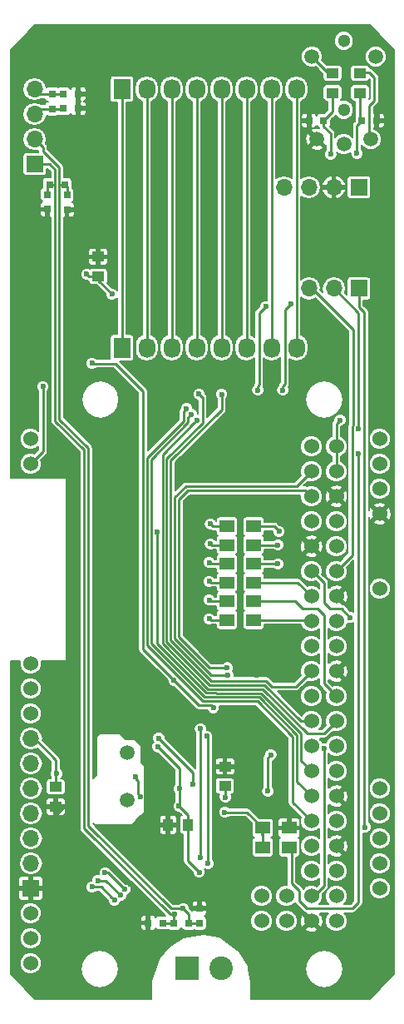
<source format=gtl>
%TF.GenerationSoftware,KiCad,Pcbnew,4.0.4-stable*%
%TF.CreationDate,2017-01-23T20:12:27+02:00*%
%TF.ProjectId,front_prototype,66726F6E745F70726F746F747970652E,rev?*%
%TF.FileFunction,Copper,L1,Top,Signal*%
%FSLAX46Y46*%
G04 Gerber Fmt 4.6, Leading zero omitted, Abs format (unit mm)*
G04 Created by KiCad (PCBNEW 4.0.4-stable) date 01/23/17 20:12:27*
%MOMM*%
%LPD*%
G01*
G04 APERTURE LIST*
%ADD10C,0.100000*%
%ADD11R,1.250000X1.000000*%
%ADD12R,1.500000X1.300000*%
%ADD13R,1.727200X2.032000*%
%ADD14O,1.727200X2.032000*%
%ADD15R,0.800000X0.750000*%
%ADD16R,1.000000X1.250000*%
%ADD17C,1.300000*%
%ADD18C,1.500000*%
%ADD19R,1.700000X1.700000*%
%ADD20O,1.700000X1.700000*%
%ADD21C,2.400000*%
%ADD22R,2.400000X2.400000*%
%ADD23C,1.524000*%
%ADD24R,0.750000X0.800000*%
%ADD25C,0.600000*%
%ADD26C,0.250000*%
%ADD27C,0.200000*%
G04 APERTURE END LIST*
D10*
D11*
X63842900Y-117865400D03*
X63842900Y-115865400D03*
D12*
X67674500Y-124079000D03*
X70374500Y-124079000D03*
X67674500Y-122110500D03*
X70374500Y-122110500D03*
X66755000Y-91440000D03*
X64055000Y-91440000D03*
X66755000Y-93345000D03*
X64055000Y-93345000D03*
X66755000Y-95250000D03*
X64055000Y-95250000D03*
X66755000Y-97155000D03*
X64055000Y-97155000D03*
X66755000Y-99060000D03*
X64055000Y-99060000D03*
X66755000Y-100965000D03*
X64055000Y-100965000D03*
D13*
X53340000Y-46990000D03*
D14*
X55880000Y-46990000D03*
X58420000Y-46990000D03*
X60960000Y-46990000D03*
X63500000Y-46990000D03*
X66040000Y-46990000D03*
X68580000Y-46990000D03*
X71120000Y-46990000D03*
D11*
X46600000Y-117950000D03*
X46600000Y-119950000D03*
X50927000Y-66024000D03*
X50927000Y-64024000D03*
D13*
X53340000Y-73279000D03*
D14*
X55880000Y-73279000D03*
X58420000Y-73279000D03*
X60960000Y-73279000D03*
X63500000Y-73279000D03*
X66040000Y-73279000D03*
X68580000Y-73279000D03*
X71120000Y-73279000D03*
D11*
X77597000Y-47355000D03*
X77597000Y-45355000D03*
X74803000Y-45355000D03*
X74803000Y-47355000D03*
D15*
X77799500Y-50165000D03*
X79299500Y-50165000D03*
X73902000Y-50165000D03*
X72402000Y-50165000D03*
D16*
X60055000Y-121793000D03*
X58055000Y-121793000D03*
D17*
X75946000Y-42078000D03*
D18*
X78696000Y-52078000D03*
X73196000Y-52078000D03*
X75946000Y-52578000D03*
X79196000Y-43678000D03*
X72696000Y-43678000D03*
D17*
X75946000Y-49078000D03*
D19*
X77470000Y-56959500D03*
D20*
X74930000Y-56959500D03*
X72390000Y-56959500D03*
X69850000Y-56959500D03*
D19*
X77470000Y-67246500D03*
D20*
X74930000Y-67246500D03*
X72390000Y-67246500D03*
D19*
X44069000Y-128270000D03*
D20*
X44069000Y-125730000D03*
X44069000Y-123190000D03*
X44069000Y-120650000D03*
X44069000Y-118110000D03*
X44069000Y-115570000D03*
X44069000Y-113030000D03*
D21*
X63444000Y-136398000D03*
D22*
X59944000Y-136398000D03*
D18*
X53848000Y-114427000D03*
X53848000Y-119307000D03*
D23*
X72644000Y-83312000D03*
X75184000Y-83312000D03*
X72644000Y-85852000D03*
X75184000Y-85852000D03*
X72644000Y-88392000D03*
X75184000Y-88392000D03*
X72644000Y-90932000D03*
X75184000Y-90932000D03*
X72644000Y-93472000D03*
X75184000Y-93472000D03*
X72644000Y-96012000D03*
X75184000Y-96012000D03*
X72644000Y-98552000D03*
X75184000Y-98552000D03*
X72644000Y-101092000D03*
X75184000Y-101092000D03*
X72644000Y-103632000D03*
X75184000Y-103632000D03*
X72644000Y-106172000D03*
X75184000Y-106172000D03*
X72644000Y-108712000D03*
X75184000Y-108712000D03*
X72644000Y-111252000D03*
X75184000Y-111252000D03*
X72644000Y-113792000D03*
X75184000Y-113792000D03*
X72644000Y-116332000D03*
X75184000Y-116332000D03*
X72644000Y-118872000D03*
X75184000Y-118872000D03*
X72644000Y-121412000D03*
X75184000Y-121412000D03*
X72644000Y-123952000D03*
X75184000Y-123952000D03*
X72644000Y-126492000D03*
X75184000Y-126492000D03*
X72644000Y-129032000D03*
X75184000Y-129032000D03*
X72644000Y-131572000D03*
X75184000Y-131572000D03*
X70104000Y-129032000D03*
X70104000Y-131572000D03*
X67564000Y-129032000D03*
X67564000Y-131572000D03*
D19*
X44450000Y-54610000D03*
D20*
X44450000Y-52070000D03*
X44450000Y-49530000D03*
X44450000Y-46990000D03*
D23*
X44040000Y-85080000D03*
X44040000Y-82540000D03*
X79600000Y-128260000D03*
X79600000Y-125720000D03*
X79600000Y-123180000D03*
X79600000Y-120640000D03*
X79600000Y-118100000D03*
X44040000Y-105400000D03*
X44040000Y-107940000D03*
X44040000Y-110480000D03*
X44040000Y-130800000D03*
X44040000Y-133340000D03*
X44040000Y-135880000D03*
X79600000Y-82540000D03*
X79600000Y-85080000D03*
X79600000Y-87620000D03*
X79600000Y-90160000D03*
X79600000Y-97780000D03*
D24*
X45758100Y-59195400D03*
X45758100Y-57695400D03*
D15*
X45998700Y-56667400D03*
X47498700Y-56667400D03*
D24*
X47752000Y-57746200D03*
X47752000Y-59246200D03*
D15*
X48895700Y-47472600D03*
X47395700Y-47472600D03*
D24*
X46240700Y-47471900D03*
X46240700Y-48971900D03*
D15*
X47395700Y-48945800D03*
X48895700Y-48945800D03*
X56019700Y-131775200D03*
X57519700Y-131775200D03*
X58647900Y-131800600D03*
X60147900Y-131800600D03*
D24*
X61239400Y-131788600D03*
X61239400Y-130288600D03*
D25*
X63881000Y-118999000D03*
X57000000Y-113850000D03*
X46700000Y-116600000D03*
X49758600Y-65786000D03*
X52324002Y-67818000D03*
X45313600Y-77216000D03*
X77418390Y-81534000D03*
X59156600Y-119888000D03*
X61214000Y-126619000D03*
X59182000Y-118110000D03*
X68516500Y-114681000D03*
X68199000Y-118364000D03*
X80500000Y-100500000D03*
X80500000Y-102500000D03*
X80500000Y-104500000D03*
X80500000Y-106500000D03*
X80500000Y-108500000D03*
X80500000Y-110500000D03*
X80500000Y-112500000D03*
X80500000Y-114500000D03*
X80500000Y-116500000D03*
X42500000Y-106500000D03*
X42500000Y-108500000D03*
X42500000Y-110500000D03*
X42500000Y-112500000D03*
X42500000Y-114500000D03*
X42500000Y-116500000D03*
X42500000Y-118500000D03*
X42500000Y-120500000D03*
X42500000Y-122500000D03*
X42500000Y-124500000D03*
X42500000Y-126500000D03*
X42500000Y-128500000D03*
X42500000Y-130500000D03*
X42500000Y-132500000D03*
X42500000Y-134500000D03*
X42500000Y-137000000D03*
X45000000Y-139000000D03*
X47000000Y-139000000D03*
X49000000Y-139000000D03*
X51500000Y-139000000D03*
X53500000Y-139000000D03*
X55500000Y-139000000D03*
X67000000Y-139000000D03*
X68500000Y-139000000D03*
X70500000Y-139000000D03*
X72500000Y-139000000D03*
X74500000Y-139000000D03*
X76500000Y-139000000D03*
X78500000Y-139000000D03*
X80500000Y-137000000D03*
X80500000Y-135000000D03*
X80500000Y-131000000D03*
X80500000Y-133000000D03*
X75000000Y-60200000D03*
X42500000Y-85500000D03*
X42500000Y-83500000D03*
X42500000Y-81500000D03*
X42500000Y-79500000D03*
X42500000Y-77500000D03*
X42500000Y-75500000D03*
X42500000Y-71500000D03*
X42500000Y-69500000D03*
X42500000Y-64500000D03*
X42500000Y-63500000D03*
X42500000Y-58500000D03*
X42500000Y-57500000D03*
X42500000Y-55500000D03*
X42500000Y-53500000D03*
X42500000Y-51500000D03*
X42500000Y-49500000D03*
X42500000Y-47500000D03*
X42500000Y-45500000D03*
X42500000Y-43500000D03*
X45500000Y-41000000D03*
X47500000Y-41000000D03*
X49500000Y-41000000D03*
X51500000Y-41000000D03*
X53500000Y-41000000D03*
X55500000Y-41000000D03*
X57500000Y-41000000D03*
X59500000Y-41000000D03*
X61500000Y-41000000D03*
X63500000Y-41000000D03*
X65500000Y-41000000D03*
X67500000Y-41000000D03*
X69500000Y-41000000D03*
X71500000Y-41000000D03*
X73500000Y-41000000D03*
X78500000Y-41000000D03*
X80500000Y-43500000D03*
X80500000Y-46000000D03*
X80500000Y-48500000D03*
X80500000Y-51000000D03*
X80500000Y-53000000D03*
X80500000Y-55500000D03*
X80500000Y-57500000D03*
X80500000Y-77500000D03*
X80500000Y-75500000D03*
X80500000Y-73500000D03*
X80500000Y-71500000D03*
X80500000Y-69500000D03*
X80500000Y-67500000D03*
X80500000Y-65500000D03*
X80500000Y-63500000D03*
X80500000Y-61500000D03*
X80500000Y-59500000D03*
X79450000Y-49050000D03*
X72450000Y-49050000D03*
X79150000Y-55450000D03*
X72750000Y-55450000D03*
X70900000Y-86300000D03*
X71050000Y-84500000D03*
X69900000Y-84500000D03*
X70000000Y-86350000D03*
X65900000Y-86400000D03*
X65950000Y-84650000D03*
X65050000Y-84700000D03*
X65050000Y-86300000D03*
X65659000Y-89471500D03*
X70739000Y-89789000D03*
X69977000Y-89916000D03*
X68580000Y-89408000D03*
X68961000Y-90424000D03*
X69977000Y-90805000D03*
X67310000Y-89725500D03*
X61000000Y-91000000D03*
X60000000Y-91000000D03*
X60000000Y-94000000D03*
X61000000Y-94000000D03*
X61000000Y-96000000D03*
X60000000Y-96000000D03*
X60000000Y-98000000D03*
X61000000Y-98000000D03*
X61000000Y-100000000D03*
X60000000Y-100000000D03*
X59950000Y-101300000D03*
X55200000Y-118900000D03*
X54700000Y-116900000D03*
X57150000Y-63950000D03*
X54189335Y-127792294D03*
X67119500Y-106584133D03*
X68326000Y-104457500D03*
X69342000Y-103505000D03*
X68897500Y-102362000D03*
X67627500Y-102552500D03*
X67691000Y-103632000D03*
X66548000Y-104648000D03*
X66230500Y-103060500D03*
X65278000Y-103886000D03*
X57975500Y-118808500D03*
X63182500Y-121729500D03*
X53657500Y-83629500D03*
X56324500Y-80518000D03*
X54610000Y-71120000D03*
X48323500Y-83629500D03*
X48387000Y-85344000D03*
X48323500Y-88328500D03*
X48323500Y-92456000D03*
X48387000Y-96393000D03*
X48196500Y-99949000D03*
X48323500Y-106934000D03*
X70358000Y-106807000D03*
X66802000Y-118935500D03*
X66802000Y-115887500D03*
X64389000Y-113157000D03*
X66611500Y-113919000D03*
X76644500Y-109982000D03*
X71310500Y-109728000D03*
X65125600Y-126746000D03*
X51562000Y-90932000D03*
X51562000Y-101346000D03*
X53848000Y-101346000D03*
X53594000Y-90932000D03*
X69088000Y-120269000D03*
X76708000Y-115951000D03*
X47498000Y-122047000D03*
X57785000Y-125603000D03*
X58039000Y-120650000D03*
X50292000Y-74853800D03*
X62661800Y-109880400D03*
X58656584Y-107103816D03*
X60960000Y-80645000D03*
X61188600Y-77977998D03*
X63500000Y-78003400D03*
X77418390Y-84074000D03*
X75565000Y-80645000D03*
X69342000Y-91948000D03*
X62357000Y-91186000D03*
X69215000Y-93345000D03*
X62357000Y-93218000D03*
X73914000Y-114046000D03*
X69215000Y-95250000D03*
X62230000Y-95123000D03*
X62230000Y-97028000D03*
X62230000Y-98933000D03*
X62230000Y-100838000D03*
X56904032Y-92011500D03*
X78105000Y-122047000D03*
X63817500Y-120523000D03*
X77279500Y-53530500D03*
X74613415Y-53594915D03*
X57100000Y-113000000D03*
X60604400Y-117652804D03*
X64128214Y-106584133D03*
X61976000Y-112776000D03*
X62103000Y-125730000D03*
X61341000Y-112014000D03*
X64069983Y-105826355D03*
X61341000Y-125095000D03*
X52578001Y-129463801D03*
X50292000Y-128117600D03*
X50878436Y-127454859D03*
X53206118Y-128966702D03*
X51612800Y-126669800D03*
X53634416Y-128338866D03*
X70534990Y-68834000D03*
X60402010Y-80048439D03*
X69723000Y-77597000D03*
X59918600Y-79451200D03*
X67994990Y-69088000D03*
X67183000Y-77597000D03*
X76581000Y-100711000D03*
X58676521Y-130887010D03*
X59563000Y-130302000D03*
D26*
X63842900Y-117865400D02*
X63842900Y-118960900D01*
X63842900Y-118960900D02*
X63881000Y-118999000D01*
X59182000Y-116032000D02*
X59182000Y-117221000D01*
X57000000Y-113850000D02*
X59182000Y-116032000D01*
X46600000Y-116700000D02*
X46700000Y-116600000D01*
X46600000Y-117950000D02*
X46600000Y-116700000D01*
X59182000Y-117221000D02*
X59182000Y-118110000D01*
X46600000Y-117950000D02*
X46600000Y-117150000D01*
X46609000Y-117941000D02*
X46609000Y-115189000D01*
X46609000Y-115189000D02*
X44450000Y-113030000D01*
X46609000Y-117941000D02*
X46600000Y-117950000D01*
X49996600Y-66024000D02*
X49758600Y-65786000D01*
X50927000Y-66024000D02*
X49996600Y-66024000D01*
X50927000Y-66024000D02*
X50927000Y-66420998D01*
X50927000Y-66420998D02*
X52324002Y-67818000D01*
X45313600Y-77640264D02*
X45313600Y-77216000D01*
X44040000Y-85080000D02*
X45313600Y-83806400D01*
X45313600Y-83806400D02*
X45313600Y-77640264D01*
X77418390Y-69734890D02*
X77418390Y-81109736D01*
X74930000Y-67246500D02*
X77418390Y-69734890D01*
X77418390Y-81109736D02*
X77418390Y-81534000D01*
X59456599Y-120187999D02*
X59156600Y-119888000D01*
X60055000Y-120786400D02*
X59456599Y-120187999D01*
X59182000Y-119862600D02*
X59156600Y-119888000D01*
X59182000Y-118110000D02*
X59182000Y-119862600D01*
X60055000Y-121793000D02*
X60055000Y-120786400D01*
X46609000Y-117157500D02*
X46600000Y-117150000D01*
X68199000Y-114998500D02*
X68199000Y-118364000D01*
X68516500Y-114681000D02*
X68199000Y-114998500D01*
X43942000Y-113030000D02*
X44450000Y-113030000D01*
X60055000Y-125460000D02*
X60055000Y-121793000D01*
X61214000Y-126619000D02*
X60055000Y-125460000D01*
X80500000Y-104500000D02*
X80500000Y-102500000D01*
X80500000Y-108500000D02*
X80500000Y-106500000D01*
X80500000Y-112500000D02*
X80500000Y-110500000D01*
X80500000Y-116500000D02*
X80500000Y-114500000D01*
X72644000Y-131572000D02*
X74072000Y-133000000D01*
X42500000Y-108500000D02*
X42500000Y-106500000D01*
X42500000Y-112500000D02*
X42500000Y-110500000D01*
X42500000Y-116500000D02*
X42500000Y-114500000D01*
X42500000Y-120500000D02*
X42500000Y-118500000D01*
X42500000Y-124500000D02*
X42500000Y-122500000D01*
X42500000Y-128500000D02*
X42500000Y-126500000D01*
X42500000Y-132500000D02*
X42500000Y-130500000D01*
X42500000Y-137000000D02*
X42500000Y-134500000D01*
X47000000Y-139000000D02*
X45000000Y-139000000D01*
X51500000Y-139000000D02*
X49000000Y-139000000D01*
X55500000Y-139000000D02*
X53500000Y-139000000D01*
X68500000Y-139000000D02*
X67000000Y-139000000D01*
X72500000Y-139000000D02*
X70500000Y-139000000D01*
X76500000Y-139000000D02*
X74500000Y-139000000D01*
X80500000Y-137000000D02*
X78500000Y-139000000D01*
X80500000Y-131000000D02*
X80500000Y-135000000D01*
X74072000Y-133000000D02*
X80500000Y-133000000D01*
X75000000Y-60200000D02*
X75700000Y-59500000D01*
X42500000Y-81500000D02*
X42500000Y-83500000D01*
X42500000Y-77500000D02*
X42500000Y-79500000D01*
X42500000Y-71500000D02*
X42500000Y-75500000D01*
X42500000Y-64500000D02*
X42500000Y-69500000D01*
X42500000Y-58500000D02*
X42500000Y-63500000D01*
X42500000Y-55500000D02*
X42500000Y-57500000D01*
X42500000Y-51500000D02*
X42500000Y-53500000D01*
X42500000Y-47500000D02*
X42500000Y-49500000D01*
X42500000Y-43500000D02*
X42500000Y-45500000D01*
X47500000Y-41000000D02*
X45500000Y-41000000D01*
X51500000Y-41000000D02*
X49500000Y-41000000D01*
X55500000Y-41000000D02*
X53500000Y-41000000D01*
X59500000Y-41000000D02*
X57500000Y-41000000D01*
X63500000Y-41000000D02*
X61500000Y-41000000D01*
X67500000Y-41000000D02*
X65500000Y-41000000D01*
X71500000Y-41000000D02*
X69500000Y-41000000D01*
X78500000Y-41000000D02*
X73500000Y-41000000D01*
X80500000Y-46000000D02*
X80500000Y-43500000D01*
X80500000Y-51000000D02*
X80500000Y-48500000D01*
X80500000Y-55500000D02*
X80500000Y-53000000D01*
X80500000Y-77500000D02*
X80500000Y-57500000D01*
X80500000Y-73500000D02*
X80500000Y-75500000D01*
X80500000Y-69500000D02*
X80500000Y-71500000D01*
X80500000Y-65500000D02*
X80500000Y-67500000D01*
X80500000Y-61500000D02*
X80500000Y-63500000D01*
X75700000Y-59500000D02*
X80500000Y-59500000D01*
X79299500Y-50165000D02*
X79450000Y-50014500D01*
X79450000Y-50014500D02*
X79450000Y-49050000D01*
X72402000Y-50165000D02*
X72450000Y-50117000D01*
X72450000Y-50117000D02*
X72450000Y-49050000D01*
X70900000Y-84650000D02*
X70900000Y-86300000D01*
X71050000Y-84500000D02*
X70900000Y-84650000D01*
X69900000Y-86250000D02*
X69900000Y-84500000D01*
X70000000Y-86350000D02*
X69900000Y-86250000D01*
X65900000Y-84700000D02*
X65900000Y-86400000D01*
X65950000Y-84650000D02*
X65900000Y-84700000D01*
X65050000Y-86300000D02*
X65050000Y-84700000D01*
X70739000Y-91567000D02*
X70739000Y-89789000D01*
X72644000Y-93472000D02*
X70739000Y-91567000D01*
X69977000Y-89916000D02*
X69469000Y-89408000D01*
X69469000Y-89408000D02*
X68580000Y-89408000D01*
X68961000Y-90424000D02*
X69342000Y-90805000D01*
X69342000Y-90805000D02*
X69977000Y-90805000D01*
X67310000Y-89725500D02*
X67056000Y-89471500D01*
X67056000Y-89471500D02*
X65659000Y-89471500D01*
X62328500Y-89471500D02*
X65659000Y-89471500D01*
X61400000Y-90400000D02*
X62328500Y-89471500D01*
X61000000Y-91000000D02*
X61400000Y-90400000D01*
X60050000Y-93950000D02*
X60000000Y-91000000D01*
X60000000Y-94000000D02*
X60050000Y-93950000D01*
X61000000Y-96000000D02*
X61000000Y-94000000D01*
X60000000Y-98000000D02*
X60000000Y-96000000D01*
X61050000Y-99950000D02*
X61000000Y-98000000D01*
X61000000Y-100000000D02*
X61050000Y-99950000D01*
X59900000Y-101250000D02*
X60000000Y-100000000D01*
X59950000Y-101300000D02*
X59900000Y-101250000D01*
X54950000Y-118650000D02*
X55200000Y-118900000D01*
X54950000Y-117300000D02*
X54950000Y-118650000D01*
X54700000Y-117050000D02*
X54950000Y-117300000D01*
X54700000Y-116950000D02*
X54700000Y-117050000D01*
X54700000Y-116900000D02*
X54700000Y-116950000D01*
X57150000Y-64374264D02*
X57150000Y-64450000D01*
X57150000Y-63950000D02*
X57150000Y-64374264D01*
X54152383Y-127755342D02*
X54189335Y-127792294D01*
X46609000Y-120761000D02*
X46734000Y-120761000D01*
X53728342Y-127755342D02*
X54152383Y-127755342D01*
X46734000Y-120761000D02*
X53728342Y-127755342D01*
X69710869Y-106584133D02*
X67119500Y-106584133D01*
X69933736Y-106807000D02*
X69710869Y-106584133D01*
X70358000Y-106807000D02*
X69933736Y-106807000D01*
X68389500Y-104457500D02*
X68326000Y-104457500D01*
X69342000Y-103505000D02*
X68389500Y-104457500D01*
X67818000Y-102362000D02*
X68897500Y-102362000D01*
X67627500Y-102552500D02*
X67818000Y-102362000D01*
X67564000Y-103632000D02*
X67691000Y-103632000D01*
X66548000Y-104648000D02*
X67564000Y-103632000D01*
X66103500Y-103060500D02*
X66230500Y-103060500D01*
X65278000Y-103886000D02*
X66103500Y-103060500D01*
X56705500Y-118872000D02*
X57912000Y-118872000D01*
X57912000Y-118872000D02*
X57975500Y-118808500D01*
X79600000Y-90160000D02*
X80835500Y-88924500D01*
X80835500Y-81343500D02*
X80518000Y-81026000D01*
X80835500Y-88924500D02*
X80835500Y-81343500D01*
X53657500Y-83756500D02*
X53848000Y-83947000D01*
X53657500Y-83629500D02*
X53657500Y-83756500D01*
X57150000Y-79692500D02*
X56324500Y-80518000D01*
X57150000Y-78168500D02*
X57150000Y-79692500D01*
X55118000Y-76136500D02*
X57150000Y-78168500D01*
X54610000Y-76136500D02*
X55118000Y-76136500D01*
X54610000Y-75565000D02*
X54610000Y-76136500D01*
X54610000Y-75501500D02*
X54610000Y-75565000D01*
X54610000Y-71120000D02*
X54610000Y-75501500D01*
X46609000Y-120761000D02*
X47942500Y-119427500D01*
X48387000Y-83693000D02*
X48323500Y-83629500D01*
X48387000Y-85344000D02*
X48387000Y-83693000D01*
X48323500Y-92456000D02*
X48323500Y-88328500D01*
X48196500Y-96583500D02*
X48387000Y-96393000D01*
X48196500Y-99949000D02*
X48196500Y-96583500D01*
X47942500Y-107315000D02*
X48323500Y-106934000D01*
X47942500Y-119427500D02*
X47942500Y-107315000D01*
X66802000Y-115887500D02*
X66802000Y-114109500D01*
X66802000Y-118935500D02*
X66802000Y-115887500D01*
X66802000Y-114109500D02*
X66611500Y-113919000D01*
X71564500Y-109982000D02*
X76644500Y-109982000D01*
X71310500Y-109728000D02*
X71564500Y-109982000D01*
X71374000Y-130302000D02*
X72644000Y-131572000D01*
X66675000Y-130302000D02*
X71374000Y-130302000D01*
X65125600Y-128752600D02*
X66675000Y-130302000D01*
X65125600Y-126746000D02*
X65125600Y-128752600D01*
X53848000Y-101346000D02*
X51562000Y-101346000D01*
X53848000Y-101346000D02*
X53594000Y-101092000D01*
X53594000Y-101092000D02*
X53594000Y-90932000D01*
X75819000Y-118237000D02*
X75184000Y-118872000D01*
X76708000Y-118237000D02*
X75819000Y-118237000D01*
X76708000Y-115951000D02*
X76708000Y-118237000D01*
X46609000Y-120761000D02*
X46609000Y-121158000D01*
X46609000Y-121158000D02*
X47498000Y-122047000D01*
X57785000Y-125603000D02*
X58055000Y-125333000D01*
X58055000Y-125333000D02*
X58055000Y-121793000D01*
X72644000Y-93472000D02*
X73914000Y-92202000D01*
X73914000Y-89662000D02*
X75184000Y-88392000D01*
X73914000Y-92202000D02*
X73914000Y-89662000D01*
X58055000Y-120666000D02*
X58055000Y-121793000D01*
X58039000Y-120650000D02*
X58055000Y-120666000D01*
X62458600Y-109626400D02*
X62661800Y-109829600D01*
X62661800Y-109829600D02*
X62661800Y-109880400D01*
X61179168Y-109626400D02*
X62458600Y-109626400D01*
X58656584Y-107103816D02*
X61179168Y-109626400D01*
X58656584Y-107103816D02*
X55499000Y-103946232D01*
X55499000Y-103946232D02*
X55499000Y-77698600D01*
X55499000Y-77698600D02*
X52679600Y-74879200D01*
X52679600Y-74879200D02*
X50317400Y-74879200D01*
X50317400Y-74879200D02*
X50292000Y-74853800D01*
X67704765Y-107989165D02*
X63140737Y-107989165D01*
X57489034Y-84115966D02*
X60660001Y-80944999D01*
X63140737Y-107989165D02*
X63137928Y-107986356D01*
X57489034Y-103369405D02*
X57489034Y-84115966D01*
X62105985Y-107986356D02*
X57489034Y-103369405D01*
X63137928Y-107986356D02*
X62105985Y-107986356D01*
X75184000Y-111252000D02*
X73914000Y-112522000D01*
X72237600Y-112522000D02*
X67704765Y-107989165D01*
X60660001Y-80944999D02*
X60960000Y-80645000D01*
X73914000Y-112522000D02*
X72237600Y-112522000D01*
X55880000Y-46990000D02*
X55880000Y-73279000D01*
X63307760Y-107576345D02*
X62275817Y-107576345D01*
X61545002Y-80925802D02*
X61545002Y-78334400D01*
X57899045Y-84571759D02*
X61545002Y-80925802D01*
X61488599Y-78277997D02*
X61188600Y-77977998D01*
X71566370Y-111252000D02*
X67893524Y-107579154D01*
X61545002Y-78334400D02*
X61488599Y-78277997D01*
X57899045Y-103199573D02*
X57899045Y-84571759D01*
X62275817Y-107576345D02*
X57899045Y-103199573D01*
X72644000Y-111252000D02*
X71566370Y-111252000D01*
X63310569Y-107579154D02*
X63307760Y-107576345D01*
X67893524Y-107579154D02*
X63310569Y-107579154D01*
X63477592Y-107166334D02*
X62445649Y-107166334D01*
X63480401Y-107169143D02*
X63477592Y-107166334D01*
X58309056Y-103029741D02*
X58309056Y-84741591D01*
X68063356Y-107169143D02*
X63480401Y-107169143D01*
X58309056Y-84741591D02*
X63500000Y-79550647D01*
X63500000Y-78427664D02*
X63500000Y-78003400D01*
X71094600Y-107721400D02*
X68615613Y-107721400D01*
X72644000Y-106172000D02*
X71094600Y-107721400D01*
X62445649Y-107166334D02*
X58309056Y-103029741D01*
X63500000Y-79550647D02*
X63500000Y-78427664D01*
X68615613Y-107721400D02*
X68063356Y-107169143D01*
X72136000Y-130302000D02*
X76835000Y-130302000D01*
X76835000Y-130302000D02*
X77418390Y-129718610D01*
X77418390Y-129718610D02*
X77418390Y-84498264D01*
X77418390Y-84498264D02*
X77418390Y-84074000D01*
X71374000Y-129540000D02*
X72136000Y-130302000D01*
X71374000Y-128524000D02*
X71374000Y-129540000D01*
X70612000Y-127762000D02*
X71374000Y-128524000D01*
X70612000Y-125603000D02*
X70612000Y-127762000D01*
X70612000Y-125603000D02*
X70612000Y-124316500D01*
X70612000Y-124316500D02*
X70374500Y-124079000D01*
X70612000Y-125556000D02*
X70612000Y-125603000D01*
X75184000Y-83312000D02*
X75184000Y-81026000D01*
X75184000Y-81026000D02*
X75565000Y-80645000D01*
X75184000Y-85852000D02*
X75184000Y-83312000D01*
X68834000Y-91440000D02*
X69342000Y-91948000D01*
X68834000Y-91440000D02*
X66755000Y-91440000D01*
X75184000Y-101092000D02*
X75184000Y-100711000D01*
X64055000Y-91440000D02*
X62611000Y-91440000D01*
X62611000Y-91440000D02*
X62357000Y-91186000D01*
X69215000Y-93345000D02*
X66755000Y-93345000D01*
X62484000Y-93345000D02*
X64055000Y-93345000D01*
X62357000Y-93218000D02*
X62484000Y-93345000D01*
X73914000Y-128016000D02*
X73914000Y-114046000D01*
X72898000Y-129032000D02*
X73914000Y-128016000D01*
X69215000Y-95250000D02*
X66755000Y-95250000D01*
X72644000Y-129032000D02*
X72898000Y-129032000D01*
X62357000Y-95250000D02*
X64055000Y-95250000D01*
X62230000Y-95123000D02*
X62357000Y-95250000D01*
X66755000Y-97155000D02*
X71247000Y-97155000D01*
X71247000Y-97155000D02*
X72644000Y-98552000D01*
X64055000Y-97155000D02*
X62357000Y-97155000D01*
X62357000Y-97155000D02*
X62230000Y-97028000D01*
X66755000Y-99060000D02*
X70993000Y-99060000D01*
X73914000Y-107442000D02*
X75184000Y-108712000D01*
X73914000Y-100457000D02*
X73914000Y-107442000D01*
X73279000Y-99822000D02*
X73914000Y-100457000D01*
X71755000Y-99822000D02*
X73279000Y-99822000D01*
X70993000Y-99060000D02*
X71755000Y-99822000D01*
X64055000Y-99060000D02*
X62357000Y-99060000D01*
X62357000Y-99060000D02*
X62230000Y-98933000D01*
X66755000Y-100965000D02*
X72517000Y-100965000D01*
X72517000Y-100965000D02*
X72644000Y-101092000D01*
X62357000Y-100965000D02*
X64055000Y-100965000D01*
X62230000Y-100838000D02*
X62357000Y-100965000D01*
X75184000Y-96012000D02*
X76833389Y-94362611D01*
X76833389Y-94362611D02*
X76833389Y-81253199D01*
X76833389Y-81253199D02*
X76885800Y-81200788D01*
X76885800Y-81200788D02*
X76885800Y-71399400D01*
X76885800Y-71399400D02*
X72745600Y-67259200D01*
X72745600Y-67259200D02*
X72402700Y-67259200D01*
X72402700Y-67259200D02*
X72390000Y-67246500D01*
X75184000Y-96012000D02*
X75565000Y-96012000D01*
X71580811Y-112483525D02*
X67496462Y-108399176D01*
X56904032Y-103364247D02*
X56904032Y-92435764D01*
X62970905Y-108399176D02*
X62968096Y-108396367D01*
X71580811Y-115268811D02*
X71580811Y-112483525D01*
X62968096Y-108396367D02*
X61936152Y-108396367D01*
X61936152Y-108396367D02*
X56904032Y-103364247D01*
X67496462Y-108399176D02*
X62970905Y-108399176D01*
X72644000Y-116332000D02*
X71580811Y-115268811D01*
X56904032Y-92435764D02*
X56904032Y-92011500D01*
X78105000Y-122047000D02*
X78003400Y-121945400D01*
X78003400Y-121945400D02*
X78003400Y-69672200D01*
X78003400Y-69672200D02*
X77476350Y-69145150D01*
X77476350Y-69145150D02*
X77476350Y-67252850D01*
X77476350Y-67252850D02*
X77470000Y-67246500D01*
X77470000Y-69138800D02*
X77476350Y-69145150D01*
X53340000Y-46990000D02*
X53340000Y-73279000D01*
X58420000Y-46990000D02*
X58420000Y-73279000D01*
X60960000Y-46990000D02*
X60960000Y-73279000D01*
X63500000Y-46990000D02*
X63500000Y-73279000D01*
X66040000Y-46990000D02*
X66040000Y-73279000D01*
X68580000Y-73279000D02*
X68580000Y-48256000D01*
X68580000Y-48256000D02*
X68580000Y-46990000D01*
X71120000Y-46990000D02*
X71120000Y-72013000D01*
X71120000Y-72013000D02*
X71120000Y-73279000D01*
X67674500Y-122110500D02*
X67674500Y-124079000D01*
X63817500Y-120523000D02*
X66103500Y-120523000D01*
X67564000Y-121983500D02*
X67564000Y-122856000D01*
X66103500Y-120523000D02*
X67564000Y-121983500D01*
X77799500Y-50165000D02*
X77597000Y-49962500D01*
X77597000Y-49962500D02*
X77597000Y-47355000D01*
X77279500Y-50685000D02*
X77799500Y-50165000D01*
X77279500Y-53530500D02*
X77279500Y-50685000D01*
X77597000Y-45355000D02*
X77676500Y-45275500D01*
X77676500Y-45275500D02*
X78549500Y-45275500D01*
X78549500Y-45275500D02*
X79057500Y-45783500D01*
X79057500Y-45783500D02*
X79057500Y-48133000D01*
X79057500Y-48133000D02*
X78549500Y-48641000D01*
X78549500Y-48641000D02*
X78549500Y-51931500D01*
X78549500Y-51931500D02*
X78696000Y-52078000D01*
X77540000Y-45334000D02*
X77216000Y-45334000D01*
X74803000Y-45355000D02*
X74373000Y-45355000D01*
X74373000Y-45355000D02*
X72696000Y-43678000D01*
X74613415Y-53170651D02*
X74613415Y-53594915D01*
X74613415Y-51501415D02*
X74613415Y-53170651D01*
X73902000Y-50790000D02*
X74613415Y-51501415D01*
X73902000Y-50165000D02*
X73902000Y-50790000D01*
X73902000Y-50165000D02*
X74803000Y-49264000D01*
X74803000Y-49264000D02*
X74803000Y-47355000D01*
X60604400Y-116504400D02*
X60604400Y-117652804D01*
X57100000Y-113000000D02*
X60604400Y-116504400D01*
X60502804Y-117652804D02*
X60604400Y-117652804D01*
X63703950Y-106584133D02*
X64128214Y-106584133D01*
X62443291Y-106584133D02*
X63703950Y-106584133D01*
X58746589Y-102887432D02*
X62443291Y-106584133D01*
X58746589Y-88501568D02*
X58746589Y-102887432D01*
X59875768Y-87372389D02*
X58746589Y-88501568D01*
X71123611Y-87372389D02*
X59875768Y-87372389D01*
X72644000Y-85852000D02*
X71123611Y-87372389D01*
X62103000Y-112903000D02*
X61976000Y-112776000D01*
X62103000Y-125730000D02*
X62103000Y-113030000D01*
X62103000Y-113030000D02*
X62103000Y-112903000D01*
X72644000Y-88392000D02*
X72034400Y-87782400D01*
X72034400Y-87782400D02*
X60045600Y-87782400D01*
X60045600Y-87782400D02*
X59156600Y-88671400D01*
X59156600Y-88671400D02*
X59156600Y-102717600D01*
X59156600Y-102717600D02*
X62265355Y-105826355D01*
X62265355Y-105826355D02*
X63645719Y-105826355D01*
X63645719Y-105826355D02*
X64069983Y-105826355D01*
X61341000Y-125095000D02*
X61341000Y-112014000D01*
X50292000Y-128117600D02*
X51231800Y-128117600D01*
X52278002Y-129163802D02*
X52578001Y-129463801D01*
X51231800Y-128117600D02*
X52278002Y-129163802D01*
X51694275Y-127454859D02*
X51302700Y-127454859D01*
X53206118Y-128966702D02*
X51694275Y-127454859D01*
X51302700Y-127454859D02*
X50878436Y-127454859D01*
X51965350Y-126669800D02*
X51612800Y-126669800D01*
X53634416Y-128338866D02*
X51965350Y-126669800D01*
X72644000Y-118872000D02*
X71170800Y-117398800D01*
X71170800Y-117398800D02*
X71170800Y-112653357D01*
X71170800Y-112653357D02*
X67326630Y-108809187D01*
X67326630Y-108809187D02*
X62801073Y-108809187D01*
X62801073Y-108809187D02*
X62798264Y-108806378D01*
X60102011Y-80867989D02*
X60102011Y-80348438D01*
X60102011Y-80348438D02*
X60402010Y-80048439D01*
X62798264Y-108806378D02*
X61766321Y-108806378D01*
X61766321Y-108806378D02*
X56319022Y-103359079D01*
X56319022Y-103359079D02*
X56319022Y-84650978D01*
X56319022Y-84650978D02*
X60102011Y-80867989D01*
X70234991Y-69133999D02*
X70534990Y-68834000D01*
X69951600Y-76944136D02*
X69951600Y-69417390D01*
X69723000Y-77172736D02*
X69951600Y-76944136D01*
X69723000Y-77597000D02*
X69723000Y-77172736D01*
X69951600Y-69417390D02*
X70234991Y-69133999D01*
X72644000Y-118872000D02*
X72034400Y-118872000D01*
X72644000Y-121412000D02*
X70739000Y-119507000D01*
X55909011Y-103528911D02*
X55909011Y-84476789D01*
X59618601Y-80767199D02*
X59618601Y-79751199D01*
X70739000Y-119507000D02*
X70739000Y-112801400D01*
X70739000Y-112801400D02*
X67156798Y-109219198D01*
X67156798Y-109219198D02*
X62631241Y-109219198D01*
X62631241Y-109219198D02*
X62628432Y-109216389D01*
X62628432Y-109216389D02*
X61596489Y-109216389D01*
X61596489Y-109216389D02*
X55909011Y-103528911D01*
X55909011Y-84476789D02*
X59618601Y-80767199D01*
X59618601Y-79751199D02*
X59918600Y-79451200D01*
X67694991Y-69387999D02*
X67994990Y-69088000D01*
X67310000Y-77045736D02*
X67310000Y-69772990D01*
X67183000Y-77172736D02*
X67310000Y-77045736D01*
X67183000Y-77597000D02*
X67183000Y-77172736D01*
X67310000Y-69772990D02*
X67694991Y-69387999D01*
X72644000Y-96012000D02*
X72771000Y-96012000D01*
X72771000Y-96012000D02*
X73914000Y-97155000D01*
X75692000Y-99822000D02*
X76581000Y-100711000D01*
X74549000Y-99822000D02*
X75692000Y-99822000D01*
X73914000Y-99187000D02*
X74549000Y-99822000D01*
X73914000Y-97155000D02*
X73914000Y-99187000D01*
X72644000Y-96012000D02*
X73152000Y-96012000D01*
X45758100Y-57695400D02*
X45758100Y-56908000D01*
X45758100Y-56908000D02*
X45998700Y-56667400D01*
X57519700Y-131775200D02*
X58622500Y-131775200D01*
X58622500Y-131775200D02*
X58647900Y-131800600D01*
X58647900Y-131800600D02*
X58647900Y-130915631D01*
X58647900Y-130915631D02*
X58676521Y-130887010D01*
X46554589Y-55190589D02*
X46554589Y-56654700D01*
X46541889Y-56667400D02*
X46554589Y-56654700D01*
X46554589Y-56654700D02*
X46554589Y-80713232D01*
X45998700Y-56667400D02*
X46541889Y-56667400D01*
X44450000Y-54610000D02*
X45974000Y-54610000D01*
X45974000Y-54610000D02*
X46554589Y-55190589D01*
X46554589Y-80713232D02*
X49500989Y-83659631D01*
X49500989Y-83659631D02*
X49500989Y-122135742D01*
X49500989Y-122135742D02*
X58252257Y-130887010D01*
X58252257Y-130887010D02*
X58676521Y-130887010D01*
X47752000Y-57746200D02*
X47752000Y-56920700D01*
X47752000Y-56920700D02*
X47498700Y-56667400D01*
X61239400Y-131788600D02*
X60159900Y-131788600D01*
X60159900Y-131788600D02*
X60147900Y-131800600D01*
X60147900Y-131800600D02*
X60147900Y-130886900D01*
X60147900Y-130886900D02*
X59563000Y-130302000D01*
X46964600Y-80543400D02*
X46964600Y-56667400D01*
X46964600Y-56667400D02*
X46964600Y-54965600D01*
X47498700Y-56667400D02*
X46964600Y-56667400D01*
X59563000Y-130302000D02*
X58343800Y-130302000D01*
X58343800Y-130302000D02*
X49911000Y-121869200D01*
X49911000Y-121869200D02*
X49911000Y-83489800D01*
X49911000Y-83489800D02*
X46964600Y-80543400D01*
X46964600Y-54965600D02*
X45299999Y-53300999D01*
X45299999Y-53300999D02*
X45299999Y-52919999D01*
X45299999Y-52919999D02*
X44450000Y-52070000D01*
X46240700Y-47471900D02*
X47395000Y-47471900D01*
X47395000Y-47471900D02*
X47395700Y-47472600D01*
X46240700Y-47471900D02*
X44931900Y-47471900D01*
X44931900Y-47471900D02*
X44450000Y-46990000D01*
X46240700Y-48971900D02*
X47369600Y-48971900D01*
X47369600Y-48971900D02*
X47395700Y-48945800D01*
X46240700Y-48971900D02*
X45008100Y-48971900D01*
X45008100Y-48971900D02*
X44450000Y-49530000D01*
X44450000Y-49530000D02*
X45085000Y-49530000D01*
D27*
G36*
X81053000Y-42967422D02*
X81053000Y-136991578D01*
X78571578Y-139473000D01*
X66521000Y-139473000D01*
X66521000Y-137795000D01*
X66519328Y-137776791D01*
X66273626Y-136450000D01*
X72010000Y-136450000D01*
X72156532Y-137186666D01*
X72573819Y-137811181D01*
X73198334Y-138228468D01*
X73935000Y-138375000D01*
X74671666Y-138228468D01*
X75296181Y-137811181D01*
X75713468Y-137186666D01*
X75860000Y-136450000D01*
X75713468Y-135713334D01*
X75296181Y-135088819D01*
X74671666Y-134671532D01*
X73935000Y-134525000D01*
X73198334Y-134671532D01*
X72573819Y-135088819D01*
X72156532Y-135713334D01*
X72010000Y-136450000D01*
X66273626Y-136450000D01*
X66201828Y-136062291D01*
X66186705Y-136025030D01*
X65297705Y-134691530D01*
X65272864Y-134665798D01*
X63240864Y-133205298D01*
X63198940Y-133187861D01*
X61674940Y-132933861D01*
X61642577Y-132933776D01*
X59674077Y-133251276D01*
X59637365Y-133264973D01*
X58303865Y-134090473D01*
X58283799Y-134106838D01*
X57204299Y-135249838D01*
X57182654Y-135285351D01*
X56357154Y-137634851D01*
X56351500Y-137668000D01*
X56351500Y-139473000D01*
X44491422Y-139473000D01*
X42010000Y-136991578D01*
X42010000Y-136100220D01*
X42927808Y-136100220D01*
X43096743Y-136509074D01*
X43409280Y-136822158D01*
X43817839Y-136991806D01*
X44260220Y-136992192D01*
X44669074Y-136823257D01*
X44982158Y-136510720D01*
X45007371Y-136450000D01*
X49175000Y-136450000D01*
X49321532Y-137186666D01*
X49738819Y-137811181D01*
X50363334Y-138228468D01*
X51100000Y-138375000D01*
X51836666Y-138228468D01*
X52461181Y-137811181D01*
X52878468Y-137186666D01*
X53025000Y-136450000D01*
X52878468Y-135713334D01*
X52461181Y-135088819D01*
X51836666Y-134671532D01*
X51100000Y-134525000D01*
X50363334Y-134671532D01*
X49738819Y-135088819D01*
X49321532Y-135713334D01*
X49175000Y-136450000D01*
X45007371Y-136450000D01*
X45151806Y-136102161D01*
X45152192Y-135659780D01*
X44983257Y-135250926D01*
X44670720Y-134937842D01*
X44262161Y-134768194D01*
X43819780Y-134767808D01*
X43410926Y-134936743D01*
X43097842Y-135249280D01*
X42928194Y-135657839D01*
X42927808Y-136100220D01*
X42010000Y-136100220D01*
X42010000Y-133560220D01*
X42927808Y-133560220D01*
X43096743Y-133969074D01*
X43409280Y-134282158D01*
X43817839Y-134451806D01*
X44260220Y-134452192D01*
X44669074Y-134283257D01*
X44982158Y-133970720D01*
X45151806Y-133562161D01*
X45152192Y-133119780D01*
X44983257Y-132710926D01*
X44670720Y-132397842D01*
X44262161Y-132228194D01*
X43819780Y-132227808D01*
X43410926Y-132396743D01*
X43097842Y-132709280D01*
X42928194Y-133117839D01*
X42927808Y-133560220D01*
X42010000Y-133560220D01*
X42010000Y-132029200D01*
X55219700Y-132029200D01*
X55219700Y-132229765D01*
X55280596Y-132376782D01*
X55393118Y-132489304D01*
X55540135Y-132550200D01*
X55765700Y-132550200D01*
X55865700Y-132450200D01*
X55865700Y-131929200D01*
X55319700Y-131929200D01*
X55219700Y-132029200D01*
X42010000Y-132029200D01*
X42010000Y-131020220D01*
X42927808Y-131020220D01*
X43096743Y-131429074D01*
X43409280Y-131742158D01*
X43817839Y-131911806D01*
X44260220Y-131912192D01*
X44669074Y-131743257D01*
X44982158Y-131430720D01*
X45027869Y-131320635D01*
X55219700Y-131320635D01*
X55219700Y-131521200D01*
X55319700Y-131621200D01*
X55865700Y-131621200D01*
X55865700Y-131100200D01*
X55765700Y-131000200D01*
X55540135Y-131000200D01*
X55393118Y-131061096D01*
X55280596Y-131173618D01*
X55219700Y-131320635D01*
X45027869Y-131320635D01*
X45151806Y-131022161D01*
X45152192Y-130579780D01*
X44983257Y-130170926D01*
X44670720Y-129857842D01*
X44262161Y-129688194D01*
X43819780Y-129687808D01*
X43410926Y-129856743D01*
X43097842Y-130169280D01*
X42928194Y-130577839D01*
X42927808Y-131020220D01*
X42010000Y-131020220D01*
X42010000Y-128524000D01*
X42819000Y-128524000D01*
X42819000Y-129199565D01*
X42879896Y-129346582D01*
X42992418Y-129459104D01*
X43139435Y-129520000D01*
X43815000Y-129520000D01*
X43915000Y-129420000D01*
X43915000Y-128424000D01*
X44223000Y-128424000D01*
X44223000Y-129420000D01*
X44323000Y-129520000D01*
X44998565Y-129520000D01*
X45145582Y-129459104D01*
X45258104Y-129346582D01*
X45319000Y-129199565D01*
X45319000Y-128524000D01*
X45219000Y-128424000D01*
X44223000Y-128424000D01*
X43915000Y-128424000D01*
X42919000Y-128424000D01*
X42819000Y-128524000D01*
X42010000Y-128524000D01*
X42010000Y-128246326D01*
X49641888Y-128246326D01*
X49740636Y-128485314D01*
X49923324Y-128668322D01*
X50162140Y-128767487D01*
X50420726Y-128767712D01*
X50659714Y-128668964D01*
X50736212Y-128592600D01*
X51035048Y-128592600D01*
X51927982Y-129485534D01*
X51927889Y-129592527D01*
X52026637Y-129831515D01*
X52209325Y-130014523D01*
X52448141Y-130113688D01*
X52706727Y-130113913D01*
X52945715Y-130015165D01*
X53128723Y-129832477D01*
X53218316Y-129616713D01*
X53334844Y-129616814D01*
X53573832Y-129518066D01*
X53756840Y-129335378D01*
X53856005Y-129096562D01*
X53856132Y-128950555D01*
X54002130Y-128890230D01*
X54185138Y-128707542D01*
X54284303Y-128468726D01*
X54284528Y-128210140D01*
X54185780Y-127971152D01*
X54003092Y-127788144D01*
X53764276Y-127688979D01*
X53656187Y-127688885D01*
X52301226Y-126333924D01*
X52147125Y-126230957D01*
X52079789Y-126217563D01*
X51981476Y-126119078D01*
X51742660Y-126019913D01*
X51484074Y-126019688D01*
X51245086Y-126118436D01*
X51062078Y-126301124D01*
X50962913Y-126539940D01*
X50962688Y-126798526D01*
X50965336Y-126804935D01*
X50749710Y-126804747D01*
X50510722Y-126903495D01*
X50327714Y-127086183D01*
X50228549Y-127324999D01*
X50228425Y-127467545D01*
X50163274Y-127467488D01*
X49924286Y-127566236D01*
X49741278Y-127748924D01*
X49642113Y-127987740D01*
X49641888Y-128246326D01*
X42010000Y-128246326D01*
X42010000Y-127340435D01*
X42819000Y-127340435D01*
X42819000Y-128016000D01*
X42919000Y-128116000D01*
X43915000Y-128116000D01*
X43915000Y-127120000D01*
X44223000Y-127120000D01*
X44223000Y-128116000D01*
X45219000Y-128116000D01*
X45319000Y-128016000D01*
X45319000Y-127340435D01*
X45258104Y-127193418D01*
X45145582Y-127080896D01*
X44998565Y-127020000D01*
X44323000Y-127020000D01*
X44223000Y-127120000D01*
X43915000Y-127120000D01*
X43815000Y-127020000D01*
X43139435Y-127020000D01*
X42992418Y-127080896D01*
X42879896Y-127193418D01*
X42819000Y-127340435D01*
X42010000Y-127340435D01*
X42010000Y-125730000D01*
X42845491Y-125730000D01*
X42936836Y-126189220D01*
X43196963Y-126578528D01*
X43586271Y-126838655D01*
X44045491Y-126930000D01*
X44092509Y-126930000D01*
X44551729Y-126838655D01*
X44941037Y-126578528D01*
X45201164Y-126189220D01*
X45292509Y-125730000D01*
X45201164Y-125270780D01*
X44941037Y-124881472D01*
X44551729Y-124621345D01*
X44092509Y-124530000D01*
X44045491Y-124530000D01*
X43586271Y-124621345D01*
X43196963Y-124881472D01*
X42936836Y-125270780D01*
X42845491Y-125730000D01*
X42010000Y-125730000D01*
X42010000Y-123190000D01*
X42845491Y-123190000D01*
X42936836Y-123649220D01*
X43196963Y-124038528D01*
X43586271Y-124298655D01*
X44045491Y-124390000D01*
X44092509Y-124390000D01*
X44551729Y-124298655D01*
X44941037Y-124038528D01*
X45201164Y-123649220D01*
X45292509Y-123190000D01*
X45201164Y-122730780D01*
X44941037Y-122341472D01*
X44551729Y-122081345D01*
X44092509Y-121990000D01*
X44045491Y-121990000D01*
X43586271Y-122081345D01*
X43196963Y-122341472D01*
X42936836Y-122730780D01*
X42845491Y-123190000D01*
X42010000Y-123190000D01*
X42010000Y-120650000D01*
X42845491Y-120650000D01*
X42936836Y-121109220D01*
X43196963Y-121498528D01*
X43586271Y-121758655D01*
X44045491Y-121850000D01*
X44092509Y-121850000D01*
X44551729Y-121758655D01*
X44941037Y-121498528D01*
X45201164Y-121109220D01*
X45292509Y-120650000D01*
X45203794Y-120204000D01*
X45575000Y-120204000D01*
X45575000Y-120529565D01*
X45635896Y-120676582D01*
X45748418Y-120789104D01*
X45895435Y-120850000D01*
X46346000Y-120850000D01*
X46446000Y-120750000D01*
X46446000Y-120104000D01*
X46754000Y-120104000D01*
X46754000Y-120750000D01*
X46854000Y-120850000D01*
X47304565Y-120850000D01*
X47451582Y-120789104D01*
X47564104Y-120676582D01*
X47625000Y-120529565D01*
X47625000Y-120204000D01*
X47525000Y-120104000D01*
X46754000Y-120104000D01*
X46446000Y-120104000D01*
X45675000Y-120104000D01*
X45575000Y-120204000D01*
X45203794Y-120204000D01*
X45201164Y-120190780D01*
X44941037Y-119801472D01*
X44551729Y-119541345D01*
X44092509Y-119450000D01*
X44045491Y-119450000D01*
X43586271Y-119541345D01*
X43196963Y-119801472D01*
X42936836Y-120190780D01*
X42845491Y-120650000D01*
X42010000Y-120650000D01*
X42010000Y-119370435D01*
X45575000Y-119370435D01*
X45575000Y-119696000D01*
X45675000Y-119796000D01*
X46446000Y-119796000D01*
X46446000Y-119150000D01*
X46754000Y-119150000D01*
X46754000Y-119796000D01*
X47525000Y-119796000D01*
X47625000Y-119696000D01*
X47625000Y-119370435D01*
X47564104Y-119223418D01*
X47451582Y-119110896D01*
X47304565Y-119050000D01*
X46854000Y-119050000D01*
X46754000Y-119150000D01*
X46446000Y-119150000D01*
X46346000Y-119050000D01*
X45895435Y-119050000D01*
X45748418Y-119110896D01*
X45635896Y-119223418D01*
X45575000Y-119370435D01*
X42010000Y-119370435D01*
X42010000Y-118110000D01*
X42845491Y-118110000D01*
X42936836Y-118569220D01*
X43196963Y-118958528D01*
X43586271Y-119218655D01*
X44045491Y-119310000D01*
X44092509Y-119310000D01*
X44551729Y-119218655D01*
X44941037Y-118958528D01*
X45201164Y-118569220D01*
X45292509Y-118110000D01*
X45201164Y-117650780D01*
X44941037Y-117261472D01*
X44551729Y-117001345D01*
X44092509Y-116910000D01*
X44045491Y-116910000D01*
X43586271Y-117001345D01*
X43196963Y-117261472D01*
X42936836Y-117650780D01*
X42845491Y-118110000D01*
X42010000Y-118110000D01*
X42010000Y-115570000D01*
X42845491Y-115570000D01*
X42936836Y-116029220D01*
X43196963Y-116418528D01*
X43586271Y-116678655D01*
X44045491Y-116770000D01*
X44092509Y-116770000D01*
X44551729Y-116678655D01*
X44941037Y-116418528D01*
X45201164Y-116029220D01*
X45292509Y-115570000D01*
X45201164Y-115110780D01*
X44941037Y-114721472D01*
X44551729Y-114461345D01*
X44092509Y-114370000D01*
X44045491Y-114370000D01*
X43586271Y-114461345D01*
X43196963Y-114721472D01*
X42936836Y-115110780D01*
X42845491Y-115570000D01*
X42010000Y-115570000D01*
X42010000Y-113030000D01*
X42845491Y-113030000D01*
X42936836Y-113489220D01*
X43196963Y-113878528D01*
X43586271Y-114138655D01*
X44045491Y-114230000D01*
X44092509Y-114230000D01*
X44551729Y-114138655D01*
X44752651Y-114004403D01*
X46134000Y-115385752D01*
X46134000Y-116268118D01*
X46050113Y-116470140D01*
X46049888Y-116728726D01*
X46125000Y-116910511D01*
X46125000Y-117093144D01*
X45975000Y-117093144D01*
X45845298Y-117117549D01*
X45726175Y-117194203D01*
X45646259Y-117311163D01*
X45618144Y-117450000D01*
X45618144Y-118450000D01*
X45642549Y-118579702D01*
X45719203Y-118698825D01*
X45836163Y-118778741D01*
X45975000Y-118806856D01*
X47225000Y-118806856D01*
X47354702Y-118782451D01*
X47473825Y-118705797D01*
X47553741Y-118588837D01*
X47581856Y-118450000D01*
X47581856Y-117450000D01*
X47557451Y-117320298D01*
X47480797Y-117201175D01*
X47363837Y-117121259D01*
X47225000Y-117093144D01*
X47126036Y-117093144D01*
X47250722Y-116968676D01*
X47349887Y-116729860D01*
X47350112Y-116471274D01*
X47251364Y-116232286D01*
X47084000Y-116064629D01*
X47084000Y-115189000D01*
X47047843Y-115007225D01*
X46944876Y-114853124D01*
X45264178Y-113172426D01*
X45292509Y-113030000D01*
X45201164Y-112570780D01*
X44941037Y-112181472D01*
X44551729Y-111921345D01*
X44092509Y-111830000D01*
X44045491Y-111830000D01*
X43586271Y-111921345D01*
X43196963Y-112181472D01*
X42936836Y-112570780D01*
X42845491Y-113030000D01*
X42010000Y-113030000D01*
X42010000Y-110700220D01*
X42927808Y-110700220D01*
X43096743Y-111109074D01*
X43409280Y-111422158D01*
X43817839Y-111591806D01*
X44260220Y-111592192D01*
X44669074Y-111423257D01*
X44982158Y-111110720D01*
X45151806Y-110702161D01*
X45152192Y-110259780D01*
X44983257Y-109850926D01*
X44670720Y-109537842D01*
X44262161Y-109368194D01*
X43819780Y-109367808D01*
X43410926Y-109536743D01*
X43097842Y-109849280D01*
X42928194Y-110257839D01*
X42927808Y-110700220D01*
X42010000Y-110700220D01*
X42010000Y-108160220D01*
X42927808Y-108160220D01*
X43096743Y-108569074D01*
X43409280Y-108882158D01*
X43817839Y-109051806D01*
X44260220Y-109052192D01*
X44669074Y-108883257D01*
X44982158Y-108570720D01*
X45151806Y-108162161D01*
X45152192Y-107719780D01*
X44983257Y-107310926D01*
X44670720Y-106997842D01*
X44262161Y-106828194D01*
X43819780Y-106827808D01*
X43410926Y-106996743D01*
X43097842Y-107309280D01*
X42928194Y-107717839D01*
X42927808Y-108160220D01*
X42010000Y-108160220D01*
X42010000Y-105129000D01*
X42948474Y-105129000D01*
X42928194Y-105177839D01*
X42927808Y-105620220D01*
X43096743Y-106029074D01*
X43409280Y-106342158D01*
X43817839Y-106511806D01*
X44260220Y-106512192D01*
X44669074Y-106343257D01*
X44982158Y-106030720D01*
X45151806Y-105622161D01*
X45152192Y-105179780D01*
X45131210Y-105129000D01*
X47625000Y-105129000D01*
X47661346Y-105122161D01*
X47694727Y-105100681D01*
X47717121Y-105067906D01*
X47725000Y-105029000D01*
X47725000Y-86614000D01*
X47718161Y-86577654D01*
X47696681Y-86544273D01*
X47663906Y-86521879D01*
X47625000Y-86514000D01*
X42010000Y-86514000D01*
X42010000Y-82760220D01*
X42927808Y-82760220D01*
X43096743Y-83169074D01*
X43409280Y-83482158D01*
X43817839Y-83651806D01*
X44260220Y-83652192D01*
X44669074Y-83483257D01*
X44838600Y-83314027D01*
X44838600Y-83609649D01*
X44416124Y-84032125D01*
X44262161Y-83968194D01*
X43819780Y-83967808D01*
X43410926Y-84136743D01*
X43097842Y-84449280D01*
X42928194Y-84857839D01*
X42927808Y-85300220D01*
X43096743Y-85709074D01*
X43409280Y-86022158D01*
X43817839Y-86191806D01*
X44260220Y-86192192D01*
X44669074Y-86023257D01*
X44982158Y-85710720D01*
X45151806Y-85302161D01*
X45152192Y-84859780D01*
X45087804Y-84703948D01*
X45649473Y-84142278D01*
X45649476Y-84142276D01*
X45752443Y-83988175D01*
X45788600Y-83806400D01*
X45788600Y-77660266D01*
X45864322Y-77584676D01*
X45963487Y-77345860D01*
X45963712Y-77087274D01*
X45864964Y-76848286D01*
X45682276Y-76665278D01*
X45443460Y-76566113D01*
X45184874Y-76565888D01*
X44945886Y-76664636D01*
X44762878Y-76847324D01*
X44663713Y-77086140D01*
X44663488Y-77344726D01*
X44762236Y-77583714D01*
X44838600Y-77660212D01*
X44838600Y-81766016D01*
X44670720Y-81597842D01*
X44262161Y-81428194D01*
X43819780Y-81427808D01*
X43410926Y-81596743D01*
X43097842Y-81909280D01*
X42928194Y-82317839D01*
X42927808Y-82760220D01*
X42010000Y-82760220D01*
X42010000Y-59449400D01*
X44983100Y-59449400D01*
X44983100Y-59674965D01*
X45043996Y-59821982D01*
X45156518Y-59934504D01*
X45303535Y-59995400D01*
X45504100Y-59995400D01*
X45604100Y-59895400D01*
X45604100Y-59349400D01*
X45083100Y-59349400D01*
X44983100Y-59449400D01*
X42010000Y-59449400D01*
X42010000Y-52070000D01*
X43226491Y-52070000D01*
X43317836Y-52529220D01*
X43577963Y-52918528D01*
X43967271Y-53178655D01*
X44426491Y-53270000D01*
X44473509Y-53270000D01*
X44824999Y-53200084D01*
X44824999Y-53300999D01*
X44845317Y-53403144D01*
X43600000Y-53403144D01*
X43470298Y-53427549D01*
X43351175Y-53504203D01*
X43271259Y-53621163D01*
X43243144Y-53760000D01*
X43243144Y-55460000D01*
X43267549Y-55589702D01*
X43344203Y-55708825D01*
X43461163Y-55788741D01*
X43600000Y-55816856D01*
X45300000Y-55816856D01*
X45429702Y-55792451D01*
X45548825Y-55715797D01*
X45628741Y-55598837D01*
X45656856Y-55460000D01*
X45656856Y-55085000D01*
X45777248Y-55085000D01*
X46079589Y-55387341D01*
X46079589Y-55935544D01*
X45598700Y-55935544D01*
X45468998Y-55959949D01*
X45349875Y-56036603D01*
X45269959Y-56153563D01*
X45241844Y-56292400D01*
X45241844Y-56970384D01*
X45134275Y-57039603D01*
X45054359Y-57156563D01*
X45026244Y-57295400D01*
X45026244Y-58095400D01*
X45050649Y-58225102D01*
X45127303Y-58344225D01*
X45240445Y-58421532D01*
X45156518Y-58456296D01*
X45043996Y-58568818D01*
X44983100Y-58715835D01*
X44983100Y-58941400D01*
X45083100Y-59041400D01*
X45604100Y-59041400D01*
X45604100Y-59021400D01*
X45912100Y-59021400D01*
X45912100Y-59041400D01*
X45932100Y-59041400D01*
X45932100Y-59349400D01*
X45912100Y-59349400D01*
X45912100Y-59895400D01*
X46012100Y-59995400D01*
X46079589Y-59995400D01*
X46079589Y-80713232D01*
X46115746Y-80895007D01*
X46218713Y-81049108D01*
X49025989Y-83856383D01*
X49025989Y-122135742D01*
X49062146Y-122317517D01*
X49165113Y-122471618D01*
X57736839Y-131043344D01*
X57119700Y-131043344D01*
X56989998Y-131067749D01*
X56870875Y-131144403D01*
X56793568Y-131257545D01*
X56758804Y-131173618D01*
X56646282Y-131061096D01*
X56499265Y-131000200D01*
X56273700Y-131000200D01*
X56173700Y-131100200D01*
X56173700Y-131621200D01*
X56193700Y-131621200D01*
X56193700Y-131929200D01*
X56173700Y-131929200D01*
X56173700Y-132450200D01*
X56273700Y-132550200D01*
X56499265Y-132550200D01*
X56646282Y-132489304D01*
X56758804Y-132376782D01*
X56794357Y-132290948D01*
X56863903Y-132399025D01*
X56980863Y-132478941D01*
X57119700Y-132507056D01*
X57919700Y-132507056D01*
X58049402Y-132482651D01*
X58063779Y-132473400D01*
X58109063Y-132504341D01*
X58247900Y-132532456D01*
X59047900Y-132532456D01*
X59177602Y-132508051D01*
X59296725Y-132431397D01*
X59376641Y-132314437D01*
X59397648Y-132210699D01*
X59415449Y-132305302D01*
X59492103Y-132424425D01*
X59609063Y-132504341D01*
X59747900Y-132532456D01*
X60547900Y-132532456D01*
X60677602Y-132508051D01*
X60695300Y-132496663D01*
X60725563Y-132517341D01*
X60864400Y-132545456D01*
X61614400Y-132545456D01*
X61744102Y-132521051D01*
X61863225Y-132444397D01*
X61943141Y-132327437D01*
X61971256Y-132188600D01*
X61971256Y-131792220D01*
X66451808Y-131792220D01*
X66620743Y-132201074D01*
X66933280Y-132514158D01*
X67341839Y-132683806D01*
X67784220Y-132684192D01*
X68193074Y-132515257D01*
X68506158Y-132202720D01*
X68675806Y-131794161D01*
X68675807Y-131792220D01*
X68991808Y-131792220D01*
X69160743Y-132201074D01*
X69473280Y-132514158D01*
X69881839Y-132683806D01*
X70324220Y-132684192D01*
X70733074Y-132515257D01*
X70808292Y-132440170D01*
X71993619Y-132440170D01*
X72078110Y-132612882D01*
X72519514Y-132750207D01*
X72979870Y-132708159D01*
X73209890Y-132612882D01*
X73294381Y-132440170D01*
X72644000Y-131789789D01*
X71993619Y-132440170D01*
X70808292Y-132440170D01*
X71046158Y-132202720D01*
X71215806Y-131794161D01*
X71216108Y-131447514D01*
X71465793Y-131447514D01*
X71507841Y-131907870D01*
X71603118Y-132137890D01*
X71775830Y-132222381D01*
X72426211Y-131572000D01*
X71775830Y-130921619D01*
X71603118Y-131006110D01*
X71465793Y-131447514D01*
X71216108Y-131447514D01*
X71216192Y-131351780D01*
X71047257Y-130942926D01*
X70734720Y-130629842D01*
X70326161Y-130460194D01*
X69883780Y-130459808D01*
X69474926Y-130628743D01*
X69161842Y-130941280D01*
X68992194Y-131349839D01*
X68991808Y-131792220D01*
X68675807Y-131792220D01*
X68676192Y-131351780D01*
X68507257Y-130942926D01*
X68194720Y-130629842D01*
X67786161Y-130460194D01*
X67343780Y-130459808D01*
X66934926Y-130628743D01*
X66621842Y-130941280D01*
X66452194Y-131349839D01*
X66451808Y-131792220D01*
X61971256Y-131792220D01*
X61971256Y-131388600D01*
X61946851Y-131258898D01*
X61870197Y-131139775D01*
X61757055Y-131062468D01*
X61840982Y-131027704D01*
X61953504Y-130915182D01*
X62014400Y-130768165D01*
X62014400Y-130542600D01*
X61914400Y-130442600D01*
X61393400Y-130442600D01*
X61393400Y-130462600D01*
X61085400Y-130462600D01*
X61085400Y-130442600D01*
X60564400Y-130442600D01*
X60469876Y-130537124D01*
X60213019Y-130280267D01*
X60213112Y-130173274D01*
X60114364Y-129934286D01*
X59989333Y-129809035D01*
X60464400Y-129809035D01*
X60464400Y-130034600D01*
X60564400Y-130134600D01*
X61085400Y-130134600D01*
X61085400Y-129588600D01*
X61393400Y-129588600D01*
X61393400Y-130134600D01*
X61914400Y-130134600D01*
X62014400Y-130034600D01*
X62014400Y-129809035D01*
X61953504Y-129662018D01*
X61840982Y-129549496D01*
X61693965Y-129488600D01*
X61493400Y-129488600D01*
X61393400Y-129588600D01*
X61085400Y-129588600D01*
X60985400Y-129488600D01*
X60784835Y-129488600D01*
X60637818Y-129549496D01*
X60525296Y-129662018D01*
X60464400Y-129809035D01*
X59989333Y-129809035D01*
X59931676Y-129751278D01*
X59692860Y-129652113D01*
X59434274Y-129651888D01*
X59195286Y-129750636D01*
X59118788Y-129827000D01*
X58540552Y-129827000D01*
X57965772Y-129252220D01*
X66451808Y-129252220D01*
X66620743Y-129661074D01*
X66933280Y-129974158D01*
X67341839Y-130143806D01*
X67784220Y-130144192D01*
X68193074Y-129975257D01*
X68506158Y-129662720D01*
X68675806Y-129254161D01*
X68676192Y-128811780D01*
X68507257Y-128402926D01*
X68194720Y-128089842D01*
X67786161Y-127920194D01*
X67343780Y-127919808D01*
X66934926Y-128088743D01*
X66621842Y-128401280D01*
X66452194Y-128809839D01*
X66451808Y-129252220D01*
X57965772Y-129252220D01*
X50760552Y-122047000D01*
X57155000Y-122047000D01*
X57155000Y-122497565D01*
X57215896Y-122644582D01*
X57328418Y-122757104D01*
X57475435Y-122818000D01*
X57801000Y-122818000D01*
X57901000Y-122718000D01*
X57901000Y-121947000D01*
X58209000Y-121947000D01*
X58209000Y-122718000D01*
X58309000Y-122818000D01*
X58634565Y-122818000D01*
X58781582Y-122757104D01*
X58894104Y-122644582D01*
X58955000Y-122497565D01*
X58955000Y-122047000D01*
X58855000Y-121947000D01*
X58209000Y-121947000D01*
X57901000Y-121947000D01*
X57255000Y-121947000D01*
X57155000Y-122047000D01*
X50760552Y-122047000D01*
X50386000Y-121672448D01*
X50386000Y-121647422D01*
X50538789Y-121800211D01*
X50570594Y-121821621D01*
X50609500Y-121829500D01*
X54292500Y-121829500D01*
X54330129Y-121822150D01*
X54363211Y-121800211D01*
X55074987Y-121088435D01*
X57155000Y-121088435D01*
X57155000Y-121539000D01*
X57255000Y-121639000D01*
X57901000Y-121639000D01*
X57901000Y-120868000D01*
X58209000Y-120868000D01*
X58209000Y-121639000D01*
X58855000Y-121639000D01*
X58955000Y-121539000D01*
X58955000Y-121088435D01*
X58894104Y-120941418D01*
X58781582Y-120828896D01*
X58634565Y-120768000D01*
X58309000Y-120768000D01*
X58209000Y-120868000D01*
X57901000Y-120868000D01*
X57801000Y-120768000D01*
X57475435Y-120768000D01*
X57328418Y-120828896D01*
X57215896Y-120941418D01*
X57155000Y-121088435D01*
X55074987Y-121088435D01*
X55633211Y-120530211D01*
X55654621Y-120498406D01*
X55662500Y-120459500D01*
X55662500Y-115887500D01*
X55655150Y-115849871D01*
X55633211Y-115816789D01*
X55281500Y-115465078D01*
X55281500Y-113978726D01*
X56349888Y-113978726D01*
X56448636Y-114217714D01*
X56631324Y-114400722D01*
X56870140Y-114499887D01*
X56978229Y-114499981D01*
X58707000Y-116228752D01*
X58707000Y-117665734D01*
X58631278Y-117741324D01*
X58532113Y-117980140D01*
X58531888Y-118238726D01*
X58630636Y-118477714D01*
X58707000Y-118554212D01*
X58707000Y-119418379D01*
X58605878Y-119519324D01*
X58506713Y-119758140D01*
X58506488Y-120016726D01*
X58605236Y-120255714D01*
X58787924Y-120438722D01*
X59026740Y-120537887D01*
X59134829Y-120537981D01*
X59431273Y-120834425D01*
X59425298Y-120835549D01*
X59306175Y-120912203D01*
X59226259Y-121029163D01*
X59198144Y-121168000D01*
X59198144Y-122418000D01*
X59222549Y-122547702D01*
X59299203Y-122666825D01*
X59416163Y-122746741D01*
X59555000Y-122774856D01*
X59580000Y-122774856D01*
X59580000Y-125460000D01*
X59616157Y-125641775D01*
X59719124Y-125795876D01*
X60563981Y-126640732D01*
X60563888Y-126747726D01*
X60662636Y-126986714D01*
X60845324Y-127169722D01*
X61084140Y-127268887D01*
X61342726Y-127269112D01*
X61581714Y-127170364D01*
X61764722Y-126987676D01*
X61863887Y-126748860D01*
X61864112Y-126490274D01*
X61786474Y-126302377D01*
X61973140Y-126379887D01*
X62231726Y-126380112D01*
X62470714Y-126281364D01*
X62653722Y-126098676D01*
X62752887Y-125859860D01*
X62753112Y-125601274D01*
X62654364Y-125362286D01*
X62578000Y-125285788D01*
X62578000Y-120651726D01*
X63167388Y-120651726D01*
X63266136Y-120890714D01*
X63448824Y-121073722D01*
X63687640Y-121172887D01*
X63946226Y-121173112D01*
X64185214Y-121074364D01*
X64261712Y-120998000D01*
X65906748Y-120998000D01*
X66567644Y-121658896D01*
X66567644Y-122760500D01*
X66592049Y-122890202D01*
X66668703Y-123009325D01*
X66785663Y-123089241D01*
X66808769Y-123093920D01*
X66794798Y-123096549D01*
X66675675Y-123173203D01*
X66595759Y-123290163D01*
X66567644Y-123429000D01*
X66567644Y-124729000D01*
X66592049Y-124858702D01*
X66668703Y-124977825D01*
X66785663Y-125057741D01*
X66924500Y-125085856D01*
X68424500Y-125085856D01*
X68554202Y-125061451D01*
X68673325Y-124984797D01*
X68753241Y-124867837D01*
X68781356Y-124729000D01*
X68781356Y-123429000D01*
X68756951Y-123299298D01*
X68680297Y-123180175D01*
X68563337Y-123100259D01*
X68540231Y-123095580D01*
X68554202Y-123092951D01*
X68673325Y-123016297D01*
X68753241Y-122899337D01*
X68781356Y-122760500D01*
X68781356Y-121460500D01*
X68766385Y-121380935D01*
X69224500Y-121380935D01*
X69224500Y-121856500D01*
X69324500Y-121956500D01*
X70220500Y-121956500D01*
X70220500Y-121160500D01*
X70528500Y-121160500D01*
X70528500Y-121956500D01*
X71424500Y-121956500D01*
X71524500Y-121856500D01*
X71524500Y-121380935D01*
X71463604Y-121233918D01*
X71351082Y-121121396D01*
X71204065Y-121060500D01*
X70628500Y-121060500D01*
X70528500Y-121160500D01*
X70220500Y-121160500D01*
X70120500Y-121060500D01*
X69544935Y-121060500D01*
X69397918Y-121121396D01*
X69285396Y-121233918D01*
X69224500Y-121380935D01*
X68766385Y-121380935D01*
X68756951Y-121330798D01*
X68680297Y-121211675D01*
X68563337Y-121131759D01*
X68424500Y-121103644D01*
X67355896Y-121103644D01*
X66439376Y-120187124D01*
X66285275Y-120084157D01*
X66103500Y-120048000D01*
X64261766Y-120048000D01*
X64186176Y-119972278D01*
X63947360Y-119873113D01*
X63688774Y-119872888D01*
X63449786Y-119971636D01*
X63266778Y-120154324D01*
X63167613Y-120393140D01*
X63167388Y-120651726D01*
X62578000Y-120651726D01*
X62578000Y-117365400D01*
X62861044Y-117365400D01*
X62861044Y-118365400D01*
X62885449Y-118495102D01*
X62962103Y-118614225D01*
X63079063Y-118694141D01*
X63217900Y-118722256D01*
X63292105Y-118722256D01*
X63231113Y-118869140D01*
X63230888Y-119127726D01*
X63329636Y-119366714D01*
X63512324Y-119549722D01*
X63751140Y-119648887D01*
X64009726Y-119649112D01*
X64248714Y-119550364D01*
X64431722Y-119367676D01*
X64530887Y-119128860D01*
X64531112Y-118870274D01*
X64469804Y-118721898D01*
X64597602Y-118697851D01*
X64716725Y-118621197D01*
X64796641Y-118504237D01*
X64798972Y-118492726D01*
X67548888Y-118492726D01*
X67647636Y-118731714D01*
X67830324Y-118914722D01*
X68069140Y-119013887D01*
X68327726Y-119014112D01*
X68566714Y-118915364D01*
X68749722Y-118732676D01*
X68848887Y-118493860D01*
X68849112Y-118235274D01*
X68750364Y-117996286D01*
X68674000Y-117919788D01*
X68674000Y-115319223D01*
X68884214Y-115232364D01*
X69067222Y-115049676D01*
X69166387Y-114810860D01*
X69166612Y-114552274D01*
X69067864Y-114313286D01*
X68885176Y-114130278D01*
X68646360Y-114031113D01*
X68387774Y-114030888D01*
X68148786Y-114129636D01*
X67965778Y-114312324D01*
X67866613Y-114551140D01*
X67866519Y-114659229D01*
X67863124Y-114662624D01*
X67760157Y-114816725D01*
X67724000Y-114998500D01*
X67724000Y-117919734D01*
X67648278Y-117995324D01*
X67549113Y-118234140D01*
X67548888Y-118492726D01*
X64798972Y-118492726D01*
X64824756Y-118365400D01*
X64824756Y-117365400D01*
X64800351Y-117235698D01*
X64723697Y-117116575D01*
X64606737Y-117036659D01*
X64467900Y-117008544D01*
X63217900Y-117008544D01*
X63088198Y-117032949D01*
X62969075Y-117109603D01*
X62889159Y-117226563D01*
X62861044Y-117365400D01*
X62578000Y-117365400D01*
X62578000Y-116119400D01*
X62817900Y-116119400D01*
X62817900Y-116444965D01*
X62878796Y-116591982D01*
X62991318Y-116704504D01*
X63138335Y-116765400D01*
X63588900Y-116765400D01*
X63688900Y-116665400D01*
X63688900Y-116019400D01*
X63996900Y-116019400D01*
X63996900Y-116665400D01*
X64096900Y-116765400D01*
X64547465Y-116765400D01*
X64694482Y-116704504D01*
X64807004Y-116591982D01*
X64867900Y-116444965D01*
X64867900Y-116119400D01*
X64767900Y-116019400D01*
X63996900Y-116019400D01*
X63688900Y-116019400D01*
X62917900Y-116019400D01*
X62817900Y-116119400D01*
X62578000Y-116119400D01*
X62578000Y-115285835D01*
X62817900Y-115285835D01*
X62817900Y-115611400D01*
X62917900Y-115711400D01*
X63688900Y-115711400D01*
X63688900Y-115065400D01*
X63996900Y-115065400D01*
X63996900Y-115711400D01*
X64767900Y-115711400D01*
X64867900Y-115611400D01*
X64867900Y-115285835D01*
X64807004Y-115138818D01*
X64694482Y-115026296D01*
X64547465Y-114965400D01*
X64096900Y-114965400D01*
X63996900Y-115065400D01*
X63688900Y-115065400D01*
X63588900Y-114965400D01*
X63138335Y-114965400D01*
X62991318Y-115026296D01*
X62878796Y-115138818D01*
X62817900Y-115285835D01*
X62578000Y-115285835D01*
X62578000Y-113021185D01*
X62625887Y-112905860D01*
X62626112Y-112647274D01*
X62527364Y-112408286D01*
X62344676Y-112225278D01*
X62105860Y-112126113D01*
X61990903Y-112126013D01*
X61991112Y-111885274D01*
X61892364Y-111646286D01*
X61709676Y-111463278D01*
X61470860Y-111364113D01*
X61212274Y-111363888D01*
X60973286Y-111462636D01*
X60790278Y-111645324D01*
X60691113Y-111884140D01*
X60690888Y-112142726D01*
X60789636Y-112381714D01*
X60866000Y-112458212D01*
X60866000Y-116094248D01*
X57750019Y-112978267D01*
X57750112Y-112871274D01*
X57651364Y-112632286D01*
X57468676Y-112449278D01*
X57229860Y-112350113D01*
X56971274Y-112349888D01*
X56732286Y-112448636D01*
X56549278Y-112631324D01*
X56450113Y-112870140D01*
X56449888Y-113128726D01*
X56548636Y-113367714D01*
X56555849Y-113374939D01*
X56449278Y-113481324D01*
X56350113Y-113720140D01*
X56349888Y-113978726D01*
X55281500Y-113978726D01*
X55281500Y-113728500D01*
X55274150Y-113690871D01*
X55252211Y-113657789D01*
X54744211Y-113149789D01*
X54712406Y-113128379D01*
X54673500Y-113120500D01*
X53698922Y-113120500D01*
X53093211Y-112514789D01*
X53061406Y-112493379D01*
X53022500Y-112485500D01*
X51117500Y-112485500D01*
X51079871Y-112492850D01*
X51046789Y-112514789D01*
X50792789Y-112768789D01*
X50771379Y-112800594D01*
X50763500Y-112839500D01*
X50763500Y-116735078D01*
X50386000Y-117112578D01*
X50386000Y-83489805D01*
X50386001Y-83489800D01*
X50355842Y-83338184D01*
X50349843Y-83308025D01*
X50246876Y-83153924D01*
X47439600Y-80346648D01*
X47439600Y-78550000D01*
X49225000Y-78550000D01*
X49371532Y-79286666D01*
X49788819Y-79911181D01*
X50413334Y-80328468D01*
X51150000Y-80475000D01*
X51886666Y-80328468D01*
X52511181Y-79911181D01*
X52928468Y-79286666D01*
X53075000Y-78550000D01*
X52928468Y-77813334D01*
X52511181Y-77188819D01*
X51886666Y-76771532D01*
X51150000Y-76625000D01*
X50413334Y-76771532D01*
X49788819Y-77188819D01*
X49371532Y-77813334D01*
X49225000Y-78550000D01*
X47439600Y-78550000D01*
X47439600Y-65914726D01*
X49108488Y-65914726D01*
X49207236Y-66153714D01*
X49389924Y-66336722D01*
X49628740Y-66435887D01*
X49774673Y-66436014D01*
X49814825Y-66462843D01*
X49844984Y-66468842D01*
X49945144Y-66488766D01*
X49945144Y-66524000D01*
X49969549Y-66653702D01*
X50046203Y-66772825D01*
X50163163Y-66852741D01*
X50302000Y-66880856D01*
X50715106Y-66880856D01*
X51673983Y-67839733D01*
X51673890Y-67946726D01*
X51772638Y-68185714D01*
X51955326Y-68368722D01*
X52194142Y-68467887D01*
X52452728Y-68468112D01*
X52691716Y-68369364D01*
X52865000Y-68196383D01*
X52865000Y-71906144D01*
X52476400Y-71906144D01*
X52346698Y-71930549D01*
X52227575Y-72007203D01*
X52147659Y-72124163D01*
X52119544Y-72263000D01*
X52119544Y-74295000D01*
X52140091Y-74404200D01*
X50761621Y-74404200D01*
X50660676Y-74303078D01*
X50421860Y-74203913D01*
X50163274Y-74203688D01*
X49924286Y-74302436D01*
X49741278Y-74485124D01*
X49642113Y-74723940D01*
X49641888Y-74982526D01*
X49740636Y-75221514D01*
X49923324Y-75404522D01*
X50162140Y-75503687D01*
X50420726Y-75503912D01*
X50659714Y-75405164D01*
X50710767Y-75354200D01*
X52482848Y-75354200D01*
X55024000Y-77895352D01*
X55024000Y-103946232D01*
X55060157Y-104128007D01*
X55163124Y-104282108D01*
X58006565Y-107125549D01*
X58006472Y-107232542D01*
X58105220Y-107471530D01*
X58287908Y-107654538D01*
X58526724Y-107753703D01*
X58634813Y-107753797D01*
X60843290Y-109962273D01*
X60843292Y-109962276D01*
X60946260Y-110031077D01*
X60997394Y-110065244D01*
X61179168Y-110101401D01*
X61179173Y-110101400D01*
X62049815Y-110101400D01*
X62110436Y-110248114D01*
X62293124Y-110431122D01*
X62531940Y-110530287D01*
X62790526Y-110530512D01*
X63029514Y-110431764D01*
X63212522Y-110249076D01*
X63311687Y-110010260D01*
X63311912Y-109751674D01*
X63288163Y-109694198D01*
X66960046Y-109694198D01*
X70264000Y-112998151D01*
X70264000Y-119507000D01*
X70300157Y-119688775D01*
X70403124Y-119842876D01*
X71596125Y-121035877D01*
X71532194Y-121189839D01*
X71531808Y-121632220D01*
X71700743Y-122041074D01*
X72013280Y-122354158D01*
X72421839Y-122523806D01*
X72864220Y-122524192D01*
X73273074Y-122355257D01*
X73439000Y-122189621D01*
X73439000Y-123174410D01*
X73274720Y-123009842D01*
X72866161Y-122840194D01*
X72423780Y-122839808D01*
X72014926Y-123008743D01*
X71701842Y-123321280D01*
X71532194Y-123729839D01*
X71531808Y-124172220D01*
X71700743Y-124581074D01*
X72013280Y-124894158D01*
X72421839Y-125063806D01*
X72864220Y-125064192D01*
X73273074Y-124895257D01*
X73439000Y-124729621D01*
X73439000Y-125714410D01*
X73274720Y-125549842D01*
X72866161Y-125380194D01*
X72423780Y-125379808D01*
X72014926Y-125548743D01*
X71701842Y-125861280D01*
X71532194Y-126269839D01*
X71531808Y-126712220D01*
X71700743Y-127121074D01*
X72013280Y-127434158D01*
X72421839Y-127603806D01*
X72864220Y-127604192D01*
X73273074Y-127435257D01*
X73439000Y-127269621D01*
X73439000Y-127819248D01*
X73199599Y-128058649D01*
X72866161Y-127920194D01*
X72423780Y-127919808D01*
X72014926Y-128088743D01*
X71792100Y-128311180D01*
X71709876Y-128188124D01*
X71087000Y-127565248D01*
X71087000Y-125085856D01*
X71124500Y-125085856D01*
X71254202Y-125061451D01*
X71373325Y-124984797D01*
X71453241Y-124867837D01*
X71481356Y-124729000D01*
X71481356Y-123429000D01*
X71456951Y-123299298D01*
X71380297Y-123180175D01*
X71295857Y-123122479D01*
X71351082Y-123099604D01*
X71463604Y-122987082D01*
X71524500Y-122840065D01*
X71524500Y-122364500D01*
X71424500Y-122264500D01*
X70528500Y-122264500D01*
X70528500Y-122284500D01*
X70220500Y-122284500D01*
X70220500Y-122264500D01*
X69324500Y-122264500D01*
X69224500Y-122364500D01*
X69224500Y-122840065D01*
X69285396Y-122987082D01*
X69397918Y-123099604D01*
X69453970Y-123122821D01*
X69375675Y-123173203D01*
X69295759Y-123290163D01*
X69267644Y-123429000D01*
X69267644Y-124729000D01*
X69292049Y-124858702D01*
X69368703Y-124977825D01*
X69485663Y-125057741D01*
X69624500Y-125085856D01*
X70137000Y-125085856D01*
X70137000Y-127762000D01*
X70168439Y-127920056D01*
X69883780Y-127919808D01*
X69474926Y-128088743D01*
X69161842Y-128401280D01*
X68992194Y-128809839D01*
X68991808Y-129252220D01*
X69160743Y-129661074D01*
X69473280Y-129974158D01*
X69881839Y-130143806D01*
X70324220Y-130144192D01*
X70733074Y-129975257D01*
X70955900Y-129752820D01*
X71038124Y-129875876D01*
X71800124Y-130637876D01*
X71954225Y-130740843D01*
X71984384Y-130746842D01*
X72049604Y-130759815D01*
X72644000Y-131354211D01*
X72658142Y-131340069D01*
X72875931Y-131557858D01*
X72861789Y-131572000D01*
X73512170Y-132222381D01*
X73684882Y-132137890D01*
X73822207Y-131696486D01*
X73780159Y-131236130D01*
X73684882Y-131006110D01*
X73512172Y-130921620D01*
X73589266Y-130844526D01*
X73521740Y-130777000D01*
X74406410Y-130777000D01*
X74241842Y-130941280D01*
X74072194Y-131349839D01*
X74071808Y-131792220D01*
X74240743Y-132201074D01*
X74553280Y-132514158D01*
X74961839Y-132683806D01*
X75404220Y-132684192D01*
X75813074Y-132515257D01*
X76126158Y-132202720D01*
X76295806Y-131794161D01*
X76296192Y-131351780D01*
X76127257Y-130942926D01*
X75961621Y-130777000D01*
X76835000Y-130777000D01*
X77016775Y-130740843D01*
X77170876Y-130637876D01*
X77754266Y-130054486D01*
X77857233Y-129900385D01*
X77893390Y-129718610D01*
X77893390Y-128480220D01*
X78487808Y-128480220D01*
X78656743Y-128889074D01*
X78969280Y-129202158D01*
X79377839Y-129371806D01*
X79820220Y-129372192D01*
X80229074Y-129203257D01*
X80542158Y-128890720D01*
X80711806Y-128482161D01*
X80712192Y-128039780D01*
X80543257Y-127630926D01*
X80230720Y-127317842D01*
X79822161Y-127148194D01*
X79379780Y-127147808D01*
X78970926Y-127316743D01*
X78657842Y-127629280D01*
X78488194Y-128037839D01*
X78487808Y-128480220D01*
X77893390Y-128480220D01*
X77893390Y-125940220D01*
X78487808Y-125940220D01*
X78656743Y-126349074D01*
X78969280Y-126662158D01*
X79377839Y-126831806D01*
X79820220Y-126832192D01*
X80229074Y-126663257D01*
X80542158Y-126350720D01*
X80711806Y-125942161D01*
X80712192Y-125499780D01*
X80543257Y-125090926D01*
X80230720Y-124777842D01*
X79822161Y-124608194D01*
X79379780Y-124607808D01*
X78970926Y-124776743D01*
X78657842Y-125089280D01*
X78488194Y-125497839D01*
X78487808Y-125940220D01*
X77893390Y-125940220D01*
X77893390Y-123400220D01*
X78487808Y-123400220D01*
X78656743Y-123809074D01*
X78969280Y-124122158D01*
X79377839Y-124291806D01*
X79820220Y-124292192D01*
X80229074Y-124123257D01*
X80542158Y-123810720D01*
X80711806Y-123402161D01*
X80712192Y-122959780D01*
X80543257Y-122550926D01*
X80230720Y-122237842D01*
X79822161Y-122068194D01*
X79379780Y-122067808D01*
X78970926Y-122236743D01*
X78657842Y-122549280D01*
X78488194Y-122957839D01*
X78487808Y-123400220D01*
X77893390Y-123400220D01*
X77893390Y-122662941D01*
X77975140Y-122696887D01*
X78233726Y-122697112D01*
X78472714Y-122598364D01*
X78655722Y-122415676D01*
X78754887Y-122176860D01*
X78755112Y-121918274D01*
X78656364Y-121679286D01*
X78478400Y-121501010D01*
X78478400Y-120860220D01*
X78487808Y-120860220D01*
X78656743Y-121269074D01*
X78969280Y-121582158D01*
X79377839Y-121751806D01*
X79820220Y-121752192D01*
X80229074Y-121583257D01*
X80542158Y-121270720D01*
X80711806Y-120862161D01*
X80712192Y-120419780D01*
X80543257Y-120010926D01*
X80230720Y-119697842D01*
X79822161Y-119528194D01*
X79379780Y-119527808D01*
X78970926Y-119696743D01*
X78657842Y-120009280D01*
X78488194Y-120417839D01*
X78487808Y-120860220D01*
X78478400Y-120860220D01*
X78478400Y-118320220D01*
X78487808Y-118320220D01*
X78656743Y-118729074D01*
X78969280Y-119042158D01*
X79377839Y-119211806D01*
X79820220Y-119212192D01*
X80229074Y-119043257D01*
X80542158Y-118730720D01*
X80711806Y-118322161D01*
X80712192Y-117879780D01*
X80543257Y-117470926D01*
X80230720Y-117157842D01*
X79822161Y-116988194D01*
X79379780Y-116987808D01*
X78970926Y-117156743D01*
X78657842Y-117469280D01*
X78488194Y-117877839D01*
X78487808Y-118320220D01*
X78478400Y-118320220D01*
X78478400Y-98000220D01*
X78487808Y-98000220D01*
X78656743Y-98409074D01*
X78969280Y-98722158D01*
X79377839Y-98891806D01*
X79820220Y-98892192D01*
X80229074Y-98723257D01*
X80542158Y-98410720D01*
X80711806Y-98002161D01*
X80712192Y-97559780D01*
X80543257Y-97150926D01*
X80230720Y-96837842D01*
X79822161Y-96668194D01*
X79379780Y-96667808D01*
X78970926Y-96836743D01*
X78657842Y-97149280D01*
X78488194Y-97557839D01*
X78487808Y-98000220D01*
X78478400Y-98000220D01*
X78478400Y-91028170D01*
X78949619Y-91028170D01*
X79034110Y-91200882D01*
X79475514Y-91338207D01*
X79935870Y-91296159D01*
X80165890Y-91200882D01*
X80250381Y-91028170D01*
X79600000Y-90377789D01*
X78949619Y-91028170D01*
X78478400Y-91028170D01*
X78478400Y-90531019D01*
X78559118Y-90725890D01*
X78731830Y-90810381D01*
X79382211Y-90160000D01*
X79817789Y-90160000D01*
X80468170Y-90810381D01*
X80640882Y-90725890D01*
X80778207Y-90284486D01*
X80736159Y-89824130D01*
X80640882Y-89594110D01*
X80468170Y-89509619D01*
X79817789Y-90160000D01*
X79382211Y-90160000D01*
X78731830Y-89509619D01*
X78559118Y-89594110D01*
X78478400Y-89853562D01*
X78478400Y-89291830D01*
X78949619Y-89291830D01*
X79600000Y-89942211D01*
X80250381Y-89291830D01*
X80165890Y-89119118D01*
X79724486Y-88981793D01*
X79264130Y-89023841D01*
X79034110Y-89119118D01*
X78949619Y-89291830D01*
X78478400Y-89291830D01*
X78478400Y-87840220D01*
X78487808Y-87840220D01*
X78656743Y-88249074D01*
X78969280Y-88562158D01*
X79377839Y-88731806D01*
X79820220Y-88732192D01*
X80229074Y-88563257D01*
X80542158Y-88250720D01*
X80711806Y-87842161D01*
X80712192Y-87399780D01*
X80543257Y-86990926D01*
X80230720Y-86677842D01*
X79822161Y-86508194D01*
X79379780Y-86507808D01*
X78970926Y-86676743D01*
X78657842Y-86989280D01*
X78488194Y-87397839D01*
X78487808Y-87840220D01*
X78478400Y-87840220D01*
X78478400Y-85300220D01*
X78487808Y-85300220D01*
X78656743Y-85709074D01*
X78969280Y-86022158D01*
X79377839Y-86191806D01*
X79820220Y-86192192D01*
X80229074Y-86023257D01*
X80542158Y-85710720D01*
X80711806Y-85302161D01*
X80712192Y-84859780D01*
X80543257Y-84450926D01*
X80230720Y-84137842D01*
X79822161Y-83968194D01*
X79379780Y-83967808D01*
X78970926Y-84136743D01*
X78657842Y-84449280D01*
X78488194Y-84857839D01*
X78487808Y-85300220D01*
X78478400Y-85300220D01*
X78478400Y-82760220D01*
X78487808Y-82760220D01*
X78656743Y-83169074D01*
X78969280Y-83482158D01*
X79377839Y-83651806D01*
X79820220Y-83652192D01*
X80229074Y-83483257D01*
X80542158Y-83170720D01*
X80711806Y-82762161D01*
X80712192Y-82319780D01*
X80543257Y-81910926D01*
X80230720Y-81597842D01*
X79822161Y-81428194D01*
X79379780Y-81427808D01*
X78970926Y-81596743D01*
X78657842Y-81909280D01*
X78488194Y-82317839D01*
X78487808Y-82760220D01*
X78478400Y-82760220D01*
X78478400Y-69672200D01*
X78442243Y-69490425D01*
X78339276Y-69336324D01*
X77951350Y-68948398D01*
X77951350Y-68453356D01*
X78320000Y-68453356D01*
X78449702Y-68428951D01*
X78568825Y-68352297D01*
X78648741Y-68235337D01*
X78676856Y-68096500D01*
X78676856Y-66396500D01*
X78652451Y-66266798D01*
X78575797Y-66147675D01*
X78458837Y-66067759D01*
X78320000Y-66039644D01*
X76620000Y-66039644D01*
X76490298Y-66064049D01*
X76371175Y-66140703D01*
X76291259Y-66257663D01*
X76263144Y-66396500D01*
X76263144Y-67907892D01*
X76046258Y-67691006D01*
X76130000Y-67270009D01*
X76130000Y-67222991D01*
X76038655Y-66763771D01*
X75778528Y-66374463D01*
X75389220Y-66114336D01*
X74930000Y-66022991D01*
X74470780Y-66114336D01*
X74081472Y-66374463D01*
X73821345Y-66763771D01*
X73730000Y-67222991D01*
X73730000Y-67270009D01*
X73804948Y-67646796D01*
X73563149Y-67404997D01*
X73590000Y-67270009D01*
X73590000Y-67222991D01*
X73498655Y-66763771D01*
X73238528Y-66374463D01*
X72849220Y-66114336D01*
X72390000Y-66022991D01*
X71930780Y-66114336D01*
X71595000Y-66338697D01*
X71595000Y-57867303D01*
X71930780Y-58091664D01*
X72390000Y-58183009D01*
X72849220Y-58091664D01*
X73238528Y-57831537D01*
X73498655Y-57442229D01*
X73525820Y-57305660D01*
X73728872Y-57305660D01*
X73952772Y-57738962D01*
X74325446Y-58053598D01*
X74583843Y-58160614D01*
X74776000Y-58099142D01*
X74776000Y-57113500D01*
X75084000Y-57113500D01*
X75084000Y-58099142D01*
X75276157Y-58160614D01*
X75534554Y-58053598D01*
X75907228Y-57738962D01*
X76131128Y-57305660D01*
X76070491Y-57113500D01*
X75084000Y-57113500D01*
X74776000Y-57113500D01*
X73789509Y-57113500D01*
X73728872Y-57305660D01*
X73525820Y-57305660D01*
X73590000Y-56983009D01*
X73590000Y-56935991D01*
X73525821Y-56613340D01*
X73728872Y-56613340D01*
X73789509Y-56805500D01*
X74776000Y-56805500D01*
X74776000Y-55819858D01*
X75084000Y-55819858D01*
X75084000Y-56805500D01*
X76070491Y-56805500D01*
X76131128Y-56613340D01*
X75907228Y-56180038D01*
X75823679Y-56109500D01*
X76263144Y-56109500D01*
X76263144Y-57809500D01*
X76287549Y-57939202D01*
X76364203Y-58058325D01*
X76481163Y-58138241D01*
X76620000Y-58166356D01*
X78320000Y-58166356D01*
X78449702Y-58141951D01*
X78568825Y-58065297D01*
X78648741Y-57948337D01*
X78676856Y-57809500D01*
X78676856Y-56109500D01*
X78652451Y-55979798D01*
X78575797Y-55860675D01*
X78458837Y-55780759D01*
X78320000Y-55752644D01*
X76620000Y-55752644D01*
X76490298Y-55777049D01*
X76371175Y-55853703D01*
X76291259Y-55970663D01*
X76263144Y-56109500D01*
X75823679Y-56109500D01*
X75534554Y-55865402D01*
X75276157Y-55758386D01*
X75084000Y-55819858D01*
X74776000Y-55819858D01*
X74583843Y-55758386D01*
X74325446Y-55865402D01*
X73952772Y-56180038D01*
X73728872Y-56613340D01*
X73525821Y-56613340D01*
X73498655Y-56476771D01*
X73238528Y-56087463D01*
X72849220Y-55827336D01*
X72390000Y-55735991D01*
X71930780Y-55827336D01*
X71595000Y-56051697D01*
X71595000Y-52937429D01*
X72554360Y-52937429D01*
X72637363Y-53108898D01*
X73074394Y-53244206D01*
X73529939Y-53201971D01*
X73754637Y-53108898D01*
X73837640Y-52937429D01*
X73196000Y-52295789D01*
X72554360Y-52937429D01*
X71595000Y-52937429D01*
X71595000Y-51956394D01*
X72029794Y-51956394D01*
X72072029Y-52411939D01*
X72165102Y-52636637D01*
X72336571Y-52719640D01*
X72978211Y-52078000D01*
X72336571Y-51436360D01*
X72165102Y-51519363D01*
X72029794Y-51956394D01*
X71595000Y-51956394D01*
X71595000Y-51218571D01*
X72554360Y-51218571D01*
X73196000Y-51860211D01*
X73210142Y-51846069D01*
X73427931Y-52063858D01*
X73413789Y-52078000D01*
X74055429Y-52719640D01*
X74138415Y-52679469D01*
X74138415Y-53150649D01*
X74062693Y-53226239D01*
X73963528Y-53465055D01*
X73963303Y-53723641D01*
X74062051Y-53962629D01*
X74244739Y-54145637D01*
X74483555Y-54244802D01*
X74742141Y-54245027D01*
X74981129Y-54146279D01*
X75164137Y-53963591D01*
X75263302Y-53724775D01*
X75263527Y-53466189D01*
X75253050Y-53440834D01*
X75322087Y-53509991D01*
X75726237Y-53677808D01*
X76163844Y-53678190D01*
X76568286Y-53511078D01*
X76629570Y-53449901D01*
X76629388Y-53659226D01*
X76728136Y-53898214D01*
X76910824Y-54081222D01*
X77149640Y-54180387D01*
X77408226Y-54180612D01*
X77647214Y-54081864D01*
X77830222Y-53899176D01*
X77929387Y-53660360D01*
X77929612Y-53401774D01*
X77830864Y-53162786D01*
X77754500Y-53086288D01*
X77754500Y-52679903D01*
X77762922Y-52700286D01*
X78072087Y-53009991D01*
X78476237Y-53177808D01*
X78913844Y-53178190D01*
X79318286Y-53011078D01*
X79627991Y-52701913D01*
X79795808Y-52297763D01*
X79796190Y-51860156D01*
X79629078Y-51455714D01*
X79319913Y-51146009D01*
X79024500Y-51023343D01*
X79024500Y-50940000D01*
X79045500Y-50940000D01*
X79145500Y-50840000D01*
X79145500Y-50319000D01*
X79453500Y-50319000D01*
X79453500Y-50840000D01*
X79553500Y-50940000D01*
X79779065Y-50940000D01*
X79926082Y-50879104D01*
X80038604Y-50766582D01*
X80099500Y-50619565D01*
X80099500Y-50419000D01*
X79999500Y-50319000D01*
X79453500Y-50319000D01*
X79145500Y-50319000D01*
X79125500Y-50319000D01*
X79125500Y-50011000D01*
X79145500Y-50011000D01*
X79145500Y-49490000D01*
X79453500Y-49490000D01*
X79453500Y-50011000D01*
X79999500Y-50011000D01*
X80099500Y-49911000D01*
X80099500Y-49710435D01*
X80038604Y-49563418D01*
X79926082Y-49450896D01*
X79779065Y-49390000D01*
X79553500Y-49390000D01*
X79453500Y-49490000D01*
X79145500Y-49490000D01*
X79045500Y-49390000D01*
X79024500Y-49390000D01*
X79024500Y-48837752D01*
X79393373Y-48468878D01*
X79393376Y-48468876D01*
X79496343Y-48314775D01*
X79532500Y-48133000D01*
X79532500Y-45783500D01*
X79496343Y-45601725D01*
X79393376Y-45447624D01*
X79393373Y-45447622D01*
X78885376Y-44939624D01*
X78731275Y-44836657D01*
X78569344Y-44804447D01*
X78554451Y-44725298D01*
X78477797Y-44606175D01*
X78360837Y-44526259D01*
X78222000Y-44498144D01*
X76972000Y-44498144D01*
X76842298Y-44522549D01*
X76723175Y-44599203D01*
X76643259Y-44716163D01*
X76615144Y-44855000D01*
X76615144Y-45855000D01*
X76639549Y-45984702D01*
X76716203Y-46103825D01*
X76833163Y-46183741D01*
X76972000Y-46211856D01*
X78222000Y-46211856D01*
X78351702Y-46187451D01*
X78470825Y-46110797D01*
X78550741Y-45993837D01*
X78558377Y-45956128D01*
X78582500Y-45980251D01*
X78582500Y-47936249D01*
X78557300Y-47961449D01*
X78578856Y-47855000D01*
X78578856Y-46855000D01*
X78554451Y-46725298D01*
X78477797Y-46606175D01*
X78360837Y-46526259D01*
X78222000Y-46498144D01*
X76972000Y-46498144D01*
X76842298Y-46522549D01*
X76723175Y-46599203D01*
X76643259Y-46716163D01*
X76615144Y-46855000D01*
X76615144Y-47855000D01*
X76639549Y-47984702D01*
X76716203Y-48103825D01*
X76833163Y-48183741D01*
X76972000Y-48211856D01*
X77122000Y-48211856D01*
X77122000Y-49576170D01*
X77070759Y-49651163D01*
X77042644Y-49790000D01*
X77042644Y-50250104D01*
X76943624Y-50349124D01*
X76840657Y-50503225D01*
X76804500Y-50685000D01*
X76804500Y-51881006D01*
X76569913Y-51646009D01*
X76165763Y-51478192D01*
X75728156Y-51477810D01*
X75323714Y-51644922D01*
X75088415Y-51879811D01*
X75088415Y-51501420D01*
X75088416Y-51501415D01*
X75052258Y-51319641D01*
X75052258Y-51319640D01*
X74949291Y-51165539D01*
X74562485Y-50778733D01*
X74630741Y-50678837D01*
X74658856Y-50540000D01*
X74658856Y-50079896D01*
X75096955Y-49641796D01*
X75097747Y-49643714D01*
X75378806Y-49925264D01*
X75746215Y-50077826D01*
X76144040Y-50078173D01*
X76511714Y-49926253D01*
X76793264Y-49645194D01*
X76945826Y-49277785D01*
X76946173Y-48879960D01*
X76794253Y-48512286D01*
X76513194Y-48230736D01*
X76145785Y-48078174D01*
X75747960Y-48077827D01*
X75680231Y-48105812D01*
X75756741Y-47993837D01*
X75784856Y-47855000D01*
X75784856Y-46855000D01*
X75760451Y-46725298D01*
X75683797Y-46606175D01*
X75566837Y-46526259D01*
X75428000Y-46498144D01*
X74178000Y-46498144D01*
X74048298Y-46522549D01*
X73929175Y-46599203D01*
X73849259Y-46716163D01*
X73821144Y-46855000D01*
X73821144Y-47855000D01*
X73845549Y-47984702D01*
X73922203Y-48103825D01*
X74039163Y-48183741D01*
X74178000Y-48211856D01*
X74328000Y-48211856D01*
X74328000Y-49067249D01*
X73962104Y-49433144D01*
X73502000Y-49433144D01*
X73372298Y-49457549D01*
X73253175Y-49534203D01*
X73175868Y-49647345D01*
X73141104Y-49563418D01*
X73028582Y-49450896D01*
X72881565Y-49390000D01*
X72656000Y-49390000D01*
X72556000Y-49490000D01*
X72556000Y-50011000D01*
X72576000Y-50011000D01*
X72576000Y-50319000D01*
X72556000Y-50319000D01*
X72556000Y-50840000D01*
X72656000Y-50940000D01*
X72881565Y-50940000D01*
X73028582Y-50879104D01*
X73141104Y-50766582D01*
X73176657Y-50680748D01*
X73246203Y-50788825D01*
X73363163Y-50868741D01*
X73445999Y-50885516D01*
X73459995Y-50955879D01*
X73317606Y-50911794D01*
X72862061Y-50954029D01*
X72637363Y-51047102D01*
X72554360Y-51218571D01*
X71595000Y-51218571D01*
X71595000Y-50419000D01*
X71602000Y-50419000D01*
X71602000Y-50619565D01*
X71662896Y-50766582D01*
X71775418Y-50879104D01*
X71922435Y-50940000D01*
X72148000Y-50940000D01*
X72248000Y-50840000D01*
X72248000Y-50319000D01*
X71702000Y-50319000D01*
X71602000Y-50419000D01*
X71595000Y-50419000D01*
X71595000Y-49710435D01*
X71602000Y-49710435D01*
X71602000Y-49911000D01*
X71702000Y-50011000D01*
X72248000Y-50011000D01*
X72248000Y-49490000D01*
X72148000Y-49390000D01*
X71922435Y-49390000D01*
X71775418Y-49450896D01*
X71662896Y-49563418D01*
X71602000Y-49710435D01*
X71595000Y-49710435D01*
X71595000Y-48283316D01*
X71978145Y-48027307D01*
X72241220Y-47633587D01*
X72333600Y-47169162D01*
X72333600Y-46810838D01*
X72241220Y-46346413D01*
X71978145Y-45952693D01*
X71584425Y-45689618D01*
X71120000Y-45597238D01*
X70655575Y-45689618D01*
X70261855Y-45952693D01*
X69998780Y-46346413D01*
X69906400Y-46810838D01*
X69906400Y-47169162D01*
X69998780Y-47633587D01*
X70261855Y-48027307D01*
X70645000Y-48283316D01*
X70645000Y-56051697D01*
X70309220Y-55827336D01*
X69850000Y-55735991D01*
X69390780Y-55827336D01*
X69055000Y-56051697D01*
X69055000Y-48283316D01*
X69438145Y-48027307D01*
X69701220Y-47633587D01*
X69793600Y-47169162D01*
X69793600Y-46810838D01*
X69701220Y-46346413D01*
X69438145Y-45952693D01*
X69044425Y-45689618D01*
X68580000Y-45597238D01*
X68115575Y-45689618D01*
X67721855Y-45952693D01*
X67458780Y-46346413D01*
X67366400Y-46810838D01*
X67366400Y-47169162D01*
X67458780Y-47633587D01*
X67721855Y-48027307D01*
X68105000Y-48283316D01*
X68105000Y-68438096D01*
X67866264Y-68437888D01*
X67627276Y-68536636D01*
X67444268Y-68719324D01*
X67345103Y-68958140D01*
X67345009Y-69066230D01*
X66974124Y-69437114D01*
X66871157Y-69591215D01*
X66835000Y-69772990D01*
X66835000Y-72199501D01*
X66515000Y-71985684D01*
X66515000Y-48283316D01*
X66898145Y-48027307D01*
X67161220Y-47633587D01*
X67253600Y-47169162D01*
X67253600Y-46810838D01*
X67161220Y-46346413D01*
X66898145Y-45952693D01*
X66504425Y-45689618D01*
X66040000Y-45597238D01*
X65575575Y-45689618D01*
X65181855Y-45952693D01*
X64918780Y-46346413D01*
X64826400Y-46810838D01*
X64826400Y-47169162D01*
X64918780Y-47633587D01*
X65181855Y-48027307D01*
X65565000Y-48283316D01*
X65565000Y-71985684D01*
X65181855Y-72241693D01*
X64918780Y-72635413D01*
X64826400Y-73099838D01*
X64826400Y-73458162D01*
X64918780Y-73922587D01*
X65181855Y-74316307D01*
X65575575Y-74579382D01*
X66040000Y-74671762D01*
X66504425Y-74579382D01*
X66835000Y-74358499D01*
X66835000Y-76855005D01*
X66744157Y-76990961D01*
X66712964Y-77147779D01*
X66632278Y-77228324D01*
X66533113Y-77467140D01*
X66532888Y-77725726D01*
X66631636Y-77964714D01*
X66814324Y-78147722D01*
X67053140Y-78246887D01*
X67311726Y-78247112D01*
X67550714Y-78148364D01*
X67733722Y-77965676D01*
X67832887Y-77726860D01*
X67833112Y-77468274D01*
X67739443Y-77241579D01*
X67748843Y-77227511D01*
X67785000Y-77045736D01*
X67785000Y-74358499D01*
X68115575Y-74579382D01*
X68580000Y-74671762D01*
X69044425Y-74579382D01*
X69438145Y-74316307D01*
X69476600Y-74258755D01*
X69476600Y-76747384D01*
X69387124Y-76836860D01*
X69284157Y-76990961D01*
X69252964Y-77147779D01*
X69172278Y-77228324D01*
X69073113Y-77467140D01*
X69072888Y-77725726D01*
X69171636Y-77964714D01*
X69354324Y-78147722D01*
X69593140Y-78246887D01*
X69851726Y-78247112D01*
X70090714Y-78148364D01*
X70273722Y-77965676D01*
X70372887Y-77726860D01*
X70373112Y-77468274D01*
X70292325Y-77272755D01*
X70390443Y-77125911D01*
X70426600Y-76944136D01*
X70426600Y-74426386D01*
X70655575Y-74579382D01*
X71120000Y-74671762D01*
X71584425Y-74579382D01*
X71978145Y-74316307D01*
X72241220Y-73922587D01*
X72333600Y-73458162D01*
X72333600Y-73099838D01*
X72241220Y-72635413D01*
X71978145Y-72241693D01*
X71595000Y-71985684D01*
X71595000Y-68154303D01*
X71930780Y-68378664D01*
X72390000Y-68470009D01*
X72849220Y-68378664D01*
X73055488Y-68240840D01*
X76410800Y-71596152D01*
X76410800Y-81047098D01*
X76394546Y-81071424D01*
X76358389Y-81253199D01*
X76358389Y-88474685D01*
X76320159Y-88056130D01*
X76224882Y-87826110D01*
X76052170Y-87741619D01*
X75401789Y-88392000D01*
X76052170Y-89042381D01*
X76224882Y-88957890D01*
X76358389Y-88528758D01*
X76358389Y-94165859D01*
X75560123Y-94964125D01*
X75406161Y-94900194D01*
X74963780Y-94899808D01*
X74554926Y-95068743D01*
X74241842Y-95381280D01*
X74072194Y-95789839D01*
X74071808Y-96232220D01*
X74240743Y-96641074D01*
X74553280Y-96954158D01*
X74961839Y-97123806D01*
X75404220Y-97124192D01*
X75813074Y-96955257D01*
X76126158Y-96642720D01*
X76295806Y-96234161D01*
X76296192Y-95791780D01*
X76231804Y-95635948D01*
X76943390Y-94924362D01*
X76943390Y-100157668D01*
X76710860Y-100061113D01*
X76602771Y-100061019D01*
X76027876Y-99486124D01*
X75873775Y-99383157D01*
X75778396Y-99364185D01*
X75184000Y-98769789D01*
X75169858Y-98783931D01*
X74952069Y-98566142D01*
X74966211Y-98552000D01*
X75401789Y-98552000D01*
X76052170Y-99202381D01*
X76224882Y-99117890D01*
X76362207Y-98676486D01*
X76320159Y-98216130D01*
X76224882Y-97986110D01*
X76052170Y-97901619D01*
X75401789Y-98552000D01*
X74966211Y-98552000D01*
X74952069Y-98537858D01*
X75169858Y-98320069D01*
X75184000Y-98334211D01*
X75834381Y-97683830D01*
X75749890Y-97511118D01*
X75308486Y-97373793D01*
X74848130Y-97415841D01*
X74618110Y-97511118D01*
X74533620Y-97683828D01*
X74456526Y-97606734D01*
X74389000Y-97674260D01*
X74389000Y-97155000D01*
X74352843Y-96973225D01*
X74249876Y-96819124D01*
X73729138Y-96298386D01*
X73755806Y-96234161D01*
X73756192Y-95791780D01*
X73587257Y-95382926D01*
X73274720Y-95069842D01*
X72866161Y-94900194D01*
X72423780Y-94899808D01*
X72014926Y-95068743D01*
X71701842Y-95381280D01*
X71532194Y-95789839D01*
X71531808Y-96232220D01*
X71700743Y-96641074D01*
X72013280Y-96954158D01*
X72421839Y-97123806D01*
X72864220Y-97124192D01*
X73109919Y-97022671D01*
X73439000Y-97351752D01*
X73439000Y-97774410D01*
X73274720Y-97609842D01*
X72866161Y-97440194D01*
X72423780Y-97439808D01*
X72267948Y-97504196D01*
X71582876Y-96819124D01*
X71428775Y-96716157D01*
X71247000Y-96680000D01*
X67861856Y-96680000D01*
X67861856Y-96505000D01*
X67837451Y-96375298D01*
X67760797Y-96256175D01*
X67681759Y-96202170D01*
X67753825Y-96155797D01*
X67833741Y-96038837D01*
X67861856Y-95900000D01*
X67861856Y-95725000D01*
X68770734Y-95725000D01*
X68846324Y-95800722D01*
X69085140Y-95899887D01*
X69343726Y-95900112D01*
X69582714Y-95801364D01*
X69765722Y-95618676D01*
X69864887Y-95379860D01*
X69865112Y-95121274D01*
X69766364Y-94882286D01*
X69583676Y-94699278D01*
X69344860Y-94600113D01*
X69086274Y-94599888D01*
X68847286Y-94698636D01*
X68770788Y-94775000D01*
X67861856Y-94775000D01*
X67861856Y-94600000D01*
X67837451Y-94470298D01*
X67760797Y-94351175D01*
X67744691Y-94340170D01*
X71993619Y-94340170D01*
X72078110Y-94512882D01*
X72519514Y-94650207D01*
X72979870Y-94608159D01*
X73209890Y-94512882D01*
X73294381Y-94340170D01*
X72644000Y-93689789D01*
X71993619Y-94340170D01*
X67744691Y-94340170D01*
X67681759Y-94297170D01*
X67753825Y-94250797D01*
X67833741Y-94133837D01*
X67861856Y-93995000D01*
X67861856Y-93820000D01*
X68770734Y-93820000D01*
X68846324Y-93895722D01*
X69085140Y-93994887D01*
X69343726Y-93995112D01*
X69582714Y-93896364D01*
X69765722Y-93713676D01*
X69864887Y-93474860D01*
X69864997Y-93347514D01*
X71465793Y-93347514D01*
X71507841Y-93807870D01*
X71603118Y-94037890D01*
X71775830Y-94122381D01*
X72426211Y-93472000D01*
X72861789Y-93472000D01*
X73512170Y-94122381D01*
X73684882Y-94037890D01*
X73792423Y-93692220D01*
X74071808Y-93692220D01*
X74240743Y-94101074D01*
X74553280Y-94414158D01*
X74961839Y-94583806D01*
X75404220Y-94584192D01*
X75813074Y-94415257D01*
X76126158Y-94102720D01*
X76295806Y-93694161D01*
X76296192Y-93251780D01*
X76127257Y-92842926D01*
X75814720Y-92529842D01*
X75406161Y-92360194D01*
X74963780Y-92359808D01*
X74554926Y-92528743D01*
X74241842Y-92841280D01*
X74072194Y-93249839D01*
X74071808Y-93692220D01*
X73792423Y-93692220D01*
X73822207Y-93596486D01*
X73780159Y-93136130D01*
X73684882Y-92906110D01*
X73512170Y-92821619D01*
X72861789Y-93472000D01*
X72426211Y-93472000D01*
X71775830Y-92821619D01*
X71603118Y-92906110D01*
X71465793Y-93347514D01*
X69864997Y-93347514D01*
X69865112Y-93216274D01*
X69766364Y-92977286D01*
X69583676Y-92794278D01*
X69344860Y-92695113D01*
X69086274Y-92694888D01*
X68847286Y-92793636D01*
X68770788Y-92870000D01*
X67861856Y-92870000D01*
X67861856Y-92695000D01*
X67844702Y-92603830D01*
X71993619Y-92603830D01*
X72644000Y-93254211D01*
X73294381Y-92603830D01*
X73209890Y-92431118D01*
X72768486Y-92293793D01*
X72308130Y-92335841D01*
X72078110Y-92431118D01*
X71993619Y-92603830D01*
X67844702Y-92603830D01*
X67837451Y-92565298D01*
X67760797Y-92446175D01*
X67681759Y-92392170D01*
X67753825Y-92345797D01*
X67833741Y-92228837D01*
X67861856Y-92090000D01*
X67861856Y-91915000D01*
X68637248Y-91915000D01*
X68691981Y-91969733D01*
X68691888Y-92076726D01*
X68790636Y-92315714D01*
X68973324Y-92498722D01*
X69212140Y-92597887D01*
X69470726Y-92598112D01*
X69709714Y-92499364D01*
X69892722Y-92316676D01*
X69991887Y-92077860D01*
X69992112Y-91819274D01*
X69893364Y-91580286D01*
X69710676Y-91397278D01*
X69471860Y-91298113D01*
X69363771Y-91298019D01*
X69217972Y-91152220D01*
X71531808Y-91152220D01*
X71700743Y-91561074D01*
X72013280Y-91874158D01*
X72421839Y-92043806D01*
X72864220Y-92044192D01*
X73273074Y-91875257D01*
X73586158Y-91562720D01*
X73755806Y-91154161D01*
X73755807Y-91152220D01*
X74071808Y-91152220D01*
X74240743Y-91561074D01*
X74553280Y-91874158D01*
X74961839Y-92043806D01*
X75404220Y-92044192D01*
X75813074Y-91875257D01*
X76126158Y-91562720D01*
X76295806Y-91154161D01*
X76296192Y-90711780D01*
X76127257Y-90302926D01*
X75814720Y-89989842D01*
X75406161Y-89820194D01*
X74963780Y-89819808D01*
X74554926Y-89988743D01*
X74241842Y-90301280D01*
X74072194Y-90709839D01*
X74071808Y-91152220D01*
X73755807Y-91152220D01*
X73756192Y-90711780D01*
X73587257Y-90302926D01*
X73274720Y-89989842D01*
X72866161Y-89820194D01*
X72423780Y-89819808D01*
X72014926Y-89988743D01*
X71701842Y-90301280D01*
X71532194Y-90709839D01*
X71531808Y-91152220D01*
X69217972Y-91152220D01*
X69169876Y-91104124D01*
X69015775Y-91001157D01*
X68834000Y-90965000D01*
X67861856Y-90965000D01*
X67861856Y-90790000D01*
X67837451Y-90660298D01*
X67760797Y-90541175D01*
X67643837Y-90461259D01*
X67505000Y-90433144D01*
X66005000Y-90433144D01*
X65875298Y-90457549D01*
X65756175Y-90534203D01*
X65676259Y-90651163D01*
X65648144Y-90790000D01*
X65648144Y-92090000D01*
X65672549Y-92219702D01*
X65749203Y-92338825D01*
X65828241Y-92392830D01*
X65756175Y-92439203D01*
X65676259Y-92556163D01*
X65648144Y-92695000D01*
X65648144Y-93995000D01*
X65672549Y-94124702D01*
X65749203Y-94243825D01*
X65828241Y-94297830D01*
X65756175Y-94344203D01*
X65676259Y-94461163D01*
X65648144Y-94600000D01*
X65648144Y-95900000D01*
X65672549Y-96029702D01*
X65749203Y-96148825D01*
X65828241Y-96202830D01*
X65756175Y-96249203D01*
X65676259Y-96366163D01*
X65648144Y-96505000D01*
X65648144Y-97805000D01*
X65672549Y-97934702D01*
X65749203Y-98053825D01*
X65828241Y-98107830D01*
X65756175Y-98154203D01*
X65676259Y-98271163D01*
X65648144Y-98410000D01*
X65648144Y-99710000D01*
X65672549Y-99839702D01*
X65749203Y-99958825D01*
X65828241Y-100012830D01*
X65756175Y-100059203D01*
X65676259Y-100176163D01*
X65648144Y-100315000D01*
X65648144Y-101615000D01*
X65672549Y-101744702D01*
X65749203Y-101863825D01*
X65866163Y-101943741D01*
X66005000Y-101971856D01*
X67505000Y-101971856D01*
X67634702Y-101947451D01*
X67753825Y-101870797D01*
X67833741Y-101753837D01*
X67861856Y-101615000D01*
X67861856Y-101440000D01*
X71584606Y-101440000D01*
X71700743Y-101721074D01*
X72013280Y-102034158D01*
X72421839Y-102203806D01*
X72864220Y-102204192D01*
X73273074Y-102035257D01*
X73439000Y-101869621D01*
X73439000Y-102854410D01*
X73274720Y-102689842D01*
X72866161Y-102520194D01*
X72423780Y-102519808D01*
X72014926Y-102688743D01*
X71701842Y-103001280D01*
X71532194Y-103409839D01*
X71531808Y-103852220D01*
X71700743Y-104261074D01*
X72013280Y-104574158D01*
X72421839Y-104743806D01*
X72864220Y-104744192D01*
X73273074Y-104575257D01*
X73439000Y-104409621D01*
X73439000Y-105394410D01*
X73274720Y-105229842D01*
X72866161Y-105060194D01*
X72423780Y-105059808D01*
X72014926Y-105228743D01*
X71701842Y-105541280D01*
X71532194Y-105949839D01*
X71531808Y-106392220D01*
X71596196Y-106548052D01*
X70897848Y-107246400D01*
X68812364Y-107246400D01*
X68399232Y-106833267D01*
X68245131Y-106730300D01*
X68063356Y-106694143D01*
X64778118Y-106694143D01*
X64778326Y-106455407D01*
X64679578Y-106216419D01*
X64631728Y-106168485D01*
X64719870Y-105956215D01*
X64720095Y-105697629D01*
X64621347Y-105458641D01*
X64438659Y-105275633D01*
X64199843Y-105176468D01*
X63941257Y-105176243D01*
X63702269Y-105274991D01*
X63625771Y-105351355D01*
X62462106Y-105351355D01*
X59631600Y-102520848D01*
X59631600Y-95251726D01*
X61579888Y-95251726D01*
X61678636Y-95490714D01*
X61861324Y-95673722D01*
X62100140Y-95772887D01*
X62358726Y-95773112D01*
X62475166Y-95725000D01*
X62948144Y-95725000D01*
X62948144Y-95900000D01*
X62972549Y-96029702D01*
X63049203Y-96148825D01*
X63128241Y-96202830D01*
X63056175Y-96249203D01*
X62976259Y-96366163D01*
X62948144Y-96505000D01*
X62948144Y-96680000D01*
X62789510Y-96680000D01*
X62781364Y-96660286D01*
X62598676Y-96477278D01*
X62359860Y-96378113D01*
X62101274Y-96377888D01*
X61862286Y-96476636D01*
X61679278Y-96659324D01*
X61580113Y-96898140D01*
X61579888Y-97156726D01*
X61678636Y-97395714D01*
X61861324Y-97578722D01*
X62100140Y-97677887D01*
X62358726Y-97678112D01*
X62475166Y-97630000D01*
X62948144Y-97630000D01*
X62948144Y-97805000D01*
X62972549Y-97934702D01*
X63049203Y-98053825D01*
X63128241Y-98107830D01*
X63056175Y-98154203D01*
X62976259Y-98271163D01*
X62948144Y-98410000D01*
X62948144Y-98585000D01*
X62789510Y-98585000D01*
X62781364Y-98565286D01*
X62598676Y-98382278D01*
X62359860Y-98283113D01*
X62101274Y-98282888D01*
X61862286Y-98381636D01*
X61679278Y-98564324D01*
X61580113Y-98803140D01*
X61579888Y-99061726D01*
X61678636Y-99300714D01*
X61861324Y-99483722D01*
X62100140Y-99582887D01*
X62358726Y-99583112D01*
X62475166Y-99535000D01*
X62948144Y-99535000D01*
X62948144Y-99710000D01*
X62972549Y-99839702D01*
X63049203Y-99958825D01*
X63128241Y-100012830D01*
X63056175Y-100059203D01*
X62976259Y-100176163D01*
X62948144Y-100315000D01*
X62948144Y-100490000D01*
X62789510Y-100490000D01*
X62781364Y-100470286D01*
X62598676Y-100287278D01*
X62359860Y-100188113D01*
X62101274Y-100187888D01*
X61862286Y-100286636D01*
X61679278Y-100469324D01*
X61580113Y-100708140D01*
X61579888Y-100966726D01*
X61678636Y-101205714D01*
X61861324Y-101388722D01*
X62100140Y-101487887D01*
X62358726Y-101488112D01*
X62475166Y-101440000D01*
X62948144Y-101440000D01*
X62948144Y-101615000D01*
X62972549Y-101744702D01*
X63049203Y-101863825D01*
X63166163Y-101943741D01*
X63305000Y-101971856D01*
X64805000Y-101971856D01*
X64934702Y-101947451D01*
X65053825Y-101870797D01*
X65133741Y-101753837D01*
X65161856Y-101615000D01*
X65161856Y-100315000D01*
X65137451Y-100185298D01*
X65060797Y-100066175D01*
X64981759Y-100012170D01*
X65053825Y-99965797D01*
X65133741Y-99848837D01*
X65161856Y-99710000D01*
X65161856Y-98410000D01*
X65137451Y-98280298D01*
X65060797Y-98161175D01*
X64981759Y-98107170D01*
X65053825Y-98060797D01*
X65133741Y-97943837D01*
X65161856Y-97805000D01*
X65161856Y-96505000D01*
X65137451Y-96375298D01*
X65060797Y-96256175D01*
X64981759Y-96202170D01*
X65053825Y-96155797D01*
X65133741Y-96038837D01*
X65161856Y-95900000D01*
X65161856Y-94600000D01*
X65137451Y-94470298D01*
X65060797Y-94351175D01*
X64981759Y-94297170D01*
X65053825Y-94250797D01*
X65133741Y-94133837D01*
X65161856Y-93995000D01*
X65161856Y-92695000D01*
X65137451Y-92565298D01*
X65060797Y-92446175D01*
X64981759Y-92392170D01*
X65053825Y-92345797D01*
X65133741Y-92228837D01*
X65161856Y-92090000D01*
X65161856Y-90790000D01*
X65137451Y-90660298D01*
X65060797Y-90541175D01*
X64943837Y-90461259D01*
X64805000Y-90433144D01*
X63305000Y-90433144D01*
X63175298Y-90457549D01*
X63056175Y-90534203D01*
X62976259Y-90651163D01*
X62948144Y-90790000D01*
X62948144Y-90914561D01*
X62908364Y-90818286D01*
X62725676Y-90635278D01*
X62486860Y-90536113D01*
X62228274Y-90535888D01*
X61989286Y-90634636D01*
X61806278Y-90817324D01*
X61707113Y-91056140D01*
X61706888Y-91314726D01*
X61805636Y-91553714D01*
X61988324Y-91736722D01*
X62227140Y-91835887D01*
X62365116Y-91836007D01*
X62429225Y-91878843D01*
X62611000Y-91915000D01*
X62948144Y-91915000D01*
X62948144Y-92090000D01*
X62972549Y-92219702D01*
X63049203Y-92338825D01*
X63128241Y-92392830D01*
X63056175Y-92439203D01*
X62976259Y-92556163D01*
X62948144Y-92695000D01*
X62948144Y-92870000D01*
X62916510Y-92870000D01*
X62908364Y-92850286D01*
X62725676Y-92667278D01*
X62486860Y-92568113D01*
X62228274Y-92567888D01*
X61989286Y-92666636D01*
X61806278Y-92849324D01*
X61707113Y-93088140D01*
X61706888Y-93346726D01*
X61805636Y-93585714D01*
X61988324Y-93768722D01*
X62227140Y-93867887D01*
X62485726Y-93868112D01*
X62602166Y-93820000D01*
X62948144Y-93820000D01*
X62948144Y-93995000D01*
X62972549Y-94124702D01*
X63049203Y-94243825D01*
X63128241Y-94297830D01*
X63056175Y-94344203D01*
X62976259Y-94461163D01*
X62948144Y-94600000D01*
X62948144Y-94775000D01*
X62789510Y-94775000D01*
X62781364Y-94755286D01*
X62598676Y-94572278D01*
X62359860Y-94473113D01*
X62101274Y-94472888D01*
X61862286Y-94571636D01*
X61679278Y-94754324D01*
X61580113Y-94993140D01*
X61579888Y-95251726D01*
X59631600Y-95251726D01*
X59631600Y-88868152D01*
X60242352Y-88257400D01*
X71532118Y-88257400D01*
X71531808Y-88612220D01*
X71700743Y-89021074D01*
X72013280Y-89334158D01*
X72421839Y-89503806D01*
X72864220Y-89504192D01*
X73273074Y-89335257D01*
X73348292Y-89260170D01*
X74533619Y-89260170D01*
X74618110Y-89432882D01*
X75059514Y-89570207D01*
X75519870Y-89528159D01*
X75749890Y-89432882D01*
X75834381Y-89260170D01*
X75184000Y-88609789D01*
X74533619Y-89260170D01*
X73348292Y-89260170D01*
X73586158Y-89022720D01*
X73755806Y-88614161D01*
X73756108Y-88267514D01*
X74005793Y-88267514D01*
X74047841Y-88727870D01*
X74143118Y-88957890D01*
X74315830Y-89042381D01*
X74966211Y-88392000D01*
X74315830Y-87741619D01*
X74143118Y-87826110D01*
X74005793Y-88267514D01*
X73756108Y-88267514D01*
X73756192Y-88171780D01*
X73587257Y-87762926D01*
X73348579Y-87523830D01*
X74533619Y-87523830D01*
X75184000Y-88174211D01*
X75834381Y-87523830D01*
X75749890Y-87351118D01*
X75308486Y-87213793D01*
X74848130Y-87255841D01*
X74618110Y-87351118D01*
X74533619Y-87523830D01*
X73348579Y-87523830D01*
X73274720Y-87449842D01*
X72866161Y-87280194D01*
X72423780Y-87279808D01*
X72236549Y-87357170D01*
X72216175Y-87343557D01*
X72034400Y-87307400D01*
X71860352Y-87307400D01*
X72267877Y-86899875D01*
X72421839Y-86963806D01*
X72864220Y-86964192D01*
X73273074Y-86795257D01*
X73586158Y-86482720D01*
X73755806Y-86074161D01*
X73756192Y-85631780D01*
X73587257Y-85222926D01*
X73274720Y-84909842D01*
X72866161Y-84740194D01*
X72423780Y-84739808D01*
X72014926Y-84908743D01*
X71701842Y-85221280D01*
X71532194Y-85629839D01*
X71531808Y-86072220D01*
X71596196Y-86228052D01*
X70926859Y-86897389D01*
X59875768Y-86897389D01*
X59693993Y-86933546D01*
X59539892Y-87036513D01*
X58784056Y-87792349D01*
X58784056Y-84938343D01*
X60190178Y-83532220D01*
X71531808Y-83532220D01*
X71700743Y-83941074D01*
X72013280Y-84254158D01*
X72421839Y-84423806D01*
X72864220Y-84424192D01*
X73273074Y-84255257D01*
X73586158Y-83942720D01*
X73755806Y-83534161D01*
X73755807Y-83532220D01*
X74071808Y-83532220D01*
X74240743Y-83941074D01*
X74553280Y-84254158D01*
X74709000Y-84318818D01*
X74709000Y-84845081D01*
X74554926Y-84908743D01*
X74241842Y-85221280D01*
X74072194Y-85629839D01*
X74071808Y-86072220D01*
X74240743Y-86481074D01*
X74553280Y-86794158D01*
X74961839Y-86963806D01*
X75404220Y-86964192D01*
X75813074Y-86795257D01*
X76126158Y-86482720D01*
X76295806Y-86074161D01*
X76296192Y-85631780D01*
X76127257Y-85222926D01*
X75814720Y-84909842D01*
X75659000Y-84845182D01*
X75659000Y-84318919D01*
X75813074Y-84255257D01*
X76126158Y-83942720D01*
X76295806Y-83534161D01*
X76296192Y-83091780D01*
X76127257Y-82682926D01*
X75814720Y-82369842D01*
X75659000Y-82305182D01*
X75659000Y-81295082D01*
X75693726Y-81295112D01*
X75932714Y-81196364D01*
X76115722Y-81013676D01*
X76214887Y-80774860D01*
X76215112Y-80516274D01*
X76116364Y-80277286D01*
X75933676Y-80094278D01*
X75694860Y-79995113D01*
X75436274Y-79994888D01*
X75197286Y-80093636D01*
X75014278Y-80276324D01*
X74915113Y-80515140D01*
X74915019Y-80623229D01*
X74848124Y-80690124D01*
X74745157Y-80844225D01*
X74709000Y-81026000D01*
X74709000Y-82305081D01*
X74554926Y-82368743D01*
X74241842Y-82681280D01*
X74072194Y-83089839D01*
X74071808Y-83532220D01*
X73755807Y-83532220D01*
X73756192Y-83091780D01*
X73587257Y-82682926D01*
X73274720Y-82369842D01*
X72866161Y-82200194D01*
X72423780Y-82199808D01*
X72014926Y-82368743D01*
X71701842Y-82681280D01*
X71532194Y-83089839D01*
X71531808Y-83532220D01*
X60190178Y-83532220D01*
X63835873Y-79886525D01*
X63835876Y-79886523D01*
X63938843Y-79732422D01*
X63975000Y-79550647D01*
X63975000Y-78538000D01*
X72010000Y-78538000D01*
X72156532Y-79274666D01*
X72573819Y-79899181D01*
X73198334Y-80316468D01*
X73935000Y-80463000D01*
X74671666Y-80316468D01*
X75296181Y-79899181D01*
X75713468Y-79274666D01*
X75860000Y-78538000D01*
X75713468Y-77801334D01*
X75296181Y-77176819D01*
X74671666Y-76759532D01*
X73935000Y-76613000D01*
X73198334Y-76759532D01*
X72573819Y-77176819D01*
X72156532Y-77801334D01*
X72010000Y-78538000D01*
X63975000Y-78538000D01*
X63975000Y-78447666D01*
X64050722Y-78372076D01*
X64149887Y-78133260D01*
X64150112Y-77874674D01*
X64051364Y-77635686D01*
X63868676Y-77452678D01*
X63629860Y-77353513D01*
X63371274Y-77353288D01*
X63132286Y-77452036D01*
X62949278Y-77634724D01*
X62850113Y-77873540D01*
X62849888Y-78132126D01*
X62948636Y-78371114D01*
X63025000Y-78447612D01*
X63025000Y-79353896D01*
X62020002Y-80358894D01*
X62020002Y-78334400D01*
X61983845Y-78152625D01*
X61880878Y-77998524D01*
X61838619Y-77956265D01*
X61838712Y-77849272D01*
X61739964Y-77610284D01*
X61557276Y-77427276D01*
X61318460Y-77328111D01*
X61059874Y-77327886D01*
X60820886Y-77426634D01*
X60637878Y-77609322D01*
X60538713Y-77848138D01*
X60538488Y-78106724D01*
X60637236Y-78345712D01*
X60819924Y-78528720D01*
X61058740Y-78627885D01*
X61070002Y-78627895D01*
X61070002Y-79995096D01*
X61052056Y-79995080D01*
X61052122Y-79919713D01*
X60953374Y-79680725D01*
X60770686Y-79497717D01*
X60568633Y-79413817D01*
X60568712Y-79322474D01*
X60469964Y-79083486D01*
X60287276Y-78900478D01*
X60048460Y-78801313D01*
X59789874Y-78801088D01*
X59550886Y-78899836D01*
X59367878Y-79082524D01*
X59268713Y-79321340D01*
X59268613Y-79436443D01*
X59179758Y-79569424D01*
X59143601Y-79751199D01*
X59143601Y-80570448D01*
X55974000Y-83740048D01*
X55974000Y-77698605D01*
X55974001Y-77698600D01*
X55937843Y-77516826D01*
X55937843Y-77516825D01*
X55834876Y-77362724D01*
X53124008Y-74651856D01*
X54203600Y-74651856D01*
X54333302Y-74627451D01*
X54452425Y-74550797D01*
X54532341Y-74433837D01*
X54560456Y-74295000D01*
X54560456Y-72263000D01*
X54536051Y-72133298D01*
X54459397Y-72014175D01*
X54342437Y-71934259D01*
X54203600Y-71906144D01*
X53815000Y-71906144D01*
X53815000Y-48362856D01*
X54203600Y-48362856D01*
X54333302Y-48338451D01*
X54452425Y-48261797D01*
X54532341Y-48144837D01*
X54560456Y-48006000D01*
X54560456Y-46810838D01*
X54666400Y-46810838D01*
X54666400Y-47169162D01*
X54758780Y-47633587D01*
X55021855Y-48027307D01*
X55405000Y-48283316D01*
X55405000Y-71985684D01*
X55021855Y-72241693D01*
X54758780Y-72635413D01*
X54666400Y-73099838D01*
X54666400Y-73458162D01*
X54758780Y-73922587D01*
X55021855Y-74316307D01*
X55415575Y-74579382D01*
X55880000Y-74671762D01*
X56344425Y-74579382D01*
X56738145Y-74316307D01*
X57001220Y-73922587D01*
X57093600Y-73458162D01*
X57093600Y-73099838D01*
X57001220Y-72635413D01*
X56738145Y-72241693D01*
X56355000Y-71985684D01*
X56355000Y-48283316D01*
X56738145Y-48027307D01*
X57001220Y-47633587D01*
X57093600Y-47169162D01*
X57093600Y-46810838D01*
X57206400Y-46810838D01*
X57206400Y-47169162D01*
X57298780Y-47633587D01*
X57561855Y-48027307D01*
X57945000Y-48283316D01*
X57945000Y-71985684D01*
X57561855Y-72241693D01*
X57298780Y-72635413D01*
X57206400Y-73099838D01*
X57206400Y-73458162D01*
X57298780Y-73922587D01*
X57561855Y-74316307D01*
X57955575Y-74579382D01*
X58420000Y-74671762D01*
X58884425Y-74579382D01*
X59278145Y-74316307D01*
X59541220Y-73922587D01*
X59633600Y-73458162D01*
X59633600Y-73099838D01*
X59541220Y-72635413D01*
X59278145Y-72241693D01*
X58895000Y-71985684D01*
X58895000Y-48283316D01*
X59278145Y-48027307D01*
X59541220Y-47633587D01*
X59633600Y-47169162D01*
X59633600Y-46810838D01*
X59746400Y-46810838D01*
X59746400Y-47169162D01*
X59838780Y-47633587D01*
X60101855Y-48027307D01*
X60485000Y-48283316D01*
X60485000Y-71985684D01*
X60101855Y-72241693D01*
X59838780Y-72635413D01*
X59746400Y-73099838D01*
X59746400Y-73458162D01*
X59838780Y-73922587D01*
X60101855Y-74316307D01*
X60495575Y-74579382D01*
X60960000Y-74671762D01*
X61424425Y-74579382D01*
X61818145Y-74316307D01*
X62081220Y-73922587D01*
X62173600Y-73458162D01*
X62173600Y-73099838D01*
X62081220Y-72635413D01*
X61818145Y-72241693D01*
X61435000Y-71985684D01*
X61435000Y-48283316D01*
X61818145Y-48027307D01*
X62081220Y-47633587D01*
X62173600Y-47169162D01*
X62173600Y-46810838D01*
X62286400Y-46810838D01*
X62286400Y-47169162D01*
X62378780Y-47633587D01*
X62641855Y-48027307D01*
X63025000Y-48283316D01*
X63025000Y-71985684D01*
X62641855Y-72241693D01*
X62378780Y-72635413D01*
X62286400Y-73099838D01*
X62286400Y-73458162D01*
X62378780Y-73922587D01*
X62641855Y-74316307D01*
X63035575Y-74579382D01*
X63500000Y-74671762D01*
X63964425Y-74579382D01*
X64358145Y-74316307D01*
X64621220Y-73922587D01*
X64713600Y-73458162D01*
X64713600Y-73099838D01*
X64621220Y-72635413D01*
X64358145Y-72241693D01*
X63975000Y-71985684D01*
X63975000Y-48283316D01*
X64358145Y-48027307D01*
X64621220Y-47633587D01*
X64713600Y-47169162D01*
X64713600Y-46810838D01*
X64621220Y-46346413D01*
X64358145Y-45952693D01*
X63964425Y-45689618D01*
X63500000Y-45597238D01*
X63035575Y-45689618D01*
X62641855Y-45952693D01*
X62378780Y-46346413D01*
X62286400Y-46810838D01*
X62173600Y-46810838D01*
X62081220Y-46346413D01*
X61818145Y-45952693D01*
X61424425Y-45689618D01*
X60960000Y-45597238D01*
X60495575Y-45689618D01*
X60101855Y-45952693D01*
X59838780Y-46346413D01*
X59746400Y-46810838D01*
X59633600Y-46810838D01*
X59541220Y-46346413D01*
X59278145Y-45952693D01*
X58884425Y-45689618D01*
X58420000Y-45597238D01*
X57955575Y-45689618D01*
X57561855Y-45952693D01*
X57298780Y-46346413D01*
X57206400Y-46810838D01*
X57093600Y-46810838D01*
X57001220Y-46346413D01*
X56738145Y-45952693D01*
X56344425Y-45689618D01*
X55880000Y-45597238D01*
X55415575Y-45689618D01*
X55021855Y-45952693D01*
X54758780Y-46346413D01*
X54666400Y-46810838D01*
X54560456Y-46810838D01*
X54560456Y-45974000D01*
X54536051Y-45844298D01*
X54459397Y-45725175D01*
X54342437Y-45645259D01*
X54203600Y-45617144D01*
X52476400Y-45617144D01*
X52346698Y-45641549D01*
X52227575Y-45718203D01*
X52147659Y-45835163D01*
X52119544Y-45974000D01*
X52119544Y-48006000D01*
X52143949Y-48135702D01*
X52220603Y-48254825D01*
X52337563Y-48334741D01*
X52476400Y-48362856D01*
X52865000Y-48362856D01*
X52865000Y-67439902D01*
X52692678Y-67267278D01*
X52453862Y-67168113D01*
X52345773Y-67168019D01*
X51864443Y-66686689D01*
X51880741Y-66662837D01*
X51908856Y-66524000D01*
X51908856Y-65524000D01*
X51884451Y-65394298D01*
X51807797Y-65275175D01*
X51690837Y-65195259D01*
X51552000Y-65167144D01*
X50302000Y-65167144D01*
X50172298Y-65191549D01*
X50113337Y-65229490D01*
X49888460Y-65136113D01*
X49629874Y-65135888D01*
X49390886Y-65234636D01*
X49207878Y-65417324D01*
X49108713Y-65656140D01*
X49108488Y-65914726D01*
X47439600Y-65914726D01*
X47439600Y-64278000D01*
X49902000Y-64278000D01*
X49902000Y-64603565D01*
X49962896Y-64750582D01*
X50075418Y-64863104D01*
X50222435Y-64924000D01*
X50673000Y-64924000D01*
X50773000Y-64824000D01*
X50773000Y-64178000D01*
X51081000Y-64178000D01*
X51081000Y-64824000D01*
X51181000Y-64924000D01*
X51631565Y-64924000D01*
X51778582Y-64863104D01*
X51891104Y-64750582D01*
X51952000Y-64603565D01*
X51952000Y-64278000D01*
X51852000Y-64178000D01*
X51081000Y-64178000D01*
X50773000Y-64178000D01*
X50002000Y-64178000D01*
X49902000Y-64278000D01*
X47439600Y-64278000D01*
X47439600Y-63444435D01*
X49902000Y-63444435D01*
X49902000Y-63770000D01*
X50002000Y-63870000D01*
X50773000Y-63870000D01*
X50773000Y-63224000D01*
X51081000Y-63224000D01*
X51081000Y-63870000D01*
X51852000Y-63870000D01*
X51952000Y-63770000D01*
X51952000Y-63444435D01*
X51891104Y-63297418D01*
X51778582Y-63184896D01*
X51631565Y-63124000D01*
X51181000Y-63124000D01*
X51081000Y-63224000D01*
X50773000Y-63224000D01*
X50673000Y-63124000D01*
X50222435Y-63124000D01*
X50075418Y-63184896D01*
X49962896Y-63297418D01*
X49902000Y-63444435D01*
X47439600Y-63444435D01*
X47439600Y-60046200D01*
X47498000Y-60046200D01*
X47598000Y-59946200D01*
X47598000Y-59400200D01*
X47906000Y-59400200D01*
X47906000Y-59946200D01*
X48006000Y-60046200D01*
X48206565Y-60046200D01*
X48353582Y-59985304D01*
X48466104Y-59872782D01*
X48527000Y-59725765D01*
X48527000Y-59500200D01*
X48427000Y-59400200D01*
X47906000Y-59400200D01*
X47598000Y-59400200D01*
X47578000Y-59400200D01*
X47578000Y-59092200D01*
X47598000Y-59092200D01*
X47598000Y-59072200D01*
X47906000Y-59072200D01*
X47906000Y-59092200D01*
X48427000Y-59092200D01*
X48527000Y-58992200D01*
X48527000Y-58766635D01*
X48466104Y-58619618D01*
X48353582Y-58507096D01*
X48267748Y-58471543D01*
X48375825Y-58401997D01*
X48455741Y-58285037D01*
X48483856Y-58146200D01*
X48483856Y-57346200D01*
X48459451Y-57216498D01*
X48382797Y-57097375D01*
X48265837Y-57017459D01*
X48255556Y-57015377D01*
X48255556Y-56292400D01*
X48231151Y-56162698D01*
X48154497Y-56043575D01*
X48037537Y-55963659D01*
X47898700Y-55935544D01*
X47439600Y-55935544D01*
X47439600Y-54965600D01*
X47403443Y-54783825D01*
X47300476Y-54629724D01*
X45774999Y-53104247D01*
X45774999Y-52919999D01*
X45738842Y-52738224D01*
X45635875Y-52584123D01*
X45581687Y-52529935D01*
X45582164Y-52529220D01*
X45673509Y-52070000D01*
X45582164Y-51610780D01*
X45322037Y-51221472D01*
X44932729Y-50961345D01*
X44473509Y-50870000D01*
X44426491Y-50870000D01*
X43967271Y-50961345D01*
X43577963Y-51221472D01*
X43317836Y-51610780D01*
X43226491Y-52070000D01*
X42010000Y-52070000D01*
X42010000Y-46990000D01*
X43226491Y-46990000D01*
X43317836Y-47449220D01*
X43577963Y-47838528D01*
X43967271Y-48098655D01*
X44426491Y-48190000D01*
X44473509Y-48190000D01*
X44932729Y-48098655D01*
X45159847Y-47946900D01*
X45522956Y-47946900D01*
X45533249Y-48001602D01*
X45609903Y-48120725D01*
X45726863Y-48200641D01*
X45830601Y-48221648D01*
X45735998Y-48239449D01*
X45616875Y-48316103D01*
X45536959Y-48433063D01*
X45524032Y-48496900D01*
X45045805Y-48496900D01*
X44932729Y-48421345D01*
X44473509Y-48330000D01*
X44426491Y-48330000D01*
X43967271Y-48421345D01*
X43577963Y-48681472D01*
X43317836Y-49070780D01*
X43226491Y-49530000D01*
X43317836Y-49989220D01*
X43577963Y-50378528D01*
X43967271Y-50638655D01*
X44426491Y-50730000D01*
X44473509Y-50730000D01*
X44932729Y-50638655D01*
X45322037Y-50378528D01*
X45582164Y-49989220D01*
X45650011Y-49648130D01*
X45726863Y-49700641D01*
X45865700Y-49728756D01*
X46615700Y-49728756D01*
X46745402Y-49704351D01*
X46844115Y-49640831D01*
X46856863Y-49649541D01*
X46995700Y-49677656D01*
X47795700Y-49677656D01*
X47925402Y-49653251D01*
X48044525Y-49576597D01*
X48121832Y-49463455D01*
X48156596Y-49547382D01*
X48269118Y-49659904D01*
X48416135Y-49720800D01*
X48641700Y-49720800D01*
X48741700Y-49620800D01*
X48741700Y-49099800D01*
X49049700Y-49099800D01*
X49049700Y-49620800D01*
X49149700Y-49720800D01*
X49375265Y-49720800D01*
X49522282Y-49659904D01*
X49634804Y-49547382D01*
X49695700Y-49400365D01*
X49695700Y-49199800D01*
X49595700Y-49099800D01*
X49049700Y-49099800D01*
X48741700Y-49099800D01*
X48721700Y-49099800D01*
X48721700Y-48791800D01*
X48741700Y-48791800D01*
X48741700Y-48270800D01*
X48680100Y-48209200D01*
X48741700Y-48147600D01*
X48741700Y-47626600D01*
X49049700Y-47626600D01*
X49049700Y-48147600D01*
X49111300Y-48209200D01*
X49049700Y-48270800D01*
X49049700Y-48791800D01*
X49595700Y-48791800D01*
X49695700Y-48691800D01*
X49695700Y-48491235D01*
X49634804Y-48344218D01*
X49522282Y-48231696D01*
X49467971Y-48209200D01*
X49522282Y-48186704D01*
X49634804Y-48074182D01*
X49695700Y-47927165D01*
X49695700Y-47726600D01*
X49595700Y-47626600D01*
X49049700Y-47626600D01*
X48741700Y-47626600D01*
X48721700Y-47626600D01*
X48721700Y-47318600D01*
X48741700Y-47318600D01*
X48741700Y-46797600D01*
X49049700Y-46797600D01*
X49049700Y-47318600D01*
X49595700Y-47318600D01*
X49695700Y-47218600D01*
X49695700Y-47018035D01*
X49634804Y-46871018D01*
X49522282Y-46758496D01*
X49375265Y-46697600D01*
X49149700Y-46697600D01*
X49049700Y-46797600D01*
X48741700Y-46797600D01*
X48641700Y-46697600D01*
X48416135Y-46697600D01*
X48269118Y-46758496D01*
X48156596Y-46871018D01*
X48121043Y-46956852D01*
X48051497Y-46848775D01*
X47934537Y-46768859D01*
X47795700Y-46740744D01*
X46995700Y-46740744D01*
X46865998Y-46765149D01*
X46825170Y-46791421D01*
X46754537Y-46743159D01*
X46615700Y-46715044D01*
X45865700Y-46715044D01*
X45735998Y-46739449D01*
X45636417Y-46803528D01*
X45582164Y-46530780D01*
X45322037Y-46141472D01*
X44932729Y-45881345D01*
X44473509Y-45790000D01*
X44426491Y-45790000D01*
X43967271Y-45881345D01*
X43577963Y-46141472D01*
X43317836Y-46530780D01*
X43226491Y-46990000D01*
X42010000Y-46990000D01*
X42010000Y-43895844D01*
X71595810Y-43895844D01*
X71762922Y-44300286D01*
X72072087Y-44609991D01*
X72476237Y-44777808D01*
X72913844Y-44778190D01*
X73062864Y-44716616D01*
X73821144Y-45474896D01*
X73821144Y-45855000D01*
X73845549Y-45984702D01*
X73922203Y-46103825D01*
X74039163Y-46183741D01*
X74178000Y-46211856D01*
X75428000Y-46211856D01*
X75557702Y-46187451D01*
X75676825Y-46110797D01*
X75756741Y-45993837D01*
X75784856Y-45855000D01*
X75784856Y-44855000D01*
X75760451Y-44725298D01*
X75683797Y-44606175D01*
X75566837Y-44526259D01*
X75428000Y-44498144D01*
X74187896Y-44498144D01*
X73734694Y-44044942D01*
X73795808Y-43897763D01*
X73795809Y-43895844D01*
X78095810Y-43895844D01*
X78262922Y-44300286D01*
X78572087Y-44609991D01*
X78976237Y-44777808D01*
X79413844Y-44778190D01*
X79818286Y-44611078D01*
X80127991Y-44301913D01*
X80295808Y-43897763D01*
X80296190Y-43460156D01*
X80129078Y-43055714D01*
X79819913Y-42746009D01*
X79415763Y-42578192D01*
X78978156Y-42577810D01*
X78573714Y-42744922D01*
X78264009Y-43054087D01*
X78096192Y-43458237D01*
X78095810Y-43895844D01*
X73795809Y-43895844D01*
X73796190Y-43460156D01*
X73629078Y-43055714D01*
X73319913Y-42746009D01*
X72915763Y-42578192D01*
X72478156Y-42577810D01*
X72073714Y-42744922D01*
X71764009Y-43054087D01*
X71596192Y-43458237D01*
X71595810Y-43895844D01*
X42010000Y-43895844D01*
X42010000Y-42967422D01*
X42701382Y-42276040D01*
X74945827Y-42276040D01*
X75097747Y-42643714D01*
X75378806Y-42925264D01*
X75746215Y-43077826D01*
X76144040Y-43078173D01*
X76511714Y-42926253D01*
X76793264Y-42645194D01*
X76945826Y-42277785D01*
X76946173Y-41879960D01*
X76794253Y-41512286D01*
X76513194Y-41230736D01*
X76145785Y-41078174D01*
X75747960Y-41077827D01*
X75380286Y-41229747D01*
X75098736Y-41510806D01*
X74946174Y-41878215D01*
X74945827Y-42276040D01*
X42701382Y-42276040D01*
X44491422Y-40486000D01*
X78571578Y-40486000D01*
X81053000Y-42967422D01*
X81053000Y-42967422D01*
G37*
X81053000Y-42967422D02*
X81053000Y-136991578D01*
X78571578Y-139473000D01*
X66521000Y-139473000D01*
X66521000Y-137795000D01*
X66519328Y-137776791D01*
X66273626Y-136450000D01*
X72010000Y-136450000D01*
X72156532Y-137186666D01*
X72573819Y-137811181D01*
X73198334Y-138228468D01*
X73935000Y-138375000D01*
X74671666Y-138228468D01*
X75296181Y-137811181D01*
X75713468Y-137186666D01*
X75860000Y-136450000D01*
X75713468Y-135713334D01*
X75296181Y-135088819D01*
X74671666Y-134671532D01*
X73935000Y-134525000D01*
X73198334Y-134671532D01*
X72573819Y-135088819D01*
X72156532Y-135713334D01*
X72010000Y-136450000D01*
X66273626Y-136450000D01*
X66201828Y-136062291D01*
X66186705Y-136025030D01*
X65297705Y-134691530D01*
X65272864Y-134665798D01*
X63240864Y-133205298D01*
X63198940Y-133187861D01*
X61674940Y-132933861D01*
X61642577Y-132933776D01*
X59674077Y-133251276D01*
X59637365Y-133264973D01*
X58303865Y-134090473D01*
X58283799Y-134106838D01*
X57204299Y-135249838D01*
X57182654Y-135285351D01*
X56357154Y-137634851D01*
X56351500Y-137668000D01*
X56351500Y-139473000D01*
X44491422Y-139473000D01*
X42010000Y-136991578D01*
X42010000Y-136100220D01*
X42927808Y-136100220D01*
X43096743Y-136509074D01*
X43409280Y-136822158D01*
X43817839Y-136991806D01*
X44260220Y-136992192D01*
X44669074Y-136823257D01*
X44982158Y-136510720D01*
X45007371Y-136450000D01*
X49175000Y-136450000D01*
X49321532Y-137186666D01*
X49738819Y-137811181D01*
X50363334Y-138228468D01*
X51100000Y-138375000D01*
X51836666Y-138228468D01*
X52461181Y-137811181D01*
X52878468Y-137186666D01*
X53025000Y-136450000D01*
X52878468Y-135713334D01*
X52461181Y-135088819D01*
X51836666Y-134671532D01*
X51100000Y-134525000D01*
X50363334Y-134671532D01*
X49738819Y-135088819D01*
X49321532Y-135713334D01*
X49175000Y-136450000D01*
X45007371Y-136450000D01*
X45151806Y-136102161D01*
X45152192Y-135659780D01*
X44983257Y-135250926D01*
X44670720Y-134937842D01*
X44262161Y-134768194D01*
X43819780Y-134767808D01*
X43410926Y-134936743D01*
X43097842Y-135249280D01*
X42928194Y-135657839D01*
X42927808Y-136100220D01*
X42010000Y-136100220D01*
X42010000Y-133560220D01*
X42927808Y-133560220D01*
X43096743Y-133969074D01*
X43409280Y-134282158D01*
X43817839Y-134451806D01*
X44260220Y-134452192D01*
X44669074Y-134283257D01*
X44982158Y-133970720D01*
X45151806Y-133562161D01*
X45152192Y-133119780D01*
X44983257Y-132710926D01*
X44670720Y-132397842D01*
X44262161Y-132228194D01*
X43819780Y-132227808D01*
X43410926Y-132396743D01*
X43097842Y-132709280D01*
X42928194Y-133117839D01*
X42927808Y-133560220D01*
X42010000Y-133560220D01*
X42010000Y-132029200D01*
X55219700Y-132029200D01*
X55219700Y-132229765D01*
X55280596Y-132376782D01*
X55393118Y-132489304D01*
X55540135Y-132550200D01*
X55765700Y-132550200D01*
X55865700Y-132450200D01*
X55865700Y-131929200D01*
X55319700Y-131929200D01*
X55219700Y-132029200D01*
X42010000Y-132029200D01*
X42010000Y-131020220D01*
X42927808Y-131020220D01*
X43096743Y-131429074D01*
X43409280Y-131742158D01*
X43817839Y-131911806D01*
X44260220Y-131912192D01*
X44669074Y-131743257D01*
X44982158Y-131430720D01*
X45027869Y-131320635D01*
X55219700Y-131320635D01*
X55219700Y-131521200D01*
X55319700Y-131621200D01*
X55865700Y-131621200D01*
X55865700Y-131100200D01*
X55765700Y-131000200D01*
X55540135Y-131000200D01*
X55393118Y-131061096D01*
X55280596Y-131173618D01*
X55219700Y-131320635D01*
X45027869Y-131320635D01*
X45151806Y-131022161D01*
X45152192Y-130579780D01*
X44983257Y-130170926D01*
X44670720Y-129857842D01*
X44262161Y-129688194D01*
X43819780Y-129687808D01*
X43410926Y-129856743D01*
X43097842Y-130169280D01*
X42928194Y-130577839D01*
X42927808Y-131020220D01*
X42010000Y-131020220D01*
X42010000Y-128524000D01*
X42819000Y-128524000D01*
X42819000Y-129199565D01*
X42879896Y-129346582D01*
X42992418Y-129459104D01*
X43139435Y-129520000D01*
X43815000Y-129520000D01*
X43915000Y-129420000D01*
X43915000Y-128424000D01*
X44223000Y-128424000D01*
X44223000Y-129420000D01*
X44323000Y-129520000D01*
X44998565Y-129520000D01*
X45145582Y-129459104D01*
X45258104Y-129346582D01*
X45319000Y-129199565D01*
X45319000Y-128524000D01*
X45219000Y-128424000D01*
X44223000Y-128424000D01*
X43915000Y-128424000D01*
X42919000Y-128424000D01*
X42819000Y-128524000D01*
X42010000Y-128524000D01*
X42010000Y-128246326D01*
X49641888Y-128246326D01*
X49740636Y-128485314D01*
X49923324Y-128668322D01*
X50162140Y-128767487D01*
X50420726Y-128767712D01*
X50659714Y-128668964D01*
X50736212Y-128592600D01*
X51035048Y-128592600D01*
X51927982Y-129485534D01*
X51927889Y-129592527D01*
X52026637Y-129831515D01*
X52209325Y-130014523D01*
X52448141Y-130113688D01*
X52706727Y-130113913D01*
X52945715Y-130015165D01*
X53128723Y-129832477D01*
X53218316Y-129616713D01*
X53334844Y-129616814D01*
X53573832Y-129518066D01*
X53756840Y-129335378D01*
X53856005Y-129096562D01*
X53856132Y-128950555D01*
X54002130Y-128890230D01*
X54185138Y-128707542D01*
X54284303Y-128468726D01*
X54284528Y-128210140D01*
X54185780Y-127971152D01*
X54003092Y-127788144D01*
X53764276Y-127688979D01*
X53656187Y-127688885D01*
X52301226Y-126333924D01*
X52147125Y-126230957D01*
X52079789Y-126217563D01*
X51981476Y-126119078D01*
X51742660Y-126019913D01*
X51484074Y-126019688D01*
X51245086Y-126118436D01*
X51062078Y-126301124D01*
X50962913Y-126539940D01*
X50962688Y-126798526D01*
X50965336Y-126804935D01*
X50749710Y-126804747D01*
X50510722Y-126903495D01*
X50327714Y-127086183D01*
X50228549Y-127324999D01*
X50228425Y-127467545D01*
X50163274Y-127467488D01*
X49924286Y-127566236D01*
X49741278Y-127748924D01*
X49642113Y-127987740D01*
X49641888Y-128246326D01*
X42010000Y-128246326D01*
X42010000Y-127340435D01*
X42819000Y-127340435D01*
X42819000Y-128016000D01*
X42919000Y-128116000D01*
X43915000Y-128116000D01*
X43915000Y-127120000D01*
X44223000Y-127120000D01*
X44223000Y-128116000D01*
X45219000Y-128116000D01*
X45319000Y-128016000D01*
X45319000Y-127340435D01*
X45258104Y-127193418D01*
X45145582Y-127080896D01*
X44998565Y-127020000D01*
X44323000Y-127020000D01*
X44223000Y-127120000D01*
X43915000Y-127120000D01*
X43815000Y-127020000D01*
X43139435Y-127020000D01*
X42992418Y-127080896D01*
X42879896Y-127193418D01*
X42819000Y-127340435D01*
X42010000Y-127340435D01*
X42010000Y-125730000D01*
X42845491Y-125730000D01*
X42936836Y-126189220D01*
X43196963Y-126578528D01*
X43586271Y-126838655D01*
X44045491Y-126930000D01*
X44092509Y-126930000D01*
X44551729Y-126838655D01*
X44941037Y-126578528D01*
X45201164Y-126189220D01*
X45292509Y-125730000D01*
X45201164Y-125270780D01*
X44941037Y-124881472D01*
X44551729Y-124621345D01*
X44092509Y-124530000D01*
X44045491Y-124530000D01*
X43586271Y-124621345D01*
X43196963Y-124881472D01*
X42936836Y-125270780D01*
X42845491Y-125730000D01*
X42010000Y-125730000D01*
X42010000Y-123190000D01*
X42845491Y-123190000D01*
X42936836Y-123649220D01*
X43196963Y-124038528D01*
X43586271Y-124298655D01*
X44045491Y-124390000D01*
X44092509Y-124390000D01*
X44551729Y-124298655D01*
X44941037Y-124038528D01*
X45201164Y-123649220D01*
X45292509Y-123190000D01*
X45201164Y-122730780D01*
X44941037Y-122341472D01*
X44551729Y-122081345D01*
X44092509Y-121990000D01*
X44045491Y-121990000D01*
X43586271Y-122081345D01*
X43196963Y-122341472D01*
X42936836Y-122730780D01*
X42845491Y-123190000D01*
X42010000Y-123190000D01*
X42010000Y-120650000D01*
X42845491Y-120650000D01*
X42936836Y-121109220D01*
X43196963Y-121498528D01*
X43586271Y-121758655D01*
X44045491Y-121850000D01*
X44092509Y-121850000D01*
X44551729Y-121758655D01*
X44941037Y-121498528D01*
X45201164Y-121109220D01*
X45292509Y-120650000D01*
X45203794Y-120204000D01*
X45575000Y-120204000D01*
X45575000Y-120529565D01*
X45635896Y-120676582D01*
X45748418Y-120789104D01*
X45895435Y-120850000D01*
X46346000Y-120850000D01*
X46446000Y-120750000D01*
X46446000Y-120104000D01*
X46754000Y-120104000D01*
X46754000Y-120750000D01*
X46854000Y-120850000D01*
X47304565Y-120850000D01*
X47451582Y-120789104D01*
X47564104Y-120676582D01*
X47625000Y-120529565D01*
X47625000Y-120204000D01*
X47525000Y-120104000D01*
X46754000Y-120104000D01*
X46446000Y-120104000D01*
X45675000Y-120104000D01*
X45575000Y-120204000D01*
X45203794Y-120204000D01*
X45201164Y-120190780D01*
X44941037Y-119801472D01*
X44551729Y-119541345D01*
X44092509Y-119450000D01*
X44045491Y-119450000D01*
X43586271Y-119541345D01*
X43196963Y-119801472D01*
X42936836Y-120190780D01*
X42845491Y-120650000D01*
X42010000Y-120650000D01*
X42010000Y-119370435D01*
X45575000Y-119370435D01*
X45575000Y-119696000D01*
X45675000Y-119796000D01*
X46446000Y-119796000D01*
X46446000Y-119150000D01*
X46754000Y-119150000D01*
X46754000Y-119796000D01*
X47525000Y-119796000D01*
X47625000Y-119696000D01*
X47625000Y-119370435D01*
X47564104Y-119223418D01*
X47451582Y-119110896D01*
X47304565Y-119050000D01*
X46854000Y-119050000D01*
X46754000Y-119150000D01*
X46446000Y-119150000D01*
X46346000Y-119050000D01*
X45895435Y-119050000D01*
X45748418Y-119110896D01*
X45635896Y-119223418D01*
X45575000Y-119370435D01*
X42010000Y-119370435D01*
X42010000Y-118110000D01*
X42845491Y-118110000D01*
X42936836Y-118569220D01*
X43196963Y-118958528D01*
X43586271Y-119218655D01*
X44045491Y-119310000D01*
X44092509Y-119310000D01*
X44551729Y-119218655D01*
X44941037Y-118958528D01*
X45201164Y-118569220D01*
X45292509Y-118110000D01*
X45201164Y-117650780D01*
X44941037Y-117261472D01*
X44551729Y-117001345D01*
X44092509Y-116910000D01*
X44045491Y-116910000D01*
X43586271Y-117001345D01*
X43196963Y-117261472D01*
X42936836Y-117650780D01*
X42845491Y-118110000D01*
X42010000Y-118110000D01*
X42010000Y-115570000D01*
X42845491Y-115570000D01*
X42936836Y-116029220D01*
X43196963Y-116418528D01*
X43586271Y-116678655D01*
X44045491Y-116770000D01*
X44092509Y-116770000D01*
X44551729Y-116678655D01*
X44941037Y-116418528D01*
X45201164Y-116029220D01*
X45292509Y-115570000D01*
X45201164Y-115110780D01*
X44941037Y-114721472D01*
X44551729Y-114461345D01*
X44092509Y-114370000D01*
X44045491Y-114370000D01*
X43586271Y-114461345D01*
X43196963Y-114721472D01*
X42936836Y-115110780D01*
X42845491Y-115570000D01*
X42010000Y-115570000D01*
X42010000Y-113030000D01*
X42845491Y-113030000D01*
X42936836Y-113489220D01*
X43196963Y-113878528D01*
X43586271Y-114138655D01*
X44045491Y-114230000D01*
X44092509Y-114230000D01*
X44551729Y-114138655D01*
X44752651Y-114004403D01*
X46134000Y-115385752D01*
X46134000Y-116268118D01*
X46050113Y-116470140D01*
X46049888Y-116728726D01*
X46125000Y-116910511D01*
X46125000Y-117093144D01*
X45975000Y-117093144D01*
X45845298Y-117117549D01*
X45726175Y-117194203D01*
X45646259Y-117311163D01*
X45618144Y-117450000D01*
X45618144Y-118450000D01*
X45642549Y-118579702D01*
X45719203Y-118698825D01*
X45836163Y-118778741D01*
X45975000Y-118806856D01*
X47225000Y-118806856D01*
X47354702Y-118782451D01*
X47473825Y-118705797D01*
X47553741Y-118588837D01*
X47581856Y-118450000D01*
X47581856Y-117450000D01*
X47557451Y-117320298D01*
X47480797Y-117201175D01*
X47363837Y-117121259D01*
X47225000Y-117093144D01*
X47126036Y-117093144D01*
X47250722Y-116968676D01*
X47349887Y-116729860D01*
X47350112Y-116471274D01*
X47251364Y-116232286D01*
X47084000Y-116064629D01*
X47084000Y-115189000D01*
X47047843Y-115007225D01*
X46944876Y-114853124D01*
X45264178Y-113172426D01*
X45292509Y-113030000D01*
X45201164Y-112570780D01*
X44941037Y-112181472D01*
X44551729Y-111921345D01*
X44092509Y-111830000D01*
X44045491Y-111830000D01*
X43586271Y-111921345D01*
X43196963Y-112181472D01*
X42936836Y-112570780D01*
X42845491Y-113030000D01*
X42010000Y-113030000D01*
X42010000Y-110700220D01*
X42927808Y-110700220D01*
X43096743Y-111109074D01*
X43409280Y-111422158D01*
X43817839Y-111591806D01*
X44260220Y-111592192D01*
X44669074Y-111423257D01*
X44982158Y-111110720D01*
X45151806Y-110702161D01*
X45152192Y-110259780D01*
X44983257Y-109850926D01*
X44670720Y-109537842D01*
X44262161Y-109368194D01*
X43819780Y-109367808D01*
X43410926Y-109536743D01*
X43097842Y-109849280D01*
X42928194Y-110257839D01*
X42927808Y-110700220D01*
X42010000Y-110700220D01*
X42010000Y-108160220D01*
X42927808Y-108160220D01*
X43096743Y-108569074D01*
X43409280Y-108882158D01*
X43817839Y-109051806D01*
X44260220Y-109052192D01*
X44669074Y-108883257D01*
X44982158Y-108570720D01*
X45151806Y-108162161D01*
X45152192Y-107719780D01*
X44983257Y-107310926D01*
X44670720Y-106997842D01*
X44262161Y-106828194D01*
X43819780Y-106827808D01*
X43410926Y-106996743D01*
X43097842Y-107309280D01*
X42928194Y-107717839D01*
X42927808Y-108160220D01*
X42010000Y-108160220D01*
X42010000Y-105129000D01*
X42948474Y-105129000D01*
X42928194Y-105177839D01*
X42927808Y-105620220D01*
X43096743Y-106029074D01*
X43409280Y-106342158D01*
X43817839Y-106511806D01*
X44260220Y-106512192D01*
X44669074Y-106343257D01*
X44982158Y-106030720D01*
X45151806Y-105622161D01*
X45152192Y-105179780D01*
X45131210Y-105129000D01*
X47625000Y-105129000D01*
X47661346Y-105122161D01*
X47694727Y-105100681D01*
X47717121Y-105067906D01*
X47725000Y-105029000D01*
X47725000Y-86614000D01*
X47718161Y-86577654D01*
X47696681Y-86544273D01*
X47663906Y-86521879D01*
X47625000Y-86514000D01*
X42010000Y-86514000D01*
X42010000Y-82760220D01*
X42927808Y-82760220D01*
X43096743Y-83169074D01*
X43409280Y-83482158D01*
X43817839Y-83651806D01*
X44260220Y-83652192D01*
X44669074Y-83483257D01*
X44838600Y-83314027D01*
X44838600Y-83609649D01*
X44416124Y-84032125D01*
X44262161Y-83968194D01*
X43819780Y-83967808D01*
X43410926Y-84136743D01*
X43097842Y-84449280D01*
X42928194Y-84857839D01*
X42927808Y-85300220D01*
X43096743Y-85709074D01*
X43409280Y-86022158D01*
X43817839Y-86191806D01*
X44260220Y-86192192D01*
X44669074Y-86023257D01*
X44982158Y-85710720D01*
X45151806Y-85302161D01*
X45152192Y-84859780D01*
X45087804Y-84703948D01*
X45649473Y-84142278D01*
X45649476Y-84142276D01*
X45752443Y-83988175D01*
X45788600Y-83806400D01*
X45788600Y-77660266D01*
X45864322Y-77584676D01*
X45963487Y-77345860D01*
X45963712Y-77087274D01*
X45864964Y-76848286D01*
X45682276Y-76665278D01*
X45443460Y-76566113D01*
X45184874Y-76565888D01*
X44945886Y-76664636D01*
X44762878Y-76847324D01*
X44663713Y-77086140D01*
X44663488Y-77344726D01*
X44762236Y-77583714D01*
X44838600Y-77660212D01*
X44838600Y-81766016D01*
X44670720Y-81597842D01*
X44262161Y-81428194D01*
X43819780Y-81427808D01*
X43410926Y-81596743D01*
X43097842Y-81909280D01*
X42928194Y-82317839D01*
X42927808Y-82760220D01*
X42010000Y-82760220D01*
X42010000Y-59449400D01*
X44983100Y-59449400D01*
X44983100Y-59674965D01*
X45043996Y-59821982D01*
X45156518Y-59934504D01*
X45303535Y-59995400D01*
X45504100Y-59995400D01*
X45604100Y-59895400D01*
X45604100Y-59349400D01*
X45083100Y-59349400D01*
X44983100Y-59449400D01*
X42010000Y-59449400D01*
X42010000Y-52070000D01*
X43226491Y-52070000D01*
X43317836Y-52529220D01*
X43577963Y-52918528D01*
X43967271Y-53178655D01*
X44426491Y-53270000D01*
X44473509Y-53270000D01*
X44824999Y-53200084D01*
X44824999Y-53300999D01*
X44845317Y-53403144D01*
X43600000Y-53403144D01*
X43470298Y-53427549D01*
X43351175Y-53504203D01*
X43271259Y-53621163D01*
X43243144Y-53760000D01*
X43243144Y-55460000D01*
X43267549Y-55589702D01*
X43344203Y-55708825D01*
X43461163Y-55788741D01*
X43600000Y-55816856D01*
X45300000Y-55816856D01*
X45429702Y-55792451D01*
X45548825Y-55715797D01*
X45628741Y-55598837D01*
X45656856Y-55460000D01*
X45656856Y-55085000D01*
X45777248Y-55085000D01*
X46079589Y-55387341D01*
X46079589Y-55935544D01*
X45598700Y-55935544D01*
X45468998Y-55959949D01*
X45349875Y-56036603D01*
X45269959Y-56153563D01*
X45241844Y-56292400D01*
X45241844Y-56970384D01*
X45134275Y-57039603D01*
X45054359Y-57156563D01*
X45026244Y-57295400D01*
X45026244Y-58095400D01*
X45050649Y-58225102D01*
X45127303Y-58344225D01*
X45240445Y-58421532D01*
X45156518Y-58456296D01*
X45043996Y-58568818D01*
X44983100Y-58715835D01*
X44983100Y-58941400D01*
X45083100Y-59041400D01*
X45604100Y-59041400D01*
X45604100Y-59021400D01*
X45912100Y-59021400D01*
X45912100Y-59041400D01*
X45932100Y-59041400D01*
X45932100Y-59349400D01*
X45912100Y-59349400D01*
X45912100Y-59895400D01*
X46012100Y-59995400D01*
X46079589Y-59995400D01*
X46079589Y-80713232D01*
X46115746Y-80895007D01*
X46218713Y-81049108D01*
X49025989Y-83856383D01*
X49025989Y-122135742D01*
X49062146Y-122317517D01*
X49165113Y-122471618D01*
X57736839Y-131043344D01*
X57119700Y-131043344D01*
X56989998Y-131067749D01*
X56870875Y-131144403D01*
X56793568Y-131257545D01*
X56758804Y-131173618D01*
X56646282Y-131061096D01*
X56499265Y-131000200D01*
X56273700Y-131000200D01*
X56173700Y-131100200D01*
X56173700Y-131621200D01*
X56193700Y-131621200D01*
X56193700Y-131929200D01*
X56173700Y-131929200D01*
X56173700Y-132450200D01*
X56273700Y-132550200D01*
X56499265Y-132550200D01*
X56646282Y-132489304D01*
X56758804Y-132376782D01*
X56794357Y-132290948D01*
X56863903Y-132399025D01*
X56980863Y-132478941D01*
X57119700Y-132507056D01*
X57919700Y-132507056D01*
X58049402Y-132482651D01*
X58063779Y-132473400D01*
X58109063Y-132504341D01*
X58247900Y-132532456D01*
X59047900Y-132532456D01*
X59177602Y-132508051D01*
X59296725Y-132431397D01*
X59376641Y-132314437D01*
X59397648Y-132210699D01*
X59415449Y-132305302D01*
X59492103Y-132424425D01*
X59609063Y-132504341D01*
X59747900Y-132532456D01*
X60547900Y-132532456D01*
X60677602Y-132508051D01*
X60695300Y-132496663D01*
X60725563Y-132517341D01*
X60864400Y-132545456D01*
X61614400Y-132545456D01*
X61744102Y-132521051D01*
X61863225Y-132444397D01*
X61943141Y-132327437D01*
X61971256Y-132188600D01*
X61971256Y-131792220D01*
X66451808Y-131792220D01*
X66620743Y-132201074D01*
X66933280Y-132514158D01*
X67341839Y-132683806D01*
X67784220Y-132684192D01*
X68193074Y-132515257D01*
X68506158Y-132202720D01*
X68675806Y-131794161D01*
X68675807Y-131792220D01*
X68991808Y-131792220D01*
X69160743Y-132201074D01*
X69473280Y-132514158D01*
X69881839Y-132683806D01*
X70324220Y-132684192D01*
X70733074Y-132515257D01*
X70808292Y-132440170D01*
X71993619Y-132440170D01*
X72078110Y-132612882D01*
X72519514Y-132750207D01*
X72979870Y-132708159D01*
X73209890Y-132612882D01*
X73294381Y-132440170D01*
X72644000Y-131789789D01*
X71993619Y-132440170D01*
X70808292Y-132440170D01*
X71046158Y-132202720D01*
X71215806Y-131794161D01*
X71216108Y-131447514D01*
X71465793Y-131447514D01*
X71507841Y-131907870D01*
X71603118Y-132137890D01*
X71775830Y-132222381D01*
X72426211Y-131572000D01*
X71775830Y-130921619D01*
X71603118Y-131006110D01*
X71465793Y-131447514D01*
X71216108Y-131447514D01*
X71216192Y-131351780D01*
X71047257Y-130942926D01*
X70734720Y-130629842D01*
X70326161Y-130460194D01*
X69883780Y-130459808D01*
X69474926Y-130628743D01*
X69161842Y-130941280D01*
X68992194Y-131349839D01*
X68991808Y-131792220D01*
X68675807Y-131792220D01*
X68676192Y-131351780D01*
X68507257Y-130942926D01*
X68194720Y-130629842D01*
X67786161Y-130460194D01*
X67343780Y-130459808D01*
X66934926Y-130628743D01*
X66621842Y-130941280D01*
X66452194Y-131349839D01*
X66451808Y-131792220D01*
X61971256Y-131792220D01*
X61971256Y-131388600D01*
X61946851Y-131258898D01*
X61870197Y-131139775D01*
X61757055Y-131062468D01*
X61840982Y-131027704D01*
X61953504Y-130915182D01*
X62014400Y-130768165D01*
X62014400Y-130542600D01*
X61914400Y-130442600D01*
X61393400Y-130442600D01*
X61393400Y-130462600D01*
X61085400Y-130462600D01*
X61085400Y-130442600D01*
X60564400Y-130442600D01*
X60469876Y-130537124D01*
X60213019Y-130280267D01*
X60213112Y-130173274D01*
X60114364Y-129934286D01*
X59989333Y-129809035D01*
X60464400Y-129809035D01*
X60464400Y-130034600D01*
X60564400Y-130134600D01*
X61085400Y-130134600D01*
X61085400Y-129588600D01*
X61393400Y-129588600D01*
X61393400Y-130134600D01*
X61914400Y-130134600D01*
X62014400Y-130034600D01*
X62014400Y-129809035D01*
X61953504Y-129662018D01*
X61840982Y-129549496D01*
X61693965Y-129488600D01*
X61493400Y-129488600D01*
X61393400Y-129588600D01*
X61085400Y-129588600D01*
X60985400Y-129488600D01*
X60784835Y-129488600D01*
X60637818Y-129549496D01*
X60525296Y-129662018D01*
X60464400Y-129809035D01*
X59989333Y-129809035D01*
X59931676Y-129751278D01*
X59692860Y-129652113D01*
X59434274Y-129651888D01*
X59195286Y-129750636D01*
X59118788Y-129827000D01*
X58540552Y-129827000D01*
X57965772Y-129252220D01*
X66451808Y-129252220D01*
X66620743Y-129661074D01*
X66933280Y-129974158D01*
X67341839Y-130143806D01*
X67784220Y-130144192D01*
X68193074Y-129975257D01*
X68506158Y-129662720D01*
X68675806Y-129254161D01*
X68676192Y-128811780D01*
X68507257Y-128402926D01*
X68194720Y-128089842D01*
X67786161Y-127920194D01*
X67343780Y-127919808D01*
X66934926Y-128088743D01*
X66621842Y-128401280D01*
X66452194Y-128809839D01*
X66451808Y-129252220D01*
X57965772Y-129252220D01*
X50760552Y-122047000D01*
X57155000Y-122047000D01*
X57155000Y-122497565D01*
X57215896Y-122644582D01*
X57328418Y-122757104D01*
X57475435Y-122818000D01*
X57801000Y-122818000D01*
X57901000Y-122718000D01*
X57901000Y-121947000D01*
X58209000Y-121947000D01*
X58209000Y-122718000D01*
X58309000Y-122818000D01*
X58634565Y-122818000D01*
X58781582Y-122757104D01*
X58894104Y-122644582D01*
X58955000Y-122497565D01*
X58955000Y-122047000D01*
X58855000Y-121947000D01*
X58209000Y-121947000D01*
X57901000Y-121947000D01*
X57255000Y-121947000D01*
X57155000Y-122047000D01*
X50760552Y-122047000D01*
X50386000Y-121672448D01*
X50386000Y-121647422D01*
X50538789Y-121800211D01*
X50570594Y-121821621D01*
X50609500Y-121829500D01*
X54292500Y-121829500D01*
X54330129Y-121822150D01*
X54363211Y-121800211D01*
X55074987Y-121088435D01*
X57155000Y-121088435D01*
X57155000Y-121539000D01*
X57255000Y-121639000D01*
X57901000Y-121639000D01*
X57901000Y-120868000D01*
X58209000Y-120868000D01*
X58209000Y-121639000D01*
X58855000Y-121639000D01*
X58955000Y-121539000D01*
X58955000Y-121088435D01*
X58894104Y-120941418D01*
X58781582Y-120828896D01*
X58634565Y-120768000D01*
X58309000Y-120768000D01*
X58209000Y-120868000D01*
X57901000Y-120868000D01*
X57801000Y-120768000D01*
X57475435Y-120768000D01*
X57328418Y-120828896D01*
X57215896Y-120941418D01*
X57155000Y-121088435D01*
X55074987Y-121088435D01*
X55633211Y-120530211D01*
X55654621Y-120498406D01*
X55662500Y-120459500D01*
X55662500Y-115887500D01*
X55655150Y-115849871D01*
X55633211Y-115816789D01*
X55281500Y-115465078D01*
X55281500Y-113978726D01*
X56349888Y-113978726D01*
X56448636Y-114217714D01*
X56631324Y-114400722D01*
X56870140Y-114499887D01*
X56978229Y-114499981D01*
X58707000Y-116228752D01*
X58707000Y-117665734D01*
X58631278Y-117741324D01*
X58532113Y-117980140D01*
X58531888Y-118238726D01*
X58630636Y-118477714D01*
X58707000Y-118554212D01*
X58707000Y-119418379D01*
X58605878Y-119519324D01*
X58506713Y-119758140D01*
X58506488Y-120016726D01*
X58605236Y-120255714D01*
X58787924Y-120438722D01*
X59026740Y-120537887D01*
X59134829Y-120537981D01*
X59431273Y-120834425D01*
X59425298Y-120835549D01*
X59306175Y-120912203D01*
X59226259Y-121029163D01*
X59198144Y-121168000D01*
X59198144Y-122418000D01*
X59222549Y-122547702D01*
X59299203Y-122666825D01*
X59416163Y-122746741D01*
X59555000Y-122774856D01*
X59580000Y-122774856D01*
X59580000Y-125460000D01*
X59616157Y-125641775D01*
X59719124Y-125795876D01*
X60563981Y-126640732D01*
X60563888Y-126747726D01*
X60662636Y-126986714D01*
X60845324Y-127169722D01*
X61084140Y-127268887D01*
X61342726Y-127269112D01*
X61581714Y-127170364D01*
X61764722Y-126987676D01*
X61863887Y-126748860D01*
X61864112Y-126490274D01*
X61786474Y-126302377D01*
X61973140Y-126379887D01*
X62231726Y-126380112D01*
X62470714Y-126281364D01*
X62653722Y-126098676D01*
X62752887Y-125859860D01*
X62753112Y-125601274D01*
X62654364Y-125362286D01*
X62578000Y-125285788D01*
X62578000Y-120651726D01*
X63167388Y-120651726D01*
X63266136Y-120890714D01*
X63448824Y-121073722D01*
X63687640Y-121172887D01*
X63946226Y-121173112D01*
X64185214Y-121074364D01*
X64261712Y-120998000D01*
X65906748Y-120998000D01*
X66567644Y-121658896D01*
X66567644Y-122760500D01*
X66592049Y-122890202D01*
X66668703Y-123009325D01*
X66785663Y-123089241D01*
X66808769Y-123093920D01*
X66794798Y-123096549D01*
X66675675Y-123173203D01*
X66595759Y-123290163D01*
X66567644Y-123429000D01*
X66567644Y-124729000D01*
X66592049Y-124858702D01*
X66668703Y-124977825D01*
X66785663Y-125057741D01*
X66924500Y-125085856D01*
X68424500Y-125085856D01*
X68554202Y-125061451D01*
X68673325Y-124984797D01*
X68753241Y-124867837D01*
X68781356Y-124729000D01*
X68781356Y-123429000D01*
X68756951Y-123299298D01*
X68680297Y-123180175D01*
X68563337Y-123100259D01*
X68540231Y-123095580D01*
X68554202Y-123092951D01*
X68673325Y-123016297D01*
X68753241Y-122899337D01*
X68781356Y-122760500D01*
X68781356Y-121460500D01*
X68766385Y-121380935D01*
X69224500Y-121380935D01*
X69224500Y-121856500D01*
X69324500Y-121956500D01*
X70220500Y-121956500D01*
X70220500Y-121160500D01*
X70528500Y-121160500D01*
X70528500Y-121956500D01*
X71424500Y-121956500D01*
X71524500Y-121856500D01*
X71524500Y-121380935D01*
X71463604Y-121233918D01*
X71351082Y-121121396D01*
X71204065Y-121060500D01*
X70628500Y-121060500D01*
X70528500Y-121160500D01*
X70220500Y-121160500D01*
X70120500Y-121060500D01*
X69544935Y-121060500D01*
X69397918Y-121121396D01*
X69285396Y-121233918D01*
X69224500Y-121380935D01*
X68766385Y-121380935D01*
X68756951Y-121330798D01*
X68680297Y-121211675D01*
X68563337Y-121131759D01*
X68424500Y-121103644D01*
X67355896Y-121103644D01*
X66439376Y-120187124D01*
X66285275Y-120084157D01*
X66103500Y-120048000D01*
X64261766Y-120048000D01*
X64186176Y-119972278D01*
X63947360Y-119873113D01*
X63688774Y-119872888D01*
X63449786Y-119971636D01*
X63266778Y-120154324D01*
X63167613Y-120393140D01*
X63167388Y-120651726D01*
X62578000Y-120651726D01*
X62578000Y-117365400D01*
X62861044Y-117365400D01*
X62861044Y-118365400D01*
X62885449Y-118495102D01*
X62962103Y-118614225D01*
X63079063Y-118694141D01*
X63217900Y-118722256D01*
X63292105Y-118722256D01*
X63231113Y-118869140D01*
X63230888Y-119127726D01*
X63329636Y-119366714D01*
X63512324Y-119549722D01*
X63751140Y-119648887D01*
X64009726Y-119649112D01*
X64248714Y-119550364D01*
X64431722Y-119367676D01*
X64530887Y-119128860D01*
X64531112Y-118870274D01*
X64469804Y-118721898D01*
X64597602Y-118697851D01*
X64716725Y-118621197D01*
X64796641Y-118504237D01*
X64798972Y-118492726D01*
X67548888Y-118492726D01*
X67647636Y-118731714D01*
X67830324Y-118914722D01*
X68069140Y-119013887D01*
X68327726Y-119014112D01*
X68566714Y-118915364D01*
X68749722Y-118732676D01*
X68848887Y-118493860D01*
X68849112Y-118235274D01*
X68750364Y-117996286D01*
X68674000Y-117919788D01*
X68674000Y-115319223D01*
X68884214Y-115232364D01*
X69067222Y-115049676D01*
X69166387Y-114810860D01*
X69166612Y-114552274D01*
X69067864Y-114313286D01*
X68885176Y-114130278D01*
X68646360Y-114031113D01*
X68387774Y-114030888D01*
X68148786Y-114129636D01*
X67965778Y-114312324D01*
X67866613Y-114551140D01*
X67866519Y-114659229D01*
X67863124Y-114662624D01*
X67760157Y-114816725D01*
X67724000Y-114998500D01*
X67724000Y-117919734D01*
X67648278Y-117995324D01*
X67549113Y-118234140D01*
X67548888Y-118492726D01*
X64798972Y-118492726D01*
X64824756Y-118365400D01*
X64824756Y-117365400D01*
X64800351Y-117235698D01*
X64723697Y-117116575D01*
X64606737Y-117036659D01*
X64467900Y-117008544D01*
X63217900Y-117008544D01*
X63088198Y-117032949D01*
X62969075Y-117109603D01*
X62889159Y-117226563D01*
X62861044Y-117365400D01*
X62578000Y-117365400D01*
X62578000Y-116119400D01*
X62817900Y-116119400D01*
X62817900Y-116444965D01*
X62878796Y-116591982D01*
X62991318Y-116704504D01*
X63138335Y-116765400D01*
X63588900Y-116765400D01*
X63688900Y-116665400D01*
X63688900Y-116019400D01*
X63996900Y-116019400D01*
X63996900Y-116665400D01*
X64096900Y-116765400D01*
X64547465Y-116765400D01*
X64694482Y-116704504D01*
X64807004Y-116591982D01*
X64867900Y-116444965D01*
X64867900Y-116119400D01*
X64767900Y-116019400D01*
X63996900Y-116019400D01*
X63688900Y-116019400D01*
X62917900Y-116019400D01*
X62817900Y-116119400D01*
X62578000Y-116119400D01*
X62578000Y-115285835D01*
X62817900Y-115285835D01*
X62817900Y-115611400D01*
X62917900Y-115711400D01*
X63688900Y-115711400D01*
X63688900Y-115065400D01*
X63996900Y-115065400D01*
X63996900Y-115711400D01*
X64767900Y-115711400D01*
X64867900Y-115611400D01*
X64867900Y-115285835D01*
X64807004Y-115138818D01*
X64694482Y-115026296D01*
X64547465Y-114965400D01*
X64096900Y-114965400D01*
X63996900Y-115065400D01*
X63688900Y-115065400D01*
X63588900Y-114965400D01*
X63138335Y-114965400D01*
X62991318Y-115026296D01*
X62878796Y-115138818D01*
X62817900Y-115285835D01*
X62578000Y-115285835D01*
X62578000Y-113021185D01*
X62625887Y-112905860D01*
X62626112Y-112647274D01*
X62527364Y-112408286D01*
X62344676Y-112225278D01*
X62105860Y-112126113D01*
X61990903Y-112126013D01*
X61991112Y-111885274D01*
X61892364Y-111646286D01*
X61709676Y-111463278D01*
X61470860Y-111364113D01*
X61212274Y-111363888D01*
X60973286Y-111462636D01*
X60790278Y-111645324D01*
X60691113Y-111884140D01*
X60690888Y-112142726D01*
X60789636Y-112381714D01*
X60866000Y-112458212D01*
X60866000Y-116094248D01*
X57750019Y-112978267D01*
X57750112Y-112871274D01*
X57651364Y-112632286D01*
X57468676Y-112449278D01*
X57229860Y-112350113D01*
X56971274Y-112349888D01*
X56732286Y-112448636D01*
X56549278Y-112631324D01*
X56450113Y-112870140D01*
X56449888Y-113128726D01*
X56548636Y-113367714D01*
X56555849Y-113374939D01*
X56449278Y-113481324D01*
X56350113Y-113720140D01*
X56349888Y-113978726D01*
X55281500Y-113978726D01*
X55281500Y-113728500D01*
X55274150Y-113690871D01*
X55252211Y-113657789D01*
X54744211Y-113149789D01*
X54712406Y-113128379D01*
X54673500Y-113120500D01*
X53698922Y-113120500D01*
X53093211Y-112514789D01*
X53061406Y-112493379D01*
X53022500Y-112485500D01*
X51117500Y-112485500D01*
X51079871Y-112492850D01*
X51046789Y-112514789D01*
X50792789Y-112768789D01*
X50771379Y-112800594D01*
X50763500Y-112839500D01*
X50763500Y-116735078D01*
X50386000Y-117112578D01*
X50386000Y-83489805D01*
X50386001Y-83489800D01*
X50355842Y-83338184D01*
X50349843Y-83308025D01*
X50246876Y-83153924D01*
X47439600Y-80346648D01*
X47439600Y-78550000D01*
X49225000Y-78550000D01*
X49371532Y-79286666D01*
X49788819Y-79911181D01*
X50413334Y-80328468D01*
X51150000Y-80475000D01*
X51886666Y-80328468D01*
X52511181Y-79911181D01*
X52928468Y-79286666D01*
X53075000Y-78550000D01*
X52928468Y-77813334D01*
X52511181Y-77188819D01*
X51886666Y-76771532D01*
X51150000Y-76625000D01*
X50413334Y-76771532D01*
X49788819Y-77188819D01*
X49371532Y-77813334D01*
X49225000Y-78550000D01*
X47439600Y-78550000D01*
X47439600Y-65914726D01*
X49108488Y-65914726D01*
X49207236Y-66153714D01*
X49389924Y-66336722D01*
X49628740Y-66435887D01*
X49774673Y-66436014D01*
X49814825Y-66462843D01*
X49844984Y-66468842D01*
X49945144Y-66488766D01*
X49945144Y-66524000D01*
X49969549Y-66653702D01*
X50046203Y-66772825D01*
X50163163Y-66852741D01*
X50302000Y-66880856D01*
X50715106Y-66880856D01*
X51673983Y-67839733D01*
X51673890Y-67946726D01*
X51772638Y-68185714D01*
X51955326Y-68368722D01*
X52194142Y-68467887D01*
X52452728Y-68468112D01*
X52691716Y-68369364D01*
X52865000Y-68196383D01*
X52865000Y-71906144D01*
X52476400Y-71906144D01*
X52346698Y-71930549D01*
X52227575Y-72007203D01*
X52147659Y-72124163D01*
X52119544Y-72263000D01*
X52119544Y-74295000D01*
X52140091Y-74404200D01*
X50761621Y-74404200D01*
X50660676Y-74303078D01*
X50421860Y-74203913D01*
X50163274Y-74203688D01*
X49924286Y-74302436D01*
X49741278Y-74485124D01*
X49642113Y-74723940D01*
X49641888Y-74982526D01*
X49740636Y-75221514D01*
X49923324Y-75404522D01*
X50162140Y-75503687D01*
X50420726Y-75503912D01*
X50659714Y-75405164D01*
X50710767Y-75354200D01*
X52482848Y-75354200D01*
X55024000Y-77895352D01*
X55024000Y-103946232D01*
X55060157Y-104128007D01*
X55163124Y-104282108D01*
X58006565Y-107125549D01*
X58006472Y-107232542D01*
X58105220Y-107471530D01*
X58287908Y-107654538D01*
X58526724Y-107753703D01*
X58634813Y-107753797D01*
X60843290Y-109962273D01*
X60843292Y-109962276D01*
X60946260Y-110031077D01*
X60997394Y-110065244D01*
X61179168Y-110101401D01*
X61179173Y-110101400D01*
X62049815Y-110101400D01*
X62110436Y-110248114D01*
X62293124Y-110431122D01*
X62531940Y-110530287D01*
X62790526Y-110530512D01*
X63029514Y-110431764D01*
X63212522Y-110249076D01*
X63311687Y-110010260D01*
X63311912Y-109751674D01*
X63288163Y-109694198D01*
X66960046Y-109694198D01*
X70264000Y-112998151D01*
X70264000Y-119507000D01*
X70300157Y-119688775D01*
X70403124Y-119842876D01*
X71596125Y-121035877D01*
X71532194Y-121189839D01*
X71531808Y-121632220D01*
X71700743Y-122041074D01*
X72013280Y-122354158D01*
X72421839Y-122523806D01*
X72864220Y-122524192D01*
X73273074Y-122355257D01*
X73439000Y-122189621D01*
X73439000Y-123174410D01*
X73274720Y-123009842D01*
X72866161Y-122840194D01*
X72423780Y-122839808D01*
X72014926Y-123008743D01*
X71701842Y-123321280D01*
X71532194Y-123729839D01*
X71531808Y-124172220D01*
X71700743Y-124581074D01*
X72013280Y-124894158D01*
X72421839Y-125063806D01*
X72864220Y-125064192D01*
X73273074Y-124895257D01*
X73439000Y-124729621D01*
X73439000Y-125714410D01*
X73274720Y-125549842D01*
X72866161Y-125380194D01*
X72423780Y-125379808D01*
X72014926Y-125548743D01*
X71701842Y-125861280D01*
X71532194Y-126269839D01*
X71531808Y-126712220D01*
X71700743Y-127121074D01*
X72013280Y-127434158D01*
X72421839Y-127603806D01*
X72864220Y-127604192D01*
X73273074Y-127435257D01*
X73439000Y-127269621D01*
X73439000Y-127819248D01*
X73199599Y-128058649D01*
X72866161Y-127920194D01*
X72423780Y-127919808D01*
X72014926Y-128088743D01*
X71792100Y-128311180D01*
X71709876Y-128188124D01*
X71087000Y-127565248D01*
X71087000Y-125085856D01*
X71124500Y-125085856D01*
X71254202Y-125061451D01*
X71373325Y-124984797D01*
X71453241Y-124867837D01*
X71481356Y-124729000D01*
X71481356Y-123429000D01*
X71456951Y-123299298D01*
X71380297Y-123180175D01*
X71295857Y-123122479D01*
X71351082Y-123099604D01*
X71463604Y-122987082D01*
X71524500Y-122840065D01*
X71524500Y-122364500D01*
X71424500Y-122264500D01*
X70528500Y-122264500D01*
X70528500Y-122284500D01*
X70220500Y-122284500D01*
X70220500Y-122264500D01*
X69324500Y-122264500D01*
X69224500Y-122364500D01*
X69224500Y-122840065D01*
X69285396Y-122987082D01*
X69397918Y-123099604D01*
X69453970Y-123122821D01*
X69375675Y-123173203D01*
X69295759Y-123290163D01*
X69267644Y-123429000D01*
X69267644Y-124729000D01*
X69292049Y-124858702D01*
X69368703Y-124977825D01*
X69485663Y-125057741D01*
X69624500Y-125085856D01*
X70137000Y-125085856D01*
X70137000Y-127762000D01*
X70168439Y-127920056D01*
X69883780Y-127919808D01*
X69474926Y-128088743D01*
X69161842Y-128401280D01*
X68992194Y-128809839D01*
X68991808Y-129252220D01*
X69160743Y-129661074D01*
X69473280Y-129974158D01*
X69881839Y-130143806D01*
X70324220Y-130144192D01*
X70733074Y-129975257D01*
X70955900Y-129752820D01*
X71038124Y-129875876D01*
X71800124Y-130637876D01*
X71954225Y-130740843D01*
X71984384Y-130746842D01*
X72049604Y-130759815D01*
X72644000Y-131354211D01*
X72658142Y-131340069D01*
X72875931Y-131557858D01*
X72861789Y-131572000D01*
X73512170Y-132222381D01*
X73684882Y-132137890D01*
X73822207Y-131696486D01*
X73780159Y-131236130D01*
X73684882Y-131006110D01*
X73512172Y-130921620D01*
X73589266Y-130844526D01*
X73521740Y-130777000D01*
X74406410Y-130777000D01*
X74241842Y-130941280D01*
X74072194Y-131349839D01*
X74071808Y-131792220D01*
X74240743Y-132201074D01*
X74553280Y-132514158D01*
X74961839Y-132683806D01*
X75404220Y-132684192D01*
X75813074Y-132515257D01*
X76126158Y-132202720D01*
X76295806Y-131794161D01*
X76296192Y-131351780D01*
X76127257Y-130942926D01*
X75961621Y-130777000D01*
X76835000Y-130777000D01*
X77016775Y-130740843D01*
X77170876Y-130637876D01*
X77754266Y-130054486D01*
X77857233Y-129900385D01*
X77893390Y-129718610D01*
X77893390Y-128480220D01*
X78487808Y-128480220D01*
X78656743Y-128889074D01*
X78969280Y-129202158D01*
X79377839Y-129371806D01*
X79820220Y-129372192D01*
X80229074Y-129203257D01*
X80542158Y-128890720D01*
X80711806Y-128482161D01*
X80712192Y-128039780D01*
X80543257Y-127630926D01*
X80230720Y-127317842D01*
X79822161Y-127148194D01*
X79379780Y-127147808D01*
X78970926Y-127316743D01*
X78657842Y-127629280D01*
X78488194Y-128037839D01*
X78487808Y-128480220D01*
X77893390Y-128480220D01*
X77893390Y-125940220D01*
X78487808Y-125940220D01*
X78656743Y-126349074D01*
X78969280Y-126662158D01*
X79377839Y-126831806D01*
X79820220Y-126832192D01*
X80229074Y-126663257D01*
X80542158Y-126350720D01*
X80711806Y-125942161D01*
X80712192Y-125499780D01*
X80543257Y-125090926D01*
X80230720Y-124777842D01*
X79822161Y-124608194D01*
X79379780Y-124607808D01*
X78970926Y-124776743D01*
X78657842Y-125089280D01*
X78488194Y-125497839D01*
X78487808Y-125940220D01*
X77893390Y-125940220D01*
X77893390Y-123400220D01*
X78487808Y-123400220D01*
X78656743Y-123809074D01*
X78969280Y-124122158D01*
X79377839Y-124291806D01*
X79820220Y-124292192D01*
X80229074Y-124123257D01*
X80542158Y-123810720D01*
X80711806Y-123402161D01*
X80712192Y-122959780D01*
X80543257Y-122550926D01*
X80230720Y-122237842D01*
X79822161Y-122068194D01*
X79379780Y-122067808D01*
X78970926Y-122236743D01*
X78657842Y-122549280D01*
X78488194Y-122957839D01*
X78487808Y-123400220D01*
X77893390Y-123400220D01*
X77893390Y-122662941D01*
X77975140Y-122696887D01*
X78233726Y-122697112D01*
X78472714Y-122598364D01*
X78655722Y-122415676D01*
X78754887Y-122176860D01*
X78755112Y-121918274D01*
X78656364Y-121679286D01*
X78478400Y-121501010D01*
X78478400Y-120860220D01*
X78487808Y-120860220D01*
X78656743Y-121269074D01*
X78969280Y-121582158D01*
X79377839Y-121751806D01*
X79820220Y-121752192D01*
X80229074Y-121583257D01*
X80542158Y-121270720D01*
X80711806Y-120862161D01*
X80712192Y-120419780D01*
X80543257Y-120010926D01*
X80230720Y-119697842D01*
X79822161Y-119528194D01*
X79379780Y-119527808D01*
X78970926Y-119696743D01*
X78657842Y-120009280D01*
X78488194Y-120417839D01*
X78487808Y-120860220D01*
X78478400Y-120860220D01*
X78478400Y-118320220D01*
X78487808Y-118320220D01*
X78656743Y-118729074D01*
X78969280Y-119042158D01*
X79377839Y-119211806D01*
X79820220Y-119212192D01*
X80229074Y-119043257D01*
X80542158Y-118730720D01*
X80711806Y-118322161D01*
X80712192Y-117879780D01*
X80543257Y-117470926D01*
X80230720Y-117157842D01*
X79822161Y-116988194D01*
X79379780Y-116987808D01*
X78970926Y-117156743D01*
X78657842Y-117469280D01*
X78488194Y-117877839D01*
X78487808Y-118320220D01*
X78478400Y-118320220D01*
X78478400Y-98000220D01*
X78487808Y-98000220D01*
X78656743Y-98409074D01*
X78969280Y-98722158D01*
X79377839Y-98891806D01*
X79820220Y-98892192D01*
X80229074Y-98723257D01*
X80542158Y-98410720D01*
X80711806Y-98002161D01*
X80712192Y-97559780D01*
X80543257Y-97150926D01*
X80230720Y-96837842D01*
X79822161Y-96668194D01*
X79379780Y-96667808D01*
X78970926Y-96836743D01*
X78657842Y-97149280D01*
X78488194Y-97557839D01*
X78487808Y-98000220D01*
X78478400Y-98000220D01*
X78478400Y-91028170D01*
X78949619Y-91028170D01*
X79034110Y-91200882D01*
X79475514Y-91338207D01*
X79935870Y-91296159D01*
X80165890Y-91200882D01*
X80250381Y-91028170D01*
X79600000Y-90377789D01*
X78949619Y-91028170D01*
X78478400Y-91028170D01*
X78478400Y-90531019D01*
X78559118Y-90725890D01*
X78731830Y-90810381D01*
X79382211Y-90160000D01*
X79817789Y-90160000D01*
X80468170Y-90810381D01*
X80640882Y-90725890D01*
X80778207Y-90284486D01*
X80736159Y-89824130D01*
X80640882Y-89594110D01*
X80468170Y-89509619D01*
X79817789Y-90160000D01*
X79382211Y-90160000D01*
X78731830Y-89509619D01*
X78559118Y-89594110D01*
X78478400Y-89853562D01*
X78478400Y-89291830D01*
X78949619Y-89291830D01*
X79600000Y-89942211D01*
X80250381Y-89291830D01*
X80165890Y-89119118D01*
X79724486Y-88981793D01*
X79264130Y-89023841D01*
X79034110Y-89119118D01*
X78949619Y-89291830D01*
X78478400Y-89291830D01*
X78478400Y-87840220D01*
X78487808Y-87840220D01*
X78656743Y-88249074D01*
X78969280Y-88562158D01*
X79377839Y-88731806D01*
X79820220Y-88732192D01*
X80229074Y-88563257D01*
X80542158Y-88250720D01*
X80711806Y-87842161D01*
X80712192Y-87399780D01*
X80543257Y-86990926D01*
X80230720Y-86677842D01*
X79822161Y-86508194D01*
X79379780Y-86507808D01*
X78970926Y-86676743D01*
X78657842Y-86989280D01*
X78488194Y-87397839D01*
X78487808Y-87840220D01*
X78478400Y-87840220D01*
X78478400Y-85300220D01*
X78487808Y-85300220D01*
X78656743Y-85709074D01*
X78969280Y-86022158D01*
X79377839Y-86191806D01*
X79820220Y-86192192D01*
X80229074Y-86023257D01*
X80542158Y-85710720D01*
X80711806Y-85302161D01*
X80712192Y-84859780D01*
X80543257Y-84450926D01*
X80230720Y-84137842D01*
X79822161Y-83968194D01*
X79379780Y-83967808D01*
X78970926Y-84136743D01*
X78657842Y-84449280D01*
X78488194Y-84857839D01*
X78487808Y-85300220D01*
X78478400Y-85300220D01*
X78478400Y-82760220D01*
X78487808Y-82760220D01*
X78656743Y-83169074D01*
X78969280Y-83482158D01*
X79377839Y-83651806D01*
X79820220Y-83652192D01*
X80229074Y-83483257D01*
X80542158Y-83170720D01*
X80711806Y-82762161D01*
X80712192Y-82319780D01*
X80543257Y-81910926D01*
X80230720Y-81597842D01*
X79822161Y-81428194D01*
X79379780Y-81427808D01*
X78970926Y-81596743D01*
X78657842Y-81909280D01*
X78488194Y-82317839D01*
X78487808Y-82760220D01*
X78478400Y-82760220D01*
X78478400Y-69672200D01*
X78442243Y-69490425D01*
X78339276Y-69336324D01*
X77951350Y-68948398D01*
X77951350Y-68453356D01*
X78320000Y-68453356D01*
X78449702Y-68428951D01*
X78568825Y-68352297D01*
X78648741Y-68235337D01*
X78676856Y-68096500D01*
X78676856Y-66396500D01*
X78652451Y-66266798D01*
X78575797Y-66147675D01*
X78458837Y-66067759D01*
X78320000Y-66039644D01*
X76620000Y-66039644D01*
X76490298Y-66064049D01*
X76371175Y-66140703D01*
X76291259Y-66257663D01*
X76263144Y-66396500D01*
X76263144Y-67907892D01*
X76046258Y-67691006D01*
X76130000Y-67270009D01*
X76130000Y-67222991D01*
X76038655Y-66763771D01*
X75778528Y-66374463D01*
X75389220Y-66114336D01*
X74930000Y-66022991D01*
X74470780Y-66114336D01*
X74081472Y-66374463D01*
X73821345Y-66763771D01*
X73730000Y-67222991D01*
X73730000Y-67270009D01*
X73804948Y-67646796D01*
X73563149Y-67404997D01*
X73590000Y-67270009D01*
X73590000Y-67222991D01*
X73498655Y-66763771D01*
X73238528Y-66374463D01*
X72849220Y-66114336D01*
X72390000Y-66022991D01*
X71930780Y-66114336D01*
X71595000Y-66338697D01*
X71595000Y-57867303D01*
X71930780Y-58091664D01*
X72390000Y-58183009D01*
X72849220Y-58091664D01*
X73238528Y-57831537D01*
X73498655Y-57442229D01*
X73525820Y-57305660D01*
X73728872Y-57305660D01*
X73952772Y-57738962D01*
X74325446Y-58053598D01*
X74583843Y-58160614D01*
X74776000Y-58099142D01*
X74776000Y-57113500D01*
X75084000Y-57113500D01*
X75084000Y-58099142D01*
X75276157Y-58160614D01*
X75534554Y-58053598D01*
X75907228Y-57738962D01*
X76131128Y-57305660D01*
X76070491Y-57113500D01*
X75084000Y-57113500D01*
X74776000Y-57113500D01*
X73789509Y-57113500D01*
X73728872Y-57305660D01*
X73525820Y-57305660D01*
X73590000Y-56983009D01*
X73590000Y-56935991D01*
X73525821Y-56613340D01*
X73728872Y-56613340D01*
X73789509Y-56805500D01*
X74776000Y-56805500D01*
X74776000Y-55819858D01*
X75084000Y-55819858D01*
X75084000Y-56805500D01*
X76070491Y-56805500D01*
X76131128Y-56613340D01*
X75907228Y-56180038D01*
X75823679Y-56109500D01*
X76263144Y-56109500D01*
X76263144Y-57809500D01*
X76287549Y-57939202D01*
X76364203Y-58058325D01*
X76481163Y-58138241D01*
X76620000Y-58166356D01*
X78320000Y-58166356D01*
X78449702Y-58141951D01*
X78568825Y-58065297D01*
X78648741Y-57948337D01*
X78676856Y-57809500D01*
X78676856Y-56109500D01*
X78652451Y-55979798D01*
X78575797Y-55860675D01*
X78458837Y-55780759D01*
X78320000Y-55752644D01*
X76620000Y-55752644D01*
X76490298Y-55777049D01*
X76371175Y-55853703D01*
X76291259Y-55970663D01*
X76263144Y-56109500D01*
X75823679Y-56109500D01*
X75534554Y-55865402D01*
X75276157Y-55758386D01*
X75084000Y-55819858D01*
X74776000Y-55819858D01*
X74583843Y-55758386D01*
X74325446Y-55865402D01*
X73952772Y-56180038D01*
X73728872Y-56613340D01*
X73525821Y-56613340D01*
X73498655Y-56476771D01*
X73238528Y-56087463D01*
X72849220Y-55827336D01*
X72390000Y-55735991D01*
X71930780Y-55827336D01*
X71595000Y-56051697D01*
X71595000Y-52937429D01*
X72554360Y-52937429D01*
X72637363Y-53108898D01*
X73074394Y-53244206D01*
X73529939Y-53201971D01*
X73754637Y-53108898D01*
X73837640Y-52937429D01*
X73196000Y-52295789D01*
X72554360Y-52937429D01*
X71595000Y-52937429D01*
X71595000Y-51956394D01*
X72029794Y-51956394D01*
X72072029Y-52411939D01*
X72165102Y-52636637D01*
X72336571Y-52719640D01*
X72978211Y-52078000D01*
X72336571Y-51436360D01*
X72165102Y-51519363D01*
X72029794Y-51956394D01*
X71595000Y-51956394D01*
X71595000Y-51218571D01*
X72554360Y-51218571D01*
X73196000Y-51860211D01*
X73210142Y-51846069D01*
X73427931Y-52063858D01*
X73413789Y-52078000D01*
X74055429Y-52719640D01*
X74138415Y-52679469D01*
X74138415Y-53150649D01*
X74062693Y-53226239D01*
X73963528Y-53465055D01*
X73963303Y-53723641D01*
X74062051Y-53962629D01*
X74244739Y-54145637D01*
X74483555Y-54244802D01*
X74742141Y-54245027D01*
X74981129Y-54146279D01*
X75164137Y-53963591D01*
X75263302Y-53724775D01*
X75263527Y-53466189D01*
X75253050Y-53440834D01*
X75322087Y-53509991D01*
X75726237Y-53677808D01*
X76163844Y-53678190D01*
X76568286Y-53511078D01*
X76629570Y-53449901D01*
X76629388Y-53659226D01*
X76728136Y-53898214D01*
X76910824Y-54081222D01*
X77149640Y-54180387D01*
X77408226Y-54180612D01*
X77647214Y-54081864D01*
X77830222Y-53899176D01*
X77929387Y-53660360D01*
X77929612Y-53401774D01*
X77830864Y-53162786D01*
X77754500Y-53086288D01*
X77754500Y-52679903D01*
X77762922Y-52700286D01*
X78072087Y-53009991D01*
X78476237Y-53177808D01*
X78913844Y-53178190D01*
X79318286Y-53011078D01*
X79627991Y-52701913D01*
X79795808Y-52297763D01*
X79796190Y-51860156D01*
X79629078Y-51455714D01*
X79319913Y-51146009D01*
X79024500Y-51023343D01*
X79024500Y-50940000D01*
X79045500Y-50940000D01*
X79145500Y-50840000D01*
X79145500Y-50319000D01*
X79453500Y-50319000D01*
X79453500Y-50840000D01*
X79553500Y-50940000D01*
X79779065Y-50940000D01*
X79926082Y-50879104D01*
X80038604Y-50766582D01*
X80099500Y-50619565D01*
X80099500Y-50419000D01*
X79999500Y-50319000D01*
X79453500Y-50319000D01*
X79145500Y-50319000D01*
X79125500Y-50319000D01*
X79125500Y-50011000D01*
X79145500Y-50011000D01*
X79145500Y-49490000D01*
X79453500Y-49490000D01*
X79453500Y-50011000D01*
X79999500Y-50011000D01*
X80099500Y-49911000D01*
X80099500Y-49710435D01*
X80038604Y-49563418D01*
X79926082Y-49450896D01*
X79779065Y-49390000D01*
X79553500Y-49390000D01*
X79453500Y-49490000D01*
X79145500Y-49490000D01*
X79045500Y-49390000D01*
X79024500Y-49390000D01*
X79024500Y-48837752D01*
X79393373Y-48468878D01*
X79393376Y-48468876D01*
X79496343Y-48314775D01*
X79532500Y-48133000D01*
X79532500Y-45783500D01*
X79496343Y-45601725D01*
X79393376Y-45447624D01*
X79393373Y-45447622D01*
X78885376Y-44939624D01*
X78731275Y-44836657D01*
X78569344Y-44804447D01*
X78554451Y-44725298D01*
X78477797Y-44606175D01*
X78360837Y-44526259D01*
X78222000Y-44498144D01*
X76972000Y-44498144D01*
X76842298Y-44522549D01*
X76723175Y-44599203D01*
X76643259Y-44716163D01*
X76615144Y-44855000D01*
X76615144Y-45855000D01*
X76639549Y-45984702D01*
X76716203Y-46103825D01*
X76833163Y-46183741D01*
X76972000Y-46211856D01*
X78222000Y-46211856D01*
X78351702Y-46187451D01*
X78470825Y-46110797D01*
X78550741Y-45993837D01*
X78558377Y-45956128D01*
X78582500Y-45980251D01*
X78582500Y-47936249D01*
X78557300Y-47961449D01*
X78578856Y-47855000D01*
X78578856Y-46855000D01*
X78554451Y-46725298D01*
X78477797Y-46606175D01*
X78360837Y-46526259D01*
X78222000Y-46498144D01*
X76972000Y-46498144D01*
X76842298Y-46522549D01*
X76723175Y-46599203D01*
X76643259Y-46716163D01*
X76615144Y-46855000D01*
X76615144Y-47855000D01*
X76639549Y-47984702D01*
X76716203Y-48103825D01*
X76833163Y-48183741D01*
X76972000Y-48211856D01*
X77122000Y-48211856D01*
X77122000Y-49576170D01*
X77070759Y-49651163D01*
X77042644Y-49790000D01*
X77042644Y-50250104D01*
X76943624Y-50349124D01*
X76840657Y-50503225D01*
X76804500Y-50685000D01*
X76804500Y-51881006D01*
X76569913Y-51646009D01*
X76165763Y-51478192D01*
X75728156Y-51477810D01*
X75323714Y-51644922D01*
X75088415Y-51879811D01*
X75088415Y-51501420D01*
X75088416Y-51501415D01*
X75052258Y-51319641D01*
X75052258Y-51319640D01*
X74949291Y-51165539D01*
X74562485Y-50778733D01*
X74630741Y-50678837D01*
X74658856Y-50540000D01*
X74658856Y-50079896D01*
X75096955Y-49641796D01*
X75097747Y-49643714D01*
X75378806Y-49925264D01*
X75746215Y-50077826D01*
X76144040Y-50078173D01*
X76511714Y-49926253D01*
X76793264Y-49645194D01*
X76945826Y-49277785D01*
X76946173Y-48879960D01*
X76794253Y-48512286D01*
X76513194Y-48230736D01*
X76145785Y-48078174D01*
X75747960Y-48077827D01*
X75680231Y-48105812D01*
X75756741Y-47993837D01*
X75784856Y-47855000D01*
X75784856Y-46855000D01*
X75760451Y-46725298D01*
X75683797Y-46606175D01*
X75566837Y-46526259D01*
X75428000Y-46498144D01*
X74178000Y-46498144D01*
X74048298Y-46522549D01*
X73929175Y-46599203D01*
X73849259Y-46716163D01*
X73821144Y-46855000D01*
X73821144Y-47855000D01*
X73845549Y-47984702D01*
X73922203Y-48103825D01*
X74039163Y-48183741D01*
X74178000Y-48211856D01*
X74328000Y-48211856D01*
X74328000Y-49067249D01*
X73962104Y-49433144D01*
X73502000Y-49433144D01*
X73372298Y-49457549D01*
X73253175Y-49534203D01*
X73175868Y-49647345D01*
X73141104Y-49563418D01*
X73028582Y-49450896D01*
X72881565Y-49390000D01*
X72656000Y-49390000D01*
X72556000Y-49490000D01*
X72556000Y-50011000D01*
X72576000Y-50011000D01*
X72576000Y-50319000D01*
X72556000Y-50319000D01*
X72556000Y-50840000D01*
X72656000Y-50940000D01*
X72881565Y-50940000D01*
X73028582Y-50879104D01*
X73141104Y-50766582D01*
X73176657Y-50680748D01*
X73246203Y-50788825D01*
X73363163Y-50868741D01*
X73445999Y-50885516D01*
X73459995Y-50955879D01*
X73317606Y-50911794D01*
X72862061Y-50954029D01*
X72637363Y-51047102D01*
X72554360Y-51218571D01*
X71595000Y-51218571D01*
X71595000Y-50419000D01*
X71602000Y-50419000D01*
X71602000Y-50619565D01*
X71662896Y-50766582D01*
X71775418Y-50879104D01*
X71922435Y-50940000D01*
X72148000Y-50940000D01*
X72248000Y-50840000D01*
X72248000Y-50319000D01*
X71702000Y-50319000D01*
X71602000Y-50419000D01*
X71595000Y-50419000D01*
X71595000Y-49710435D01*
X71602000Y-49710435D01*
X71602000Y-49911000D01*
X71702000Y-50011000D01*
X72248000Y-50011000D01*
X72248000Y-49490000D01*
X72148000Y-49390000D01*
X71922435Y-49390000D01*
X71775418Y-49450896D01*
X71662896Y-49563418D01*
X71602000Y-49710435D01*
X71595000Y-49710435D01*
X71595000Y-48283316D01*
X71978145Y-48027307D01*
X72241220Y-47633587D01*
X72333600Y-47169162D01*
X72333600Y-46810838D01*
X72241220Y-46346413D01*
X71978145Y-45952693D01*
X71584425Y-45689618D01*
X71120000Y-45597238D01*
X70655575Y-45689618D01*
X70261855Y-45952693D01*
X69998780Y-46346413D01*
X69906400Y-46810838D01*
X69906400Y-47169162D01*
X69998780Y-47633587D01*
X70261855Y-48027307D01*
X70645000Y-48283316D01*
X70645000Y-56051697D01*
X70309220Y-55827336D01*
X69850000Y-55735991D01*
X69390780Y-55827336D01*
X69055000Y-56051697D01*
X69055000Y-48283316D01*
X69438145Y-48027307D01*
X69701220Y-47633587D01*
X69793600Y-47169162D01*
X69793600Y-46810838D01*
X69701220Y-46346413D01*
X69438145Y-45952693D01*
X69044425Y-45689618D01*
X68580000Y-45597238D01*
X68115575Y-45689618D01*
X67721855Y-45952693D01*
X67458780Y-46346413D01*
X67366400Y-46810838D01*
X67366400Y-47169162D01*
X67458780Y-47633587D01*
X67721855Y-48027307D01*
X68105000Y-48283316D01*
X68105000Y-68438096D01*
X67866264Y-68437888D01*
X67627276Y-68536636D01*
X67444268Y-68719324D01*
X67345103Y-68958140D01*
X67345009Y-69066230D01*
X66974124Y-69437114D01*
X66871157Y-69591215D01*
X66835000Y-69772990D01*
X66835000Y-72199501D01*
X66515000Y-71985684D01*
X66515000Y-48283316D01*
X66898145Y-48027307D01*
X67161220Y-47633587D01*
X67253600Y-47169162D01*
X67253600Y-46810838D01*
X67161220Y-46346413D01*
X66898145Y-45952693D01*
X66504425Y-45689618D01*
X66040000Y-45597238D01*
X65575575Y-45689618D01*
X65181855Y-45952693D01*
X64918780Y-46346413D01*
X64826400Y-46810838D01*
X64826400Y-47169162D01*
X64918780Y-47633587D01*
X65181855Y-48027307D01*
X65565000Y-48283316D01*
X65565000Y-71985684D01*
X65181855Y-72241693D01*
X64918780Y-72635413D01*
X64826400Y-73099838D01*
X64826400Y-73458162D01*
X64918780Y-73922587D01*
X65181855Y-74316307D01*
X65575575Y-74579382D01*
X66040000Y-74671762D01*
X66504425Y-74579382D01*
X66835000Y-74358499D01*
X66835000Y-76855005D01*
X66744157Y-76990961D01*
X66712964Y-77147779D01*
X66632278Y-77228324D01*
X66533113Y-77467140D01*
X66532888Y-77725726D01*
X66631636Y-77964714D01*
X66814324Y-78147722D01*
X67053140Y-78246887D01*
X67311726Y-78247112D01*
X67550714Y-78148364D01*
X67733722Y-77965676D01*
X67832887Y-77726860D01*
X67833112Y-77468274D01*
X67739443Y-77241579D01*
X67748843Y-77227511D01*
X67785000Y-77045736D01*
X67785000Y-74358499D01*
X68115575Y-74579382D01*
X68580000Y-74671762D01*
X69044425Y-74579382D01*
X69438145Y-74316307D01*
X69476600Y-74258755D01*
X69476600Y-76747384D01*
X69387124Y-76836860D01*
X69284157Y-76990961D01*
X69252964Y-77147779D01*
X69172278Y-77228324D01*
X69073113Y-77467140D01*
X69072888Y-77725726D01*
X69171636Y-77964714D01*
X69354324Y-78147722D01*
X69593140Y-78246887D01*
X69851726Y-78247112D01*
X70090714Y-78148364D01*
X70273722Y-77965676D01*
X70372887Y-77726860D01*
X70373112Y-77468274D01*
X70292325Y-77272755D01*
X70390443Y-77125911D01*
X70426600Y-76944136D01*
X70426600Y-74426386D01*
X70655575Y-74579382D01*
X71120000Y-74671762D01*
X71584425Y-74579382D01*
X71978145Y-74316307D01*
X72241220Y-73922587D01*
X72333600Y-73458162D01*
X72333600Y-73099838D01*
X72241220Y-72635413D01*
X71978145Y-72241693D01*
X71595000Y-71985684D01*
X71595000Y-68154303D01*
X71930780Y-68378664D01*
X72390000Y-68470009D01*
X72849220Y-68378664D01*
X73055488Y-68240840D01*
X76410800Y-71596152D01*
X76410800Y-81047098D01*
X76394546Y-81071424D01*
X76358389Y-81253199D01*
X76358389Y-88474685D01*
X76320159Y-88056130D01*
X76224882Y-87826110D01*
X76052170Y-87741619D01*
X75401789Y-88392000D01*
X76052170Y-89042381D01*
X76224882Y-88957890D01*
X76358389Y-88528758D01*
X76358389Y-94165859D01*
X75560123Y-94964125D01*
X75406161Y-94900194D01*
X74963780Y-94899808D01*
X74554926Y-95068743D01*
X74241842Y-95381280D01*
X74072194Y-95789839D01*
X74071808Y-96232220D01*
X74240743Y-96641074D01*
X74553280Y-96954158D01*
X74961839Y-97123806D01*
X75404220Y-97124192D01*
X75813074Y-96955257D01*
X76126158Y-96642720D01*
X76295806Y-96234161D01*
X76296192Y-95791780D01*
X76231804Y-95635948D01*
X76943390Y-94924362D01*
X76943390Y-100157668D01*
X76710860Y-100061113D01*
X76602771Y-100061019D01*
X76027876Y-99486124D01*
X75873775Y-99383157D01*
X75778396Y-99364185D01*
X75184000Y-98769789D01*
X75169858Y-98783931D01*
X74952069Y-98566142D01*
X74966211Y-98552000D01*
X75401789Y-98552000D01*
X76052170Y-99202381D01*
X76224882Y-99117890D01*
X76362207Y-98676486D01*
X76320159Y-98216130D01*
X76224882Y-97986110D01*
X76052170Y-97901619D01*
X75401789Y-98552000D01*
X74966211Y-98552000D01*
X74952069Y-98537858D01*
X75169858Y-98320069D01*
X75184000Y-98334211D01*
X75834381Y-97683830D01*
X75749890Y-97511118D01*
X75308486Y-97373793D01*
X74848130Y-97415841D01*
X74618110Y-97511118D01*
X74533620Y-97683828D01*
X74456526Y-97606734D01*
X74389000Y-97674260D01*
X74389000Y-97155000D01*
X74352843Y-96973225D01*
X74249876Y-96819124D01*
X73729138Y-96298386D01*
X73755806Y-96234161D01*
X73756192Y-95791780D01*
X73587257Y-95382926D01*
X73274720Y-95069842D01*
X72866161Y-94900194D01*
X72423780Y-94899808D01*
X72014926Y-95068743D01*
X71701842Y-95381280D01*
X71532194Y-95789839D01*
X71531808Y-96232220D01*
X71700743Y-96641074D01*
X72013280Y-96954158D01*
X72421839Y-97123806D01*
X72864220Y-97124192D01*
X73109919Y-97022671D01*
X73439000Y-97351752D01*
X73439000Y-97774410D01*
X73274720Y-97609842D01*
X72866161Y-97440194D01*
X72423780Y-97439808D01*
X72267948Y-97504196D01*
X71582876Y-96819124D01*
X71428775Y-96716157D01*
X71247000Y-96680000D01*
X67861856Y-96680000D01*
X67861856Y-96505000D01*
X67837451Y-96375298D01*
X67760797Y-96256175D01*
X67681759Y-96202170D01*
X67753825Y-96155797D01*
X67833741Y-96038837D01*
X67861856Y-95900000D01*
X67861856Y-95725000D01*
X68770734Y-95725000D01*
X68846324Y-95800722D01*
X69085140Y-95899887D01*
X69343726Y-95900112D01*
X69582714Y-95801364D01*
X69765722Y-95618676D01*
X69864887Y-95379860D01*
X69865112Y-95121274D01*
X69766364Y-94882286D01*
X69583676Y-94699278D01*
X69344860Y-94600113D01*
X69086274Y-94599888D01*
X68847286Y-94698636D01*
X68770788Y-94775000D01*
X67861856Y-94775000D01*
X67861856Y-94600000D01*
X67837451Y-94470298D01*
X67760797Y-94351175D01*
X67744691Y-94340170D01*
X71993619Y-94340170D01*
X72078110Y-94512882D01*
X72519514Y-94650207D01*
X72979870Y-94608159D01*
X73209890Y-94512882D01*
X73294381Y-94340170D01*
X72644000Y-93689789D01*
X71993619Y-94340170D01*
X67744691Y-94340170D01*
X67681759Y-94297170D01*
X67753825Y-94250797D01*
X67833741Y-94133837D01*
X67861856Y-93995000D01*
X67861856Y-93820000D01*
X68770734Y-93820000D01*
X68846324Y-93895722D01*
X69085140Y-93994887D01*
X69343726Y-93995112D01*
X69582714Y-93896364D01*
X69765722Y-93713676D01*
X69864887Y-93474860D01*
X69864997Y-93347514D01*
X71465793Y-93347514D01*
X71507841Y-93807870D01*
X71603118Y-94037890D01*
X71775830Y-94122381D01*
X72426211Y-93472000D01*
X72861789Y-93472000D01*
X73512170Y-94122381D01*
X73684882Y-94037890D01*
X73792423Y-93692220D01*
X74071808Y-93692220D01*
X74240743Y-94101074D01*
X74553280Y-94414158D01*
X74961839Y-94583806D01*
X75404220Y-94584192D01*
X75813074Y-94415257D01*
X76126158Y-94102720D01*
X76295806Y-93694161D01*
X76296192Y-93251780D01*
X76127257Y-92842926D01*
X75814720Y-92529842D01*
X75406161Y-92360194D01*
X74963780Y-92359808D01*
X74554926Y-92528743D01*
X74241842Y-92841280D01*
X74072194Y-93249839D01*
X74071808Y-93692220D01*
X73792423Y-93692220D01*
X73822207Y-93596486D01*
X73780159Y-93136130D01*
X73684882Y-92906110D01*
X73512170Y-92821619D01*
X72861789Y-93472000D01*
X72426211Y-93472000D01*
X71775830Y-92821619D01*
X71603118Y-92906110D01*
X71465793Y-93347514D01*
X69864997Y-93347514D01*
X69865112Y-93216274D01*
X69766364Y-92977286D01*
X69583676Y-92794278D01*
X69344860Y-92695113D01*
X69086274Y-92694888D01*
X68847286Y-92793636D01*
X68770788Y-92870000D01*
X67861856Y-92870000D01*
X67861856Y-92695000D01*
X67844702Y-92603830D01*
X71993619Y-92603830D01*
X72644000Y-93254211D01*
X73294381Y-92603830D01*
X73209890Y-92431118D01*
X72768486Y-92293793D01*
X72308130Y-92335841D01*
X72078110Y-92431118D01*
X71993619Y-92603830D01*
X67844702Y-92603830D01*
X67837451Y-92565298D01*
X67760797Y-92446175D01*
X67681759Y-92392170D01*
X67753825Y-92345797D01*
X67833741Y-92228837D01*
X67861856Y-92090000D01*
X67861856Y-91915000D01*
X68637248Y-91915000D01*
X68691981Y-91969733D01*
X68691888Y-92076726D01*
X68790636Y-92315714D01*
X68973324Y-92498722D01*
X69212140Y-92597887D01*
X69470726Y-92598112D01*
X69709714Y-92499364D01*
X69892722Y-92316676D01*
X69991887Y-92077860D01*
X69992112Y-91819274D01*
X69893364Y-91580286D01*
X69710676Y-91397278D01*
X69471860Y-91298113D01*
X69363771Y-91298019D01*
X69217972Y-91152220D01*
X71531808Y-91152220D01*
X71700743Y-91561074D01*
X72013280Y-91874158D01*
X72421839Y-92043806D01*
X72864220Y-92044192D01*
X73273074Y-91875257D01*
X73586158Y-91562720D01*
X73755806Y-91154161D01*
X73755807Y-91152220D01*
X74071808Y-91152220D01*
X74240743Y-91561074D01*
X74553280Y-91874158D01*
X74961839Y-92043806D01*
X75404220Y-92044192D01*
X75813074Y-91875257D01*
X76126158Y-91562720D01*
X76295806Y-91154161D01*
X76296192Y-90711780D01*
X76127257Y-90302926D01*
X75814720Y-89989842D01*
X75406161Y-89820194D01*
X74963780Y-89819808D01*
X74554926Y-89988743D01*
X74241842Y-90301280D01*
X74072194Y-90709839D01*
X74071808Y-91152220D01*
X73755807Y-91152220D01*
X73756192Y-90711780D01*
X73587257Y-90302926D01*
X73274720Y-89989842D01*
X72866161Y-89820194D01*
X72423780Y-89819808D01*
X72014926Y-89988743D01*
X71701842Y-90301280D01*
X71532194Y-90709839D01*
X71531808Y-91152220D01*
X69217972Y-91152220D01*
X69169876Y-91104124D01*
X69015775Y-91001157D01*
X68834000Y-90965000D01*
X67861856Y-90965000D01*
X67861856Y-90790000D01*
X67837451Y-90660298D01*
X67760797Y-90541175D01*
X67643837Y-90461259D01*
X67505000Y-90433144D01*
X66005000Y-90433144D01*
X65875298Y-90457549D01*
X65756175Y-90534203D01*
X65676259Y-90651163D01*
X65648144Y-90790000D01*
X65648144Y-92090000D01*
X65672549Y-92219702D01*
X65749203Y-92338825D01*
X65828241Y-92392830D01*
X65756175Y-92439203D01*
X65676259Y-92556163D01*
X65648144Y-92695000D01*
X65648144Y-93995000D01*
X65672549Y-94124702D01*
X65749203Y-94243825D01*
X65828241Y-94297830D01*
X65756175Y-94344203D01*
X65676259Y-94461163D01*
X65648144Y-94600000D01*
X65648144Y-95900000D01*
X65672549Y-96029702D01*
X65749203Y-96148825D01*
X65828241Y-96202830D01*
X65756175Y-96249203D01*
X65676259Y-96366163D01*
X65648144Y-96505000D01*
X65648144Y-97805000D01*
X65672549Y-97934702D01*
X65749203Y-98053825D01*
X65828241Y-98107830D01*
X65756175Y-98154203D01*
X65676259Y-98271163D01*
X65648144Y-98410000D01*
X65648144Y-99710000D01*
X65672549Y-99839702D01*
X65749203Y-99958825D01*
X65828241Y-100012830D01*
X65756175Y-100059203D01*
X65676259Y-100176163D01*
X65648144Y-100315000D01*
X65648144Y-101615000D01*
X65672549Y-101744702D01*
X65749203Y-101863825D01*
X65866163Y-101943741D01*
X66005000Y-101971856D01*
X67505000Y-101971856D01*
X67634702Y-101947451D01*
X67753825Y-101870797D01*
X67833741Y-101753837D01*
X67861856Y-101615000D01*
X67861856Y-101440000D01*
X71584606Y-101440000D01*
X71700743Y-101721074D01*
X72013280Y-102034158D01*
X72421839Y-102203806D01*
X72864220Y-102204192D01*
X73273074Y-102035257D01*
X73439000Y-101869621D01*
X73439000Y-102854410D01*
X73274720Y-102689842D01*
X72866161Y-102520194D01*
X72423780Y-102519808D01*
X72014926Y-102688743D01*
X71701842Y-103001280D01*
X71532194Y-103409839D01*
X71531808Y-103852220D01*
X71700743Y-104261074D01*
X72013280Y-104574158D01*
X72421839Y-104743806D01*
X72864220Y-104744192D01*
X73273074Y-104575257D01*
X73439000Y-104409621D01*
X73439000Y-105394410D01*
X73274720Y-105229842D01*
X72866161Y-105060194D01*
X72423780Y-105059808D01*
X72014926Y-105228743D01*
X71701842Y-105541280D01*
X71532194Y-105949839D01*
X71531808Y-106392220D01*
X71596196Y-106548052D01*
X70897848Y-107246400D01*
X68812364Y-107246400D01*
X68399232Y-106833267D01*
X68245131Y-106730300D01*
X68063356Y-106694143D01*
X64778118Y-106694143D01*
X64778326Y-106455407D01*
X64679578Y-106216419D01*
X64631728Y-106168485D01*
X64719870Y-105956215D01*
X64720095Y-105697629D01*
X64621347Y-105458641D01*
X64438659Y-105275633D01*
X64199843Y-105176468D01*
X63941257Y-105176243D01*
X63702269Y-105274991D01*
X63625771Y-105351355D01*
X62462106Y-105351355D01*
X59631600Y-102520848D01*
X59631600Y-95251726D01*
X61579888Y-95251726D01*
X61678636Y-95490714D01*
X61861324Y-95673722D01*
X62100140Y-95772887D01*
X62358726Y-95773112D01*
X62475166Y-95725000D01*
X62948144Y-95725000D01*
X62948144Y-95900000D01*
X62972549Y-96029702D01*
X63049203Y-96148825D01*
X63128241Y-96202830D01*
X63056175Y-96249203D01*
X62976259Y-96366163D01*
X62948144Y-96505000D01*
X62948144Y-96680000D01*
X62789510Y-96680000D01*
X62781364Y-96660286D01*
X62598676Y-96477278D01*
X62359860Y-96378113D01*
X62101274Y-96377888D01*
X61862286Y-96476636D01*
X61679278Y-96659324D01*
X61580113Y-96898140D01*
X61579888Y-97156726D01*
X61678636Y-97395714D01*
X61861324Y-97578722D01*
X62100140Y-97677887D01*
X62358726Y-97678112D01*
X62475166Y-97630000D01*
X62948144Y-97630000D01*
X62948144Y-97805000D01*
X62972549Y-97934702D01*
X63049203Y-98053825D01*
X63128241Y-98107830D01*
X63056175Y-98154203D01*
X62976259Y-98271163D01*
X62948144Y-98410000D01*
X62948144Y-98585000D01*
X62789510Y-98585000D01*
X62781364Y-98565286D01*
X62598676Y-98382278D01*
X62359860Y-98283113D01*
X62101274Y-98282888D01*
X61862286Y-98381636D01*
X61679278Y-98564324D01*
X61580113Y-98803140D01*
X61579888Y-99061726D01*
X61678636Y-99300714D01*
X61861324Y-99483722D01*
X62100140Y-99582887D01*
X62358726Y-99583112D01*
X62475166Y-99535000D01*
X62948144Y-99535000D01*
X62948144Y-99710000D01*
X62972549Y-99839702D01*
X63049203Y-99958825D01*
X63128241Y-100012830D01*
X63056175Y-100059203D01*
X62976259Y-100176163D01*
X62948144Y-100315000D01*
X62948144Y-100490000D01*
X62789510Y-100490000D01*
X62781364Y-100470286D01*
X62598676Y-100287278D01*
X62359860Y-100188113D01*
X62101274Y-100187888D01*
X61862286Y-100286636D01*
X61679278Y-100469324D01*
X61580113Y-100708140D01*
X61579888Y-100966726D01*
X61678636Y-101205714D01*
X61861324Y-101388722D01*
X62100140Y-101487887D01*
X62358726Y-101488112D01*
X62475166Y-101440000D01*
X62948144Y-101440000D01*
X62948144Y-101615000D01*
X62972549Y-101744702D01*
X63049203Y-101863825D01*
X63166163Y-101943741D01*
X63305000Y-101971856D01*
X64805000Y-101971856D01*
X64934702Y-101947451D01*
X65053825Y-101870797D01*
X65133741Y-101753837D01*
X65161856Y-101615000D01*
X65161856Y-100315000D01*
X65137451Y-100185298D01*
X65060797Y-100066175D01*
X64981759Y-100012170D01*
X65053825Y-99965797D01*
X65133741Y-99848837D01*
X65161856Y-99710000D01*
X65161856Y-98410000D01*
X65137451Y-98280298D01*
X65060797Y-98161175D01*
X64981759Y-98107170D01*
X65053825Y-98060797D01*
X65133741Y-97943837D01*
X65161856Y-97805000D01*
X65161856Y-96505000D01*
X65137451Y-96375298D01*
X65060797Y-96256175D01*
X64981759Y-96202170D01*
X65053825Y-96155797D01*
X65133741Y-96038837D01*
X65161856Y-95900000D01*
X65161856Y-94600000D01*
X65137451Y-94470298D01*
X65060797Y-94351175D01*
X64981759Y-94297170D01*
X65053825Y-94250797D01*
X65133741Y-94133837D01*
X65161856Y-93995000D01*
X65161856Y-92695000D01*
X65137451Y-92565298D01*
X65060797Y-92446175D01*
X64981759Y-92392170D01*
X65053825Y-92345797D01*
X65133741Y-92228837D01*
X65161856Y-92090000D01*
X65161856Y-90790000D01*
X65137451Y-90660298D01*
X65060797Y-90541175D01*
X64943837Y-90461259D01*
X64805000Y-90433144D01*
X63305000Y-90433144D01*
X63175298Y-90457549D01*
X63056175Y-90534203D01*
X62976259Y-90651163D01*
X62948144Y-90790000D01*
X62948144Y-90914561D01*
X62908364Y-90818286D01*
X62725676Y-90635278D01*
X62486860Y-90536113D01*
X62228274Y-90535888D01*
X61989286Y-90634636D01*
X61806278Y-90817324D01*
X61707113Y-91056140D01*
X61706888Y-91314726D01*
X61805636Y-91553714D01*
X61988324Y-91736722D01*
X62227140Y-91835887D01*
X62365116Y-91836007D01*
X62429225Y-91878843D01*
X62611000Y-91915000D01*
X62948144Y-91915000D01*
X62948144Y-92090000D01*
X62972549Y-92219702D01*
X63049203Y-92338825D01*
X63128241Y-92392830D01*
X63056175Y-92439203D01*
X62976259Y-92556163D01*
X62948144Y-92695000D01*
X62948144Y-92870000D01*
X62916510Y-92870000D01*
X62908364Y-92850286D01*
X62725676Y-92667278D01*
X62486860Y-92568113D01*
X62228274Y-92567888D01*
X61989286Y-92666636D01*
X61806278Y-92849324D01*
X61707113Y-93088140D01*
X61706888Y-93346726D01*
X61805636Y-93585714D01*
X61988324Y-93768722D01*
X62227140Y-93867887D01*
X62485726Y-93868112D01*
X62602166Y-93820000D01*
X62948144Y-93820000D01*
X62948144Y-93995000D01*
X62972549Y-94124702D01*
X63049203Y-94243825D01*
X63128241Y-94297830D01*
X63056175Y-94344203D01*
X62976259Y-94461163D01*
X62948144Y-94600000D01*
X62948144Y-94775000D01*
X62789510Y-94775000D01*
X62781364Y-94755286D01*
X62598676Y-94572278D01*
X62359860Y-94473113D01*
X62101274Y-94472888D01*
X61862286Y-94571636D01*
X61679278Y-94754324D01*
X61580113Y-94993140D01*
X61579888Y-95251726D01*
X59631600Y-95251726D01*
X59631600Y-88868152D01*
X60242352Y-88257400D01*
X71532118Y-88257400D01*
X71531808Y-88612220D01*
X71700743Y-89021074D01*
X72013280Y-89334158D01*
X72421839Y-89503806D01*
X72864220Y-89504192D01*
X73273074Y-89335257D01*
X73348292Y-89260170D01*
X74533619Y-89260170D01*
X74618110Y-89432882D01*
X75059514Y-89570207D01*
X75519870Y-89528159D01*
X75749890Y-89432882D01*
X75834381Y-89260170D01*
X75184000Y-88609789D01*
X74533619Y-89260170D01*
X73348292Y-89260170D01*
X73586158Y-89022720D01*
X73755806Y-88614161D01*
X73756108Y-88267514D01*
X74005793Y-88267514D01*
X74047841Y-88727870D01*
X74143118Y-88957890D01*
X74315830Y-89042381D01*
X74966211Y-88392000D01*
X74315830Y-87741619D01*
X74143118Y-87826110D01*
X74005793Y-88267514D01*
X73756108Y-88267514D01*
X73756192Y-88171780D01*
X73587257Y-87762926D01*
X73348579Y-87523830D01*
X74533619Y-87523830D01*
X75184000Y-88174211D01*
X75834381Y-87523830D01*
X75749890Y-87351118D01*
X75308486Y-87213793D01*
X74848130Y-87255841D01*
X74618110Y-87351118D01*
X74533619Y-87523830D01*
X73348579Y-87523830D01*
X73274720Y-87449842D01*
X72866161Y-87280194D01*
X72423780Y-87279808D01*
X72236549Y-87357170D01*
X72216175Y-87343557D01*
X72034400Y-87307400D01*
X71860352Y-87307400D01*
X72267877Y-86899875D01*
X72421839Y-86963806D01*
X72864220Y-86964192D01*
X73273074Y-86795257D01*
X73586158Y-86482720D01*
X73755806Y-86074161D01*
X73756192Y-85631780D01*
X73587257Y-85222926D01*
X73274720Y-84909842D01*
X72866161Y-84740194D01*
X72423780Y-84739808D01*
X72014926Y-84908743D01*
X71701842Y-85221280D01*
X71532194Y-85629839D01*
X71531808Y-86072220D01*
X71596196Y-86228052D01*
X70926859Y-86897389D01*
X59875768Y-86897389D01*
X59693993Y-86933546D01*
X59539892Y-87036513D01*
X58784056Y-87792349D01*
X58784056Y-84938343D01*
X60190178Y-83532220D01*
X71531808Y-83532220D01*
X71700743Y-83941074D01*
X72013280Y-84254158D01*
X72421839Y-84423806D01*
X72864220Y-84424192D01*
X73273074Y-84255257D01*
X73586158Y-83942720D01*
X73755806Y-83534161D01*
X73755807Y-83532220D01*
X74071808Y-83532220D01*
X74240743Y-83941074D01*
X74553280Y-84254158D01*
X74709000Y-84318818D01*
X74709000Y-84845081D01*
X74554926Y-84908743D01*
X74241842Y-85221280D01*
X74072194Y-85629839D01*
X74071808Y-86072220D01*
X74240743Y-86481074D01*
X74553280Y-86794158D01*
X74961839Y-86963806D01*
X75404220Y-86964192D01*
X75813074Y-86795257D01*
X76126158Y-86482720D01*
X76295806Y-86074161D01*
X76296192Y-85631780D01*
X76127257Y-85222926D01*
X75814720Y-84909842D01*
X75659000Y-84845182D01*
X75659000Y-84318919D01*
X75813074Y-84255257D01*
X76126158Y-83942720D01*
X76295806Y-83534161D01*
X76296192Y-83091780D01*
X76127257Y-82682926D01*
X75814720Y-82369842D01*
X75659000Y-82305182D01*
X75659000Y-81295082D01*
X75693726Y-81295112D01*
X75932714Y-81196364D01*
X76115722Y-81013676D01*
X76214887Y-80774860D01*
X76215112Y-80516274D01*
X76116364Y-80277286D01*
X75933676Y-80094278D01*
X75694860Y-79995113D01*
X75436274Y-79994888D01*
X75197286Y-80093636D01*
X75014278Y-80276324D01*
X74915113Y-80515140D01*
X74915019Y-80623229D01*
X74848124Y-80690124D01*
X74745157Y-80844225D01*
X74709000Y-81026000D01*
X74709000Y-82305081D01*
X74554926Y-82368743D01*
X74241842Y-82681280D01*
X74072194Y-83089839D01*
X74071808Y-83532220D01*
X73755807Y-83532220D01*
X73756192Y-83091780D01*
X73587257Y-82682926D01*
X73274720Y-82369842D01*
X72866161Y-82200194D01*
X72423780Y-82199808D01*
X72014926Y-82368743D01*
X71701842Y-82681280D01*
X71532194Y-83089839D01*
X71531808Y-83532220D01*
X60190178Y-83532220D01*
X63835873Y-79886525D01*
X63835876Y-79886523D01*
X63938843Y-79732422D01*
X63975000Y-79550647D01*
X63975000Y-78538000D01*
X72010000Y-78538000D01*
X72156532Y-79274666D01*
X72573819Y-79899181D01*
X73198334Y-80316468D01*
X73935000Y-80463000D01*
X74671666Y-80316468D01*
X75296181Y-79899181D01*
X75713468Y-79274666D01*
X75860000Y-78538000D01*
X75713468Y-77801334D01*
X75296181Y-77176819D01*
X74671666Y-76759532D01*
X73935000Y-76613000D01*
X73198334Y-76759532D01*
X72573819Y-77176819D01*
X72156532Y-77801334D01*
X72010000Y-78538000D01*
X63975000Y-78538000D01*
X63975000Y-78447666D01*
X64050722Y-78372076D01*
X64149887Y-78133260D01*
X64150112Y-77874674D01*
X64051364Y-77635686D01*
X63868676Y-77452678D01*
X63629860Y-77353513D01*
X63371274Y-77353288D01*
X63132286Y-77452036D01*
X62949278Y-77634724D01*
X62850113Y-77873540D01*
X62849888Y-78132126D01*
X62948636Y-78371114D01*
X63025000Y-78447612D01*
X63025000Y-79353896D01*
X62020002Y-80358894D01*
X62020002Y-78334400D01*
X61983845Y-78152625D01*
X61880878Y-77998524D01*
X61838619Y-77956265D01*
X61838712Y-77849272D01*
X61739964Y-77610284D01*
X61557276Y-77427276D01*
X61318460Y-77328111D01*
X61059874Y-77327886D01*
X60820886Y-77426634D01*
X60637878Y-77609322D01*
X60538713Y-77848138D01*
X60538488Y-78106724D01*
X60637236Y-78345712D01*
X60819924Y-78528720D01*
X61058740Y-78627885D01*
X61070002Y-78627895D01*
X61070002Y-79995096D01*
X61052056Y-79995080D01*
X61052122Y-79919713D01*
X60953374Y-79680725D01*
X60770686Y-79497717D01*
X60568633Y-79413817D01*
X60568712Y-79322474D01*
X60469964Y-79083486D01*
X60287276Y-78900478D01*
X60048460Y-78801313D01*
X59789874Y-78801088D01*
X59550886Y-78899836D01*
X59367878Y-79082524D01*
X59268713Y-79321340D01*
X59268613Y-79436443D01*
X59179758Y-79569424D01*
X59143601Y-79751199D01*
X59143601Y-80570448D01*
X55974000Y-83740048D01*
X55974000Y-77698605D01*
X55974001Y-77698600D01*
X55937843Y-77516826D01*
X55937843Y-77516825D01*
X55834876Y-77362724D01*
X53124008Y-74651856D01*
X54203600Y-74651856D01*
X54333302Y-74627451D01*
X54452425Y-74550797D01*
X54532341Y-74433837D01*
X54560456Y-74295000D01*
X54560456Y-72263000D01*
X54536051Y-72133298D01*
X54459397Y-72014175D01*
X54342437Y-71934259D01*
X54203600Y-71906144D01*
X53815000Y-71906144D01*
X53815000Y-48362856D01*
X54203600Y-48362856D01*
X54333302Y-48338451D01*
X54452425Y-48261797D01*
X54532341Y-48144837D01*
X54560456Y-48006000D01*
X54560456Y-46810838D01*
X54666400Y-46810838D01*
X54666400Y-47169162D01*
X54758780Y-47633587D01*
X55021855Y-48027307D01*
X55405000Y-48283316D01*
X55405000Y-71985684D01*
X55021855Y-72241693D01*
X54758780Y-72635413D01*
X54666400Y-73099838D01*
X54666400Y-73458162D01*
X54758780Y-73922587D01*
X55021855Y-74316307D01*
X55415575Y-74579382D01*
X55880000Y-74671762D01*
X56344425Y-74579382D01*
X56738145Y-74316307D01*
X57001220Y-73922587D01*
X57093600Y-73458162D01*
X57093600Y-73099838D01*
X57001220Y-72635413D01*
X56738145Y-72241693D01*
X56355000Y-71985684D01*
X56355000Y-48283316D01*
X56738145Y-48027307D01*
X57001220Y-47633587D01*
X57093600Y-47169162D01*
X57093600Y-46810838D01*
X57206400Y-46810838D01*
X57206400Y-47169162D01*
X57298780Y-47633587D01*
X57561855Y-48027307D01*
X57945000Y-48283316D01*
X57945000Y-71985684D01*
X57561855Y-72241693D01*
X57298780Y-72635413D01*
X57206400Y-73099838D01*
X57206400Y-73458162D01*
X57298780Y-73922587D01*
X57561855Y-74316307D01*
X57955575Y-74579382D01*
X58420000Y-74671762D01*
X58884425Y-74579382D01*
X59278145Y-74316307D01*
X59541220Y-73922587D01*
X59633600Y-73458162D01*
X59633600Y-73099838D01*
X59541220Y-72635413D01*
X59278145Y-72241693D01*
X58895000Y-71985684D01*
X58895000Y-48283316D01*
X59278145Y-48027307D01*
X59541220Y-47633587D01*
X59633600Y-47169162D01*
X59633600Y-46810838D01*
X59746400Y-46810838D01*
X59746400Y-47169162D01*
X59838780Y-47633587D01*
X60101855Y-48027307D01*
X60485000Y-48283316D01*
X60485000Y-71985684D01*
X60101855Y-72241693D01*
X59838780Y-72635413D01*
X59746400Y-73099838D01*
X59746400Y-73458162D01*
X59838780Y-73922587D01*
X60101855Y-74316307D01*
X60495575Y-74579382D01*
X60960000Y-74671762D01*
X61424425Y-74579382D01*
X61818145Y-74316307D01*
X62081220Y-73922587D01*
X62173600Y-73458162D01*
X62173600Y-73099838D01*
X62081220Y-72635413D01*
X61818145Y-72241693D01*
X61435000Y-71985684D01*
X61435000Y-48283316D01*
X61818145Y-48027307D01*
X62081220Y-47633587D01*
X62173600Y-47169162D01*
X62173600Y-46810838D01*
X62286400Y-46810838D01*
X62286400Y-47169162D01*
X62378780Y-47633587D01*
X62641855Y-48027307D01*
X63025000Y-48283316D01*
X63025000Y-71985684D01*
X62641855Y-72241693D01*
X62378780Y-72635413D01*
X62286400Y-73099838D01*
X62286400Y-73458162D01*
X62378780Y-73922587D01*
X62641855Y-74316307D01*
X63035575Y-74579382D01*
X63500000Y-74671762D01*
X63964425Y-74579382D01*
X64358145Y-74316307D01*
X64621220Y-73922587D01*
X64713600Y-73458162D01*
X64713600Y-73099838D01*
X64621220Y-72635413D01*
X64358145Y-72241693D01*
X63975000Y-71985684D01*
X63975000Y-48283316D01*
X64358145Y-48027307D01*
X64621220Y-47633587D01*
X64713600Y-47169162D01*
X64713600Y-46810838D01*
X64621220Y-46346413D01*
X64358145Y-45952693D01*
X63964425Y-45689618D01*
X63500000Y-45597238D01*
X63035575Y-45689618D01*
X62641855Y-45952693D01*
X62378780Y-46346413D01*
X62286400Y-46810838D01*
X62173600Y-46810838D01*
X62081220Y-46346413D01*
X61818145Y-45952693D01*
X61424425Y-45689618D01*
X60960000Y-45597238D01*
X60495575Y-45689618D01*
X60101855Y-45952693D01*
X59838780Y-46346413D01*
X59746400Y-46810838D01*
X59633600Y-46810838D01*
X59541220Y-46346413D01*
X59278145Y-45952693D01*
X58884425Y-45689618D01*
X58420000Y-45597238D01*
X57955575Y-45689618D01*
X57561855Y-45952693D01*
X57298780Y-46346413D01*
X57206400Y-46810838D01*
X57093600Y-46810838D01*
X57001220Y-46346413D01*
X56738145Y-45952693D01*
X56344425Y-45689618D01*
X55880000Y-45597238D01*
X55415575Y-45689618D01*
X55021855Y-45952693D01*
X54758780Y-46346413D01*
X54666400Y-46810838D01*
X54560456Y-46810838D01*
X54560456Y-45974000D01*
X54536051Y-45844298D01*
X54459397Y-45725175D01*
X54342437Y-45645259D01*
X54203600Y-45617144D01*
X52476400Y-45617144D01*
X52346698Y-45641549D01*
X52227575Y-45718203D01*
X52147659Y-45835163D01*
X52119544Y-45974000D01*
X52119544Y-48006000D01*
X52143949Y-48135702D01*
X52220603Y-48254825D01*
X52337563Y-48334741D01*
X52476400Y-48362856D01*
X52865000Y-48362856D01*
X52865000Y-67439902D01*
X52692678Y-67267278D01*
X52453862Y-67168113D01*
X52345773Y-67168019D01*
X51864443Y-66686689D01*
X51880741Y-66662837D01*
X51908856Y-66524000D01*
X51908856Y-65524000D01*
X51884451Y-65394298D01*
X51807797Y-65275175D01*
X51690837Y-65195259D01*
X51552000Y-65167144D01*
X50302000Y-65167144D01*
X50172298Y-65191549D01*
X50113337Y-65229490D01*
X49888460Y-65136113D01*
X49629874Y-65135888D01*
X49390886Y-65234636D01*
X49207878Y-65417324D01*
X49108713Y-65656140D01*
X49108488Y-65914726D01*
X47439600Y-65914726D01*
X47439600Y-64278000D01*
X49902000Y-64278000D01*
X49902000Y-64603565D01*
X49962896Y-64750582D01*
X50075418Y-64863104D01*
X50222435Y-64924000D01*
X50673000Y-64924000D01*
X50773000Y-64824000D01*
X50773000Y-64178000D01*
X51081000Y-64178000D01*
X51081000Y-64824000D01*
X51181000Y-64924000D01*
X51631565Y-64924000D01*
X51778582Y-64863104D01*
X51891104Y-64750582D01*
X51952000Y-64603565D01*
X51952000Y-64278000D01*
X51852000Y-64178000D01*
X51081000Y-64178000D01*
X50773000Y-64178000D01*
X50002000Y-64178000D01*
X49902000Y-64278000D01*
X47439600Y-64278000D01*
X47439600Y-63444435D01*
X49902000Y-63444435D01*
X49902000Y-63770000D01*
X50002000Y-63870000D01*
X50773000Y-63870000D01*
X50773000Y-63224000D01*
X51081000Y-63224000D01*
X51081000Y-63870000D01*
X51852000Y-63870000D01*
X51952000Y-63770000D01*
X51952000Y-63444435D01*
X51891104Y-63297418D01*
X51778582Y-63184896D01*
X51631565Y-63124000D01*
X51181000Y-63124000D01*
X51081000Y-63224000D01*
X50773000Y-63224000D01*
X50673000Y-63124000D01*
X50222435Y-63124000D01*
X50075418Y-63184896D01*
X49962896Y-63297418D01*
X49902000Y-63444435D01*
X47439600Y-63444435D01*
X47439600Y-60046200D01*
X47498000Y-60046200D01*
X47598000Y-59946200D01*
X47598000Y-59400200D01*
X47906000Y-59400200D01*
X47906000Y-59946200D01*
X48006000Y-60046200D01*
X48206565Y-60046200D01*
X48353582Y-59985304D01*
X48466104Y-59872782D01*
X48527000Y-59725765D01*
X48527000Y-59500200D01*
X48427000Y-59400200D01*
X47906000Y-59400200D01*
X47598000Y-59400200D01*
X47578000Y-59400200D01*
X47578000Y-59092200D01*
X47598000Y-59092200D01*
X47598000Y-59072200D01*
X47906000Y-59072200D01*
X47906000Y-59092200D01*
X48427000Y-59092200D01*
X48527000Y-58992200D01*
X48527000Y-58766635D01*
X48466104Y-58619618D01*
X48353582Y-58507096D01*
X48267748Y-58471543D01*
X48375825Y-58401997D01*
X48455741Y-58285037D01*
X48483856Y-58146200D01*
X48483856Y-57346200D01*
X48459451Y-57216498D01*
X48382797Y-57097375D01*
X48265837Y-57017459D01*
X48255556Y-57015377D01*
X48255556Y-56292400D01*
X48231151Y-56162698D01*
X48154497Y-56043575D01*
X48037537Y-55963659D01*
X47898700Y-55935544D01*
X47439600Y-55935544D01*
X47439600Y-54965600D01*
X47403443Y-54783825D01*
X47300476Y-54629724D01*
X45774999Y-53104247D01*
X45774999Y-52919999D01*
X45738842Y-52738224D01*
X45635875Y-52584123D01*
X45581687Y-52529935D01*
X45582164Y-52529220D01*
X45673509Y-52070000D01*
X45582164Y-51610780D01*
X45322037Y-51221472D01*
X44932729Y-50961345D01*
X44473509Y-50870000D01*
X44426491Y-50870000D01*
X43967271Y-50961345D01*
X43577963Y-51221472D01*
X43317836Y-51610780D01*
X43226491Y-52070000D01*
X42010000Y-52070000D01*
X42010000Y-46990000D01*
X43226491Y-46990000D01*
X43317836Y-47449220D01*
X43577963Y-47838528D01*
X43967271Y-48098655D01*
X44426491Y-48190000D01*
X44473509Y-48190000D01*
X44932729Y-48098655D01*
X45159847Y-47946900D01*
X45522956Y-47946900D01*
X45533249Y-48001602D01*
X45609903Y-48120725D01*
X45726863Y-48200641D01*
X45830601Y-48221648D01*
X45735998Y-48239449D01*
X45616875Y-48316103D01*
X45536959Y-48433063D01*
X45524032Y-48496900D01*
X45045805Y-48496900D01*
X44932729Y-48421345D01*
X44473509Y-48330000D01*
X44426491Y-48330000D01*
X43967271Y-48421345D01*
X43577963Y-48681472D01*
X43317836Y-49070780D01*
X43226491Y-49530000D01*
X43317836Y-49989220D01*
X43577963Y-50378528D01*
X43967271Y-50638655D01*
X44426491Y-50730000D01*
X44473509Y-50730000D01*
X44932729Y-50638655D01*
X45322037Y-50378528D01*
X45582164Y-49989220D01*
X45650011Y-49648130D01*
X45726863Y-49700641D01*
X45865700Y-49728756D01*
X46615700Y-49728756D01*
X46745402Y-49704351D01*
X46844115Y-49640831D01*
X46856863Y-49649541D01*
X46995700Y-49677656D01*
X47795700Y-49677656D01*
X47925402Y-49653251D01*
X48044525Y-49576597D01*
X48121832Y-49463455D01*
X48156596Y-49547382D01*
X48269118Y-49659904D01*
X48416135Y-49720800D01*
X48641700Y-49720800D01*
X48741700Y-49620800D01*
X48741700Y-49099800D01*
X49049700Y-49099800D01*
X49049700Y-49620800D01*
X49149700Y-49720800D01*
X49375265Y-49720800D01*
X49522282Y-49659904D01*
X49634804Y-49547382D01*
X49695700Y-49400365D01*
X49695700Y-49199800D01*
X49595700Y-49099800D01*
X49049700Y-49099800D01*
X48741700Y-49099800D01*
X48721700Y-49099800D01*
X48721700Y-48791800D01*
X48741700Y-48791800D01*
X48741700Y-48270800D01*
X48680100Y-48209200D01*
X48741700Y-48147600D01*
X48741700Y-47626600D01*
X49049700Y-47626600D01*
X49049700Y-48147600D01*
X49111300Y-48209200D01*
X49049700Y-48270800D01*
X49049700Y-48791800D01*
X49595700Y-48791800D01*
X49695700Y-48691800D01*
X49695700Y-48491235D01*
X49634804Y-48344218D01*
X49522282Y-48231696D01*
X49467971Y-48209200D01*
X49522282Y-48186704D01*
X49634804Y-48074182D01*
X49695700Y-47927165D01*
X49695700Y-47726600D01*
X49595700Y-47626600D01*
X49049700Y-47626600D01*
X48741700Y-47626600D01*
X48721700Y-47626600D01*
X48721700Y-47318600D01*
X48741700Y-47318600D01*
X48741700Y-46797600D01*
X49049700Y-46797600D01*
X49049700Y-47318600D01*
X49595700Y-47318600D01*
X49695700Y-47218600D01*
X49695700Y-47018035D01*
X49634804Y-46871018D01*
X49522282Y-46758496D01*
X49375265Y-46697600D01*
X49149700Y-46697600D01*
X49049700Y-46797600D01*
X48741700Y-46797600D01*
X48641700Y-46697600D01*
X48416135Y-46697600D01*
X48269118Y-46758496D01*
X48156596Y-46871018D01*
X48121043Y-46956852D01*
X48051497Y-46848775D01*
X47934537Y-46768859D01*
X47795700Y-46740744D01*
X46995700Y-46740744D01*
X46865998Y-46765149D01*
X46825170Y-46791421D01*
X46754537Y-46743159D01*
X46615700Y-46715044D01*
X45865700Y-46715044D01*
X45735998Y-46739449D01*
X45636417Y-46803528D01*
X45582164Y-46530780D01*
X45322037Y-46141472D01*
X44932729Y-45881345D01*
X44473509Y-45790000D01*
X44426491Y-45790000D01*
X43967271Y-45881345D01*
X43577963Y-46141472D01*
X43317836Y-46530780D01*
X43226491Y-46990000D01*
X42010000Y-46990000D01*
X42010000Y-43895844D01*
X71595810Y-43895844D01*
X71762922Y-44300286D01*
X72072087Y-44609991D01*
X72476237Y-44777808D01*
X72913844Y-44778190D01*
X73062864Y-44716616D01*
X73821144Y-45474896D01*
X73821144Y-45855000D01*
X73845549Y-45984702D01*
X73922203Y-46103825D01*
X74039163Y-46183741D01*
X74178000Y-46211856D01*
X75428000Y-46211856D01*
X75557702Y-46187451D01*
X75676825Y-46110797D01*
X75756741Y-45993837D01*
X75784856Y-45855000D01*
X75784856Y-44855000D01*
X75760451Y-44725298D01*
X75683797Y-44606175D01*
X75566837Y-44526259D01*
X75428000Y-44498144D01*
X74187896Y-44498144D01*
X73734694Y-44044942D01*
X73795808Y-43897763D01*
X73795809Y-43895844D01*
X78095810Y-43895844D01*
X78262922Y-44300286D01*
X78572087Y-44609991D01*
X78976237Y-44777808D01*
X79413844Y-44778190D01*
X79818286Y-44611078D01*
X80127991Y-44301913D01*
X80295808Y-43897763D01*
X80296190Y-43460156D01*
X80129078Y-43055714D01*
X79819913Y-42746009D01*
X79415763Y-42578192D01*
X78978156Y-42577810D01*
X78573714Y-42744922D01*
X78264009Y-43054087D01*
X78096192Y-43458237D01*
X78095810Y-43895844D01*
X73795809Y-43895844D01*
X73796190Y-43460156D01*
X73629078Y-43055714D01*
X73319913Y-42746009D01*
X72915763Y-42578192D01*
X72478156Y-42577810D01*
X72073714Y-42744922D01*
X71764009Y-43054087D01*
X71596192Y-43458237D01*
X71595810Y-43895844D01*
X42010000Y-43895844D01*
X42010000Y-42967422D01*
X42701382Y-42276040D01*
X74945827Y-42276040D01*
X75097747Y-42643714D01*
X75378806Y-42925264D01*
X75746215Y-43077826D01*
X76144040Y-43078173D01*
X76511714Y-42926253D01*
X76793264Y-42645194D01*
X76945826Y-42277785D01*
X76946173Y-41879960D01*
X76794253Y-41512286D01*
X76513194Y-41230736D01*
X76145785Y-41078174D01*
X75747960Y-41077827D01*
X75380286Y-41229747D01*
X75098736Y-41510806D01*
X74946174Y-41878215D01*
X74945827Y-42276040D01*
X42701382Y-42276040D01*
X44491422Y-40486000D01*
X78571578Y-40486000D01*
X81053000Y-42967422D01*
G36*
X76943390Y-129521858D02*
X76638248Y-129827000D01*
X75961590Y-129827000D01*
X76126158Y-129662720D01*
X76295806Y-129254161D01*
X76296192Y-128811780D01*
X76127257Y-128402926D01*
X75814720Y-128089842D01*
X75406161Y-127920194D01*
X74963780Y-127919808D01*
X74554926Y-128088743D01*
X74241842Y-128401280D01*
X74072194Y-128809839D01*
X74071808Y-129252220D01*
X74240743Y-129661074D01*
X74406379Y-129827000D01*
X73421590Y-129827000D01*
X73586158Y-129662720D01*
X73755806Y-129254161D01*
X73756162Y-128845590D01*
X74249876Y-128351876D01*
X74352843Y-128197775D01*
X74389000Y-128016000D01*
X74389000Y-127269590D01*
X74553280Y-127434158D01*
X74961839Y-127603806D01*
X75404220Y-127604192D01*
X75813074Y-127435257D01*
X76126158Y-127122720D01*
X76295806Y-126714161D01*
X76296192Y-126271780D01*
X76127257Y-125862926D01*
X75814720Y-125549842D01*
X75406161Y-125380194D01*
X74963780Y-125379808D01*
X74554926Y-125548743D01*
X74389000Y-125714379D01*
X74389000Y-124829740D01*
X74456526Y-124897266D01*
X74533620Y-124820172D01*
X74618110Y-124992882D01*
X75059514Y-125130207D01*
X75519870Y-125088159D01*
X75749890Y-124992882D01*
X75834381Y-124820170D01*
X75184000Y-124169789D01*
X75169858Y-124183931D01*
X74952069Y-123966142D01*
X74966211Y-123952000D01*
X75401789Y-123952000D01*
X76052170Y-124602381D01*
X76224882Y-124517890D01*
X76362207Y-124076486D01*
X76320159Y-123616130D01*
X76224882Y-123386110D01*
X76052170Y-123301619D01*
X75401789Y-123952000D01*
X74966211Y-123952000D01*
X74952069Y-123937858D01*
X75
... [13692 chars truncated]
</source>
